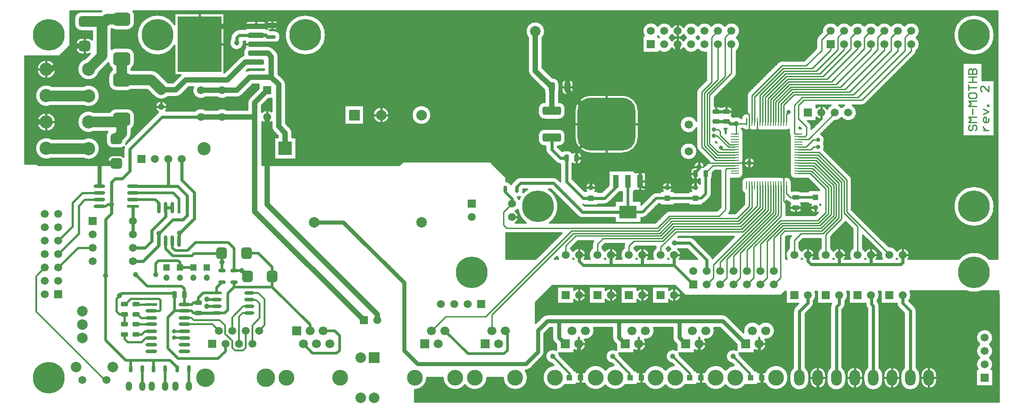
<source format=gtl>
G04 Layer_Physical_Order=1*
G04 Layer_Color=255*
%FSLAX42Y42*%
%MOMM*%
G71*
G01*
G75*
%ADD10C,0.30*%
G04:AMPARAMS|DCode=11|XSize=0.7mm|YSize=1.3mm|CornerRadius=0.17mm|HoleSize=0mm|Usage=FLASHONLY|Rotation=0.000|XOffset=0mm|YOffset=0mm|HoleType=Round|Shape=RoundedRectangle|*
%AMROUNDEDRECTD11*
21,1,0.70,0.95,0,0,0.0*
21,1,0.35,1.30,0,0,0.0*
1,1,0.35,0.17,-0.47*
1,1,0.35,-0.17,-0.47*
1,1,0.35,-0.17,0.47*
1,1,0.35,0.17,0.47*
%
%ADD11ROUNDEDRECTD11*%
G04:AMPARAMS|DCode=12|XSize=0.9mm|YSize=1.3mm|CornerRadius=0.23mm|HoleSize=0mm|Usage=FLASHONLY|Rotation=270.000|XOffset=0mm|YOffset=0mm|HoleType=Round|Shape=RoundedRectangle|*
%AMROUNDEDRECTD12*
21,1,0.90,0.85,0,0,270.0*
21,1,0.45,1.30,0,0,270.0*
1,1,0.45,-0.42,-0.23*
1,1,0.45,-0.42,0.23*
1,1,0.45,0.42,0.23*
1,1,0.45,0.42,-0.23*
%
%ADD12ROUNDEDRECTD12*%
%ADD13O,0.25X1.55*%
%ADD14O,1.55X0.25*%
%ADD15R,1.55X0.25*%
%ADD16R,1.00X1.00*%
%ADD17R,2.20X0.60*%
%ADD18O,2.20X0.60*%
%ADD19O,1.90X0.60*%
%ADD20R,1.90X0.60*%
%ADD21O,0.60X2.20*%
%ADD22R,0.60X2.20*%
G04:AMPARAMS|DCode=23|XSize=1.6mm|YSize=3.5mm|CornerRadius=0.4mm|HoleSize=0mm|Usage=FLASHONLY|Rotation=270.000|XOffset=0mm|YOffset=0mm|HoleType=Round|Shape=RoundedRectangle|*
%AMROUNDEDRECTD23*
21,1,1.60,2.70,0,0,270.0*
21,1,0.80,3.50,0,0,270.0*
1,1,0.80,-1.35,-0.40*
1,1,0.80,-1.35,0.40*
1,1,0.80,1.35,0.40*
1,1,0.80,1.35,-0.40*
%
%ADD23ROUNDEDRECTD23*%
G04:AMPARAMS|DCode=24|XSize=10mm|YSize=11mm|CornerRadius=2.5mm|HoleSize=0mm|Usage=FLASHONLY|Rotation=270.000|XOffset=0mm|YOffset=0mm|HoleType=Round|Shape=RoundedRectangle|*
%AMROUNDEDRECTD24*
21,1,10.00,6.00,0,0,270.0*
21,1,5.00,11.00,0,0,270.0*
1,1,5.00,-3.00,-2.50*
1,1,5.00,-3.00,2.50*
1,1,5.00,3.00,2.50*
1,1,5.00,3.00,-2.50*
%
%ADD24ROUNDEDRECTD24*%
G04:AMPARAMS|DCode=25|XSize=1mm|YSize=3mm|CornerRadius=0.25mm|HoleSize=0mm|Usage=FLASHONLY|Rotation=90.000|XOffset=0mm|YOffset=0mm|HoleType=Round|Shape=RoundedRectangle|*
%AMROUNDEDRECTD25*
21,1,1.00,2.50,0,0,90.0*
21,1,0.50,3.00,0,0,90.0*
1,1,0.50,1.25,0.25*
1,1,0.50,1.25,-0.25*
1,1,0.50,-1.25,-0.25*
1,1,0.50,-1.25,0.25*
%
%ADD25ROUNDEDRECTD25*%
%ADD26R,8.30X10.60*%
G04:AMPARAMS|DCode=27|XSize=0.7mm|YSize=1.3mm|CornerRadius=0.17mm|HoleSize=0mm|Usage=FLASHONLY|Rotation=270.000|XOffset=0mm|YOffset=0mm|HoleType=Round|Shape=RoundedRectangle|*
%AMROUNDEDRECTD27*
21,1,0.70,0.95,0,0,270.0*
21,1,0.35,1.30,0,0,270.0*
1,1,0.35,-0.47,-0.17*
1,1,0.35,-0.47,0.17*
1,1,0.35,0.47,0.17*
1,1,0.35,0.47,-0.17*
%
%ADD27ROUNDEDRECTD27*%
G04:AMPARAMS|DCode=28|XSize=2mm|YSize=2.2mm|CornerRadius=0.5mm|HoleSize=0mm|Usage=FLASHONLY|Rotation=180.000|XOffset=0mm|YOffset=0mm|HoleType=Round|Shape=RoundedRectangle|*
%AMROUNDEDRECTD28*
21,1,2.00,1.20,0,0,180.0*
21,1,1.00,2.20,0,0,180.0*
1,1,1.00,-0.50,0.60*
1,1,1.00,0.50,0.60*
1,1,1.00,0.50,-0.60*
1,1,1.00,-0.50,-0.60*
%
%ADD28ROUNDEDRECTD28*%
G04:AMPARAMS|DCode=29|XSize=2mm|YSize=2.2mm|CornerRadius=0.5mm|HoleSize=0mm|Usage=FLASHONLY|Rotation=270.000|XOffset=0mm|YOffset=0mm|HoleType=Round|Shape=RoundedRectangle|*
%AMROUNDEDRECTD29*
21,1,2.00,1.20,0,0,270.0*
21,1,1.00,2.20,0,0,270.0*
1,1,1.00,-0.60,-0.50*
1,1,1.00,-0.60,0.50*
1,1,1.00,0.60,0.50*
1,1,1.00,0.60,-0.50*
%
%ADD29ROUNDEDRECTD29*%
G04:AMPARAMS|DCode=30|XSize=2.5mm|YSize=3.3mm|CornerRadius=0.63mm|HoleSize=0mm|Usage=FLASHONLY|Rotation=270.000|XOffset=0mm|YOffset=0mm|HoleType=Round|Shape=RoundedRectangle|*
%AMROUNDEDRECTD30*
21,1,2.50,2.05,0,0,270.0*
21,1,1.25,3.30,0,0,270.0*
1,1,1.25,-1.02,-0.63*
1,1,1.25,-1.02,0.63*
1,1,1.25,1.02,0.63*
1,1,1.25,1.02,-0.63*
%
%ADD30ROUNDEDRECTD30*%
G04:AMPARAMS|DCode=31|XSize=0.9mm|YSize=1.3mm|CornerRadius=0.23mm|HoleSize=0mm|Usage=FLASHONLY|Rotation=0.000|XOffset=0mm|YOffset=0mm|HoleType=Round|Shape=RoundedRectangle|*
%AMROUNDEDRECTD31*
21,1,0.90,0.85,0,0,0.0*
21,1,0.45,1.30,0,0,0.0*
1,1,0.45,0.23,-0.42*
1,1,0.45,-0.23,-0.42*
1,1,0.45,-0.23,0.42*
1,1,0.45,0.23,0.42*
%
%ADD31ROUNDEDRECTD31*%
G04:AMPARAMS|DCode=32|XSize=1.15mm|YSize=1.8mm|CornerRadius=0.29mm|HoleSize=0mm|Usage=FLASHONLY|Rotation=180.000|XOffset=0mm|YOffset=0mm|HoleType=Round|Shape=RoundedRectangle|*
%AMROUNDEDRECTD32*
21,1,1.15,1.23,0,0,180.0*
21,1,0.57,1.80,0,0,180.0*
1,1,0.57,-0.29,0.61*
1,1,0.57,0.29,0.61*
1,1,0.57,0.29,-0.61*
1,1,0.57,-0.29,-0.61*
%
%ADD32ROUNDEDRECTD32*%
%ADD33R,3.30X2.40*%
%ADD34R,1.00X2.40*%
%ADD35C,0.60*%
%ADD36C,0.25*%
%ADD37C,0.50*%
%ADD38C,1.00*%
%ADD39C,0.40*%
%ADD40C,0.80*%
%ADD41C,0.70*%
%ADD42C,2.00*%
%ADD43C,0.25*%
%ADD44R,1.50X1.50*%
%ADD45C,3.50*%
%ADD46C,1.50*%
%ADD47C,3.00*%
%ADD48C,1.70*%
%ADD49R,1.70X1.70*%
%ADD50R,1.50X1.50*%
%ADD51O,2.00X3.00*%
%ADD52C,1.20*%
%ADD53R,1.20X1.20*%
%ADD54C,2.50*%
%ADD55R,1.00X1.00*%
%ADD56C,1.00*%
%ADD57C,1.50*%
%ADD58R,1.50X1.50*%
%ADD59R,1.50X1.50*%
%ADD60R,2.00X2.00*%
%ADD61C,2.00*%
%ADD62O,1.20X1.80*%
%ADD63R,2.50X2.50*%
%ADD64R,1.20X1.20*%
%ADD65C,6.00*%
%ADD66C,2.00*%
%ADD67C,1.57*%
%ADD68C,0.80*%
D10*
X16472Y6577D02*
G03*
X16185Y6674I-160J0D01*
G01*
X16409Y6450D02*
G03*
X16472Y6577I-97J127D01*
G01*
X17885Y6500D02*
G03*
X17885Y6500I-385J0D01*
G01*
X16472Y6323D02*
G03*
X16409Y6450I-160J0D01*
G01*
X16409Y6196D02*
G03*
X16472Y6323I-97J127D01*
G01*
X16381Y6128D02*
G03*
X16409Y6196I-69J69D01*
G01*
X16381Y6128D02*
G03*
X16409Y6196I-69J69D01*
G01*
X15931Y6674D02*
G03*
X15677Y6674I-127J-97D01*
G01*
X16185D02*
G03*
X15931Y6674I-127J-97D01*
G01*
X15677D02*
G03*
X15423Y6674I-127J-97D01*
G01*
X15169D02*
G03*
X14915Y6674I-127J-97D01*
G01*
D02*
G03*
X14629Y6556I-127J-97D01*
G01*
X15423Y6674D02*
G03*
X15169Y6674I-127J-97D01*
G01*
X14549Y6475D02*
G03*
X14520Y6407I69J-69D01*
G01*
X14549Y6475D02*
G03*
X14520Y6407I69J-69D01*
G01*
X13867Y6015D02*
G03*
X13798Y5986I0J-98D01*
G01*
X13867Y6015D02*
G03*
X13798Y5986I0J-98D01*
G01*
X15382Y5170D02*
G03*
X15451Y5199I0J98D01*
G01*
X15382Y5170D02*
G03*
X15451Y5199I0J98D01*
G01*
X15045Y5170D02*
G03*
X14995Y5127I77J-140D01*
G01*
D02*
G03*
X14945Y5170I-127J-97D01*
G01*
X15282Y5030D02*
G03*
X15199Y5170I-160J0D01*
G01*
X14995Y4933D02*
G03*
X15282Y5030I127J97D01*
G01*
X14854Y4871D02*
G03*
X14995Y4933I14J159D01*
G01*
X14791Y5170D02*
G03*
X14724Y5099I77J-140D01*
G01*
D02*
G03*
X14520Y5120I-110J-69D01*
G01*
Y4940D02*
G03*
X14608Y4900I94J90D01*
G01*
X14427Y4760D02*
G03*
X14399Y4829I-98J0D01*
G01*
X14427Y4760D02*
G03*
X14399Y4829I-98J0D01*
G01*
X14002Y4640D02*
G03*
X14016Y4590I98J0D01*
G01*
X14002Y4640D02*
G03*
X14016Y4590I98J0D01*
G01*
X13925Y4693D02*
G03*
X14002Y4705I25J94D01*
G01*
X13875Y4693D02*
G03*
X13925Y4693I25J94D01*
G01*
X13775D02*
G03*
X13825Y4693I25J94D01*
G01*
D02*
G03*
X13875Y4693I25J94D01*
G01*
X14675Y4510D02*
G03*
X14606Y4622I-125J0D01*
G01*
X14016Y4590D02*
G03*
X14018Y4550I96J-15D01*
G01*
Y4550D02*
G03*
X14018Y4500I94J-25D01*
G01*
X14675Y4380D02*
G03*
X14657Y4445I-125J0D01*
G01*
D02*
G03*
X14675Y4510I-107J65D01*
G01*
X14018Y4500D02*
G03*
X14018Y4450I94J-25D01*
G01*
X14660Y4321D02*
G03*
X14675Y4380I-110J59D01*
G01*
X14018Y4300D02*
G03*
X14018Y4250I94J-25D01*
G01*
Y4100D02*
G03*
X14018Y4050I94J-25D01*
G01*
Y4400D02*
G03*
X14018Y4350I94J-25D01*
G01*
D02*
G03*
X14018Y4300I94J-25D01*
G01*
Y4050D02*
G03*
X14018Y4000I94J-25D01*
G01*
D02*
G03*
X14018Y3950I94J-25D01*
G01*
Y4450D02*
G03*
X14018Y4400I94J-25D01*
G01*
Y4250D02*
G03*
X14018Y4200I94J-25D01*
G01*
D02*
G03*
X14018Y4150I94J-25D01*
G01*
Y4150D02*
G03*
X14018Y4100I94J-25D01*
G01*
Y3950D02*
G03*
X14018Y3900I94J-25D01*
G01*
X13010Y6196D02*
G03*
X13072Y6323I-98J127D01*
G01*
Y6577D02*
G03*
X12785Y6674I-160J0D01*
G01*
D02*
G03*
X12531Y6674I-127J-97D01*
G01*
X13009Y6450D02*
G03*
X13072Y6577I-97J127D01*
G01*
Y6323D02*
G03*
X13009Y6450I-160J0D01*
G01*
X12531Y6674D02*
G03*
X12277Y6674I-127J-97D01*
G01*
Y6480D02*
G03*
X12307Y6450I127J97D01*
G01*
X12277Y6226D02*
G03*
X12435Y6166I127J97D01*
G01*
X12307Y6450D02*
G03*
X12277Y6420I97J-127D01*
G01*
X12247Y6450D02*
G03*
X12277Y6480I-97J127D01*
G01*
Y6420D02*
G03*
X12247Y6450I-127J-97D01*
G01*
X13231Y5419D02*
G03*
X13202Y5350I69J-69D01*
G01*
X13231Y5419D02*
G03*
X13202Y5350I69J-69D01*
G01*
X12981Y5703D02*
G03*
X13010Y5772I-69J69D01*
G01*
X12981Y5703D02*
G03*
X13010Y5772I-69J69D01*
G01*
X12279Y5489D02*
G03*
X12250Y5420I69J-69D01*
G01*
X12279Y5489D02*
G03*
X12250Y5420I69J-69D01*
G01*
X12277Y6674D02*
G03*
X12006Y6646I-127J-97D01*
G01*
D02*
G03*
X11786Y6646I-110J-69D01*
G01*
X12006Y6508D02*
G03*
X12053Y6450I144J69D01*
G01*
X11924D02*
G03*
X12006Y6508I-28J127D01*
G01*
X11786D02*
G03*
X11868Y6450I110J69D01*
G01*
X11786Y6646D02*
G03*
X11515Y6674I-144J-69D01*
G01*
X11739Y6450D02*
G03*
X11786Y6508I-97J127D01*
G01*
X11515Y6480D02*
G03*
X11545Y6450I127J97D01*
G01*
X11515Y6674D02*
G03*
X11259Y6483I-127J-97D01*
G01*
X12053Y6450D02*
G03*
X12006Y6392I97J-127D01*
G01*
D02*
G03*
X11924Y6450I-110J-69D01*
G01*
X12006Y6254D02*
G03*
X12277Y6226I144J69D01*
G01*
X11868Y6450D02*
G03*
X11786Y6392I28J-127D01*
G01*
Y6254D02*
G03*
X12006Y6254I110J69D01*
G01*
X11786Y6392D02*
G03*
X11739Y6450I-144J-69D01*
G01*
X11548Y6194D02*
G03*
X11786Y6254I94J129D01*
G01*
X11154Y5060D02*
G03*
X10849Y5365I-305J0D01*
G01*
X13202Y5015D02*
G03*
X13103Y4920I-3J-97D01*
G01*
X13127Y4722D02*
G03*
X13135Y4715I73J65D01*
G01*
X13475Y4693D02*
G03*
X13525Y4693I25J94D01*
G01*
X13525D02*
G03*
X13575Y4693I25J94D01*
G01*
X13325D02*
G03*
X13400Y4704I25J94D01*
G01*
X13400D02*
G03*
X13475Y4693I50J84D01*
G01*
X13675D02*
G03*
X13725Y4693I25J94D01*
G01*
D02*
G03*
X13775Y4693I25J94D01*
G01*
X13575D02*
G03*
X13625Y4693I25J94D01*
G01*
D02*
G03*
X13675Y4693I25J94D01*
G01*
X13135Y4715D02*
G03*
X13250Y4704I65J73D01*
G01*
X13250D02*
G03*
X13325Y4693I50J84D01*
G01*
X13132Y4550D02*
G03*
X13135Y4575I-94J25D01*
G01*
X13132Y4500D02*
G03*
X13135Y4525I-94J25D01*
G01*
X13135Y4528D02*
G03*
X13132Y4550I-97J-3D01*
G01*
X13135Y4475D02*
G03*
X13132Y4500I-98J0D01*
G01*
X12932Y5070D02*
G03*
X12855Y5147I-77J0D01*
G01*
X12943Y4942D02*
G03*
X12911Y4972I-88J-62D01*
G01*
D02*
G03*
X12932Y5025I-56J53D01*
G01*
X12770Y5147D02*
G03*
X12718Y5127I0J-77D01*
G01*
X12718D02*
G03*
X12665Y5147I-52J-57D01*
G01*
X13098Y4920D02*
G03*
X12943Y4942I-93J-98D01*
G01*
X12815Y4728D02*
G03*
X12823Y4722I65J95D01*
G01*
X12815Y4728D02*
G03*
X12823Y4722I65J95D01*
G01*
X12797Y4670D02*
G03*
X12779Y4728I-98J0D01*
G01*
X12797Y4670D02*
G03*
X12779Y4728I-98J0D01*
G01*
X13355Y4075D02*
G03*
X13355Y4075I-105J0D01*
G01*
X13132Y4400D02*
G03*
X13135Y4425I-94J25D01*
G01*
Y4375D02*
G03*
X13132Y4400I-98J0D01*
G01*
Y4450D02*
G03*
X13135Y4475I-94J25D01*
G01*
Y4425D02*
G03*
X13132Y4450I-98J0D01*
G01*
X13135Y4225D02*
G03*
X13132Y4250I-98J0D01*
G01*
Y4200D02*
G03*
X13135Y4225I-94J25D01*
G01*
X13132Y4350D02*
G03*
X13135Y4375I-94J25D01*
G01*
Y4325D02*
G03*
X13132Y4350I-98J0D01*
G01*
X12633Y4459D02*
G03*
X12626Y4452I77J-99D01*
G01*
X12609Y4469D02*
G03*
X12620Y4472I-29J121D01*
G01*
X13132Y4250D02*
G03*
X13135Y4275I-94J25D01*
G01*
Y4175D02*
G03*
X13132Y4200I-98J0D01*
G01*
Y4300D02*
G03*
X13135Y4325I-94J25D01*
G01*
Y4275D02*
G03*
X13132Y4300I-98J0D01*
G01*
Y4000D02*
G03*
X13135Y4025I-94J25D01*
G01*
Y3975D02*
G03*
X13132Y4000I-98J0D01*
G01*
Y4150D02*
G03*
X13135Y4175I-94J25D01*
G01*
Y4125D02*
G03*
X13132Y4150I-98J0D01*
G01*
Y3900D02*
G03*
X13135Y3925I-94J25D01*
G01*
Y3875D02*
G03*
X13132Y3900I-98J0D01*
G01*
Y3950D02*
G03*
X13135Y3975I-94J25D01*
G01*
Y3925D02*
G03*
X13132Y3950I-98J0D01*
G01*
X13121Y4075D02*
G03*
X13135Y4125I-84J50D01*
G01*
Y4025D02*
G03*
X13121Y4075I-98J0D01*
G01*
X12250Y4870D02*
G03*
X12250Y4738I-150J-66D01*
G01*
Y4380D02*
G03*
X12279Y4311I98J0D01*
G01*
X12250Y4380D02*
G03*
X12279Y4311I98J0D01*
G01*
X12264Y4296D02*
G03*
X12264Y4296I-164J0D01*
G01*
X12403Y4020D02*
G03*
X12196Y3988I-103J-20D01*
G01*
X12196D02*
G03*
X12135Y3912I17J-76D01*
G01*
X10849Y4255D02*
G03*
X11154Y4560I0J305D01*
G01*
X17885Y3250D02*
G03*
X17885Y3250I-385J0D01*
G01*
X15190Y3751D02*
G03*
X15161Y3820I-98J0D01*
G01*
X15190Y3751D02*
G03*
X15161Y3820I-98J0D01*
G01*
X14018Y3900D02*
G03*
X14112Y3778I94J-25D01*
G01*
X13825Y3807D02*
G03*
X13775Y3807I-25J-94D01*
G01*
X14048Y3712D02*
G03*
X13900Y3796I-98J0D01*
G01*
X13900D02*
G03*
X13825Y3807I-50J-84D01*
G01*
X13725D02*
G03*
X13675Y3807I-25J-94D01*
G01*
X13775D02*
G03*
X13725Y3807I-25J-94D01*
G01*
X13375D02*
G03*
X13325Y3807I-25J-94D01*
G01*
X14082Y3550D02*
G03*
X14048Y3544I0J-108D01*
G01*
X13425Y3807D02*
G03*
X13375Y3807I-25J-94D01*
G01*
X13475D02*
G03*
X13425Y3807I-25J-94D01*
G01*
X13275D02*
G03*
X13225Y3807I-25J-94D01*
G01*
X13325D02*
G03*
X13275Y3807I-25J-94D01*
G01*
X13625D02*
G03*
X13575Y3807I-25J-94D01*
G01*
X13675D02*
G03*
X13625Y3807I-25J-94D01*
G01*
X13525D02*
G03*
X13475Y3807I-25J-94D01*
G01*
X13575D02*
G03*
X13525Y3807I-25J-94D01*
G01*
X14245Y3253D02*
G03*
X14224Y3306I-77J0D01*
G01*
X14595Y3270D02*
G03*
X14582Y3290I-95J-45D01*
G01*
X14418D02*
G03*
X14548Y3132I82J-65D01*
G01*
X14230Y3530D02*
G03*
X14168Y3550I-62J-88D01*
G01*
X13998Y3331D02*
G03*
X14026Y3306I85J66D01*
G01*
D02*
G03*
X14005Y3253I56J-53D01*
G01*
X13956Y3356D02*
G03*
X13998Y3331I69J69D01*
G01*
X13956Y3356D02*
G03*
X13998Y3331I69J69D01*
G01*
X14168Y3130D02*
G03*
X14245Y3208I0J77D01*
G01*
X14005D02*
G03*
X14082Y3130I77J0D01*
G01*
X16042Y2400D02*
G03*
X15886Y2491I-144J-69D01*
G01*
X15442Y2400D02*
G03*
X15396Y2458I-144J-69D01*
G01*
X17793Y2250D02*
G03*
X17207Y2250I-293J-250D01*
G01*
X16282Y2331D02*
G03*
X16042Y2400I-130J0D01*
G01*
X15741Y2360D02*
G03*
X15760Y2250I157J-29D01*
G01*
X15682Y2331D02*
G03*
X15442Y2400I-130J0D01*
G01*
X15201Y2458D02*
G03*
X15160Y2250I98J-127D01*
G01*
X16254D02*
G03*
X16282Y2331I-102J81D01*
G01*
X16036Y2250D02*
G03*
X16042Y2262I-138J81D01*
G01*
D02*
G03*
X16050Y2250I110J69D01*
G01*
X15654D02*
G03*
X15682Y2331I-102J81D01*
G01*
X15436Y2250D02*
G03*
X15442Y2262I-138J81D01*
G01*
D02*
G03*
X15450Y2250I110J69D01*
G01*
X15061Y2945D02*
G03*
X15072Y2958I-69J69D01*
G01*
X15061Y2945D02*
G03*
X15072Y2958I-69J69D01*
G01*
X14029Y2677D02*
G03*
X14001Y2608I69J-69D01*
G01*
X14029Y2677D02*
G03*
X14001Y2608I69J-69D01*
G01*
X15082Y2331D02*
G03*
X14842Y2400I-130J0D01*
G01*
D02*
G03*
X14796Y2458I-144J-69D01*
G01*
X14601D02*
G03*
X14560Y2250I98J-127D01*
G01*
X15054D02*
G03*
X15082Y2331I-102J81D01*
G01*
X14842Y2262D02*
G03*
X14850Y2250I110J69D01*
G01*
X14836D02*
G03*
X14842Y2262I-138J81D01*
G01*
X14482Y2331D02*
G03*
X14242Y2400I-130J0D01*
G01*
D02*
G03*
X14196Y2458I-144J-69D01*
G01*
X14001D02*
G03*
X13960Y2250I98J-127D01*
G01*
X14454D02*
G03*
X14482Y2331I-102J81D01*
G01*
X14242Y2262D02*
G03*
X14250Y2250I110J69D01*
G01*
X14236D02*
G03*
X14242Y2262I-138J81D01*
G01*
X12898Y3778D02*
G03*
X12907Y3778I10J97D01*
G01*
X13037D02*
G03*
X13135Y3875I0J98D01*
G01*
X13225Y3807D02*
G03*
X13102Y3712I-25J-94D01*
G01*
X12535Y3765D02*
G03*
X12555Y3828I-88J62D01*
G01*
X12315Y3676D02*
G03*
X12153Y3542I-80J-68D01*
G01*
X12257Y3750D02*
G03*
X12311Y3771I0J77D01*
G01*
X12135Y3828D02*
G03*
X12212Y3750I77J0D01*
G01*
X11777Y3542D02*
G03*
X11800Y3608I-82J65D01*
G01*
X13102Y3583D02*
G03*
X13152Y3497I98J0D01*
G01*
X12503Y3415D02*
G03*
X12535Y3492I-78J78D01*
G01*
X12503Y3415D02*
G03*
X12535Y3492I-78J78D01*
G01*
X12370Y3302D02*
G03*
X12418Y3330I-30J106D01*
G01*
X12370Y3302D02*
G03*
X12418Y3330I-30J106D01*
G01*
X11800Y3608D02*
G03*
X11613Y3542I-105J0D01*
G01*
X10332Y3540D02*
G03*
X10355Y3605I-82J65D01*
G01*
X11490Y3517D02*
G03*
X11412Y3485I0J-110D01*
G01*
X11490Y3517D02*
G03*
X11412Y3485I0J-110D01*
G01*
X10510Y3290D02*
G03*
X10591Y3324I0J115D01*
G01*
X10510Y3290D02*
G03*
X10591Y3324I0J115D01*
G01*
X12869Y3121D02*
G03*
X12898Y3190I-69J69D01*
G01*
X12869Y3121D02*
G03*
X12898Y3190I-69J69D01*
G01*
X12204Y2636D02*
G03*
X12122Y2670I-81J-81D01*
G01*
X12204Y2636D02*
G03*
X12122Y2670I-81J-81D01*
G01*
X11741Y3167D02*
G03*
X11672Y3139I0J-98D01*
G01*
X11741Y3167D02*
G03*
X11672Y3139I0J-98D01*
G01*
X11477Y2492D02*
G03*
X11475Y2478I96J-14D01*
G01*
X11477Y2492D02*
G03*
X11475Y2478I96J-14D01*
G01*
X12553Y2264D02*
G03*
X12523Y2317I-111J-28D01*
G01*
X12553Y2264D02*
G03*
X12523Y2317I-111J-28D01*
G01*
X11717Y2484D02*
G03*
X11759Y2442I115J71D01*
G01*
Y2442D02*
G03*
X11717Y2400I68J-111D01*
G01*
D02*
G03*
X11681Y2449I-144J-69D01*
G01*
X11929Y2250D02*
G03*
X11957Y2331I-102J81D01*
G01*
D02*
G03*
X11900Y2438I-130J0D01*
G01*
X11711Y2250D02*
G03*
X11717Y2262I-138J81D01*
G01*
D02*
G03*
X11725Y2250I110J69D01*
G01*
X11228Y3035D02*
G03*
X11305Y3067I0J110D01*
G01*
X11228Y3035D02*
G03*
X11305Y3067I0J110D01*
G01*
X10885Y2542D02*
G03*
X10875Y2500I88J-42D01*
G01*
X10885Y2542D02*
G03*
X10875Y2500I88J-42D01*
G01*
X10298Y2592D02*
G03*
X10275Y2531I75J-62D01*
G01*
X10298Y2592D02*
G03*
X10275Y2531I75J-62D01*
G01*
X11475Y2458D02*
G03*
X11435Y2250I98J-127D01*
G01*
X11357Y2331D02*
G03*
X11117Y2400I-130J0D01*
G01*
X10875Y2458D02*
G03*
X10835Y2250I98J-127D01*
G01*
X11117Y2400D02*
G03*
X11071Y2458I-144J-69D01*
G01*
X11329Y2250D02*
G03*
X11357Y2331I-102J81D01*
G01*
X11111Y2250D02*
G03*
X11117Y2262I-138J81D01*
G01*
D02*
G03*
X11125Y2250I110J69D01*
G01*
X10757Y2331D02*
G03*
X10517Y2400I-130J0D01*
G01*
D02*
G03*
X10471Y2458I-144J-69D01*
G01*
X10729Y2250D02*
G03*
X10757Y2331I-102J81D01*
G01*
X10511Y2250D02*
G03*
X10517Y2262I-138J81D01*
G01*
D02*
G03*
X10525Y2250I110J69D01*
G01*
X9385Y6572D02*
G03*
X9065Y6446I-185J0D01*
G01*
X9335D02*
G03*
X9385Y6572I-135J126D01*
G01*
X4345Y6703D02*
G03*
X4272Y6775I-73J0D01*
G01*
X4178D02*
G03*
X4110Y6729I0J-73D01*
G01*
X4119Y6625D02*
G03*
X4131Y6612I59J42D01*
G01*
D02*
G03*
X4116Y6615I-26J-117D01*
G01*
X4131Y6612D02*
G03*
X4116Y6615I-26J-117D01*
G01*
X4110Y6729D02*
G03*
X4040Y6770I-70J-39D01*
G01*
X4116Y6615D02*
G03*
X4119Y6625I-76J25D01*
G01*
X3790Y6770D02*
G03*
X3710Y6690I0J-80D01*
G01*
Y6640D02*
G03*
X3716Y6610I80J0D01*
G01*
X5235Y6500D02*
G03*
X5235Y6500I-385J0D01*
G01*
X4272Y6595D02*
G03*
X4345Y6668I0J73D01*
G01*
X4375Y6482D02*
G03*
X4272Y6585I-102J0D01*
G01*
Y6345D02*
G03*
X4375Y6447I0J102D01*
G01*
X4184Y6585D02*
G03*
X4171Y6595I-79J-90D01*
G01*
X4184Y6585D02*
G03*
X4171Y6595I-79J-90D01*
G01*
X3595Y6610D02*
G03*
X3514Y6576I0J-115D01*
G01*
X3595Y6610D02*
G03*
X3514Y6576I0J-115D01*
G01*
X3469Y6531D02*
G03*
X3435Y6450I81J-81D01*
G01*
X3469Y6531D02*
G03*
X3435Y6450I81J-81D01*
G01*
X4120Y6346D02*
G03*
X4135Y6345I15J119D01*
G01*
X3716Y6380D02*
G03*
X3710Y6350I74J-30D01*
G01*
X3685Y6350D02*
G03*
X3682Y6380I-135J0D01*
G01*
X4120Y6346D02*
G03*
X4135Y6345I15J119D01*
G01*
X3435Y6421D02*
G03*
X3685Y6350I115J-71D01*
G01*
X9922Y5574D02*
G03*
X9839Y5658I-84J0D01*
G01*
X9781D02*
G03*
X9698Y5574I0J-84D01*
G01*
X9065Y5822D02*
G03*
X9105Y5727I135J0D01*
G01*
X9065Y5822D02*
G03*
X9105Y5727I135J0D01*
G01*
X9653Y5574D02*
G03*
X9539Y5688I-114J0D01*
G01*
X4480Y5562D02*
G03*
X4440Y5658I-135J0D01*
G01*
X4480Y5562D02*
G03*
X4440Y5658I-135J0D01*
G01*
X9839Y5367D02*
G03*
X9922Y5451I0J84D01*
G01*
X9698D02*
G03*
X9781Y5367I84J0D01*
G01*
X9771Y5104D02*
G03*
X9646Y5229I-125J0D01*
G01*
X9646Y5412D02*
G03*
X9653Y5451I-107J39D01*
G01*
X9368D02*
G03*
X9376Y5409I114J0D01*
G01*
X9376Y5229D02*
G03*
X9251Y5104I0J-125D01*
G01*
X4342Y6092D02*
G03*
X4303Y6188I-135J0D01*
G01*
X4342Y6092D02*
G03*
X4303Y6188I-135J0D01*
G01*
X4240Y6250D02*
G03*
X4145Y6290I-95J-95D01*
G01*
X4241Y6250D02*
G03*
X4145Y6290I-96J-95D01*
G01*
X4119D02*
G03*
X4120Y6300I-79J10D01*
G01*
X4040Y5850D02*
G03*
X4072Y5855I0J110D01*
G01*
X3710Y6300D02*
G03*
X3719Y6264I80J0D01*
G01*
D02*
G03*
X3680Y6180I71J-84D01*
G01*
Y6130D02*
G03*
X3681Y6116I110J0D01*
G01*
D02*
G03*
X3617Y6080I32J-131D01*
G01*
X3681Y6116D02*
G03*
X3617Y6080I32J-131D01*
G01*
X3800Y5835D02*
G03*
X3739Y5820I0J-135D01*
G01*
X3800Y5835D02*
G03*
X3739Y5820I0J-135D01*
G01*
X3550Y5315D02*
G03*
X3646Y5355I0J135D01*
G01*
X3550Y5315D02*
G03*
X3645Y5355I0J135D01*
G01*
X3797Y5313D02*
G03*
X3758Y5217I95J-96D01*
G01*
X3797Y5313D02*
G03*
X3758Y5217I95J-95D01*
G01*
X1625Y6862D02*
G03*
X1596Y6950I-148J0D01*
G01*
X2377Y6702D02*
G03*
X2377Y6298I-328J-202D01*
G01*
X992Y6950D02*
G03*
X985Y6945I108J-150D01*
G01*
X1477Y6590D02*
G03*
X1625Y6738I0J148D01*
G01*
X1190Y6615D02*
G03*
X1273Y6590I82J123D01*
G01*
X992Y6950D02*
G03*
X985Y6945I108J-150D01*
G01*
X815Y6408D02*
G03*
X735Y6445I-80J-68D01*
G01*
X615Y6945D02*
G03*
X480Y6810I0J-135D01*
G01*
Y6710D02*
G03*
X615Y6575I135J0D01*
G01*
X1625Y6112D02*
G03*
X1477Y6260I-148J0D01*
G01*
X1273D02*
G03*
X1185Y6231I0J-148D01*
G01*
X735Y6135D02*
G03*
X779Y6145I0J105D01*
G01*
X615Y6445D02*
G03*
X510Y6340I0J-105D01*
G01*
Y6240D02*
G03*
X615Y6135I105J0D01*
G01*
X2405Y5328D02*
G03*
X2501Y5367I0J135D01*
G01*
X2068Y5781D02*
G03*
X1938Y5835I-131J-131D01*
G01*
X2068Y5781D02*
G03*
X1938Y5835I-131J-131D01*
G01*
X1560Y5865D02*
G03*
X1625Y5988I-82J122D01*
G01*
X1126Y5969D02*
G03*
X1190Y5865I146J19D01*
G01*
X1125Y5588D02*
G03*
X1273Y5440I148J0D01*
G01*
X1477D02*
G03*
X1560Y5465I0J148D01*
G01*
X3189Y5315D02*
G03*
X3361Y5315I86J135D01*
G01*
X2405Y5328D02*
G03*
X2500Y5367I0J135D01*
G01*
X2728Y5512D02*
G03*
X2961Y5315I147J-62D01*
G01*
X3361Y5085D02*
G03*
X3189Y5085I-86J-135D01*
G01*
X1994Y5332D02*
G03*
X2010Y5317I131J131D01*
G01*
X2240D02*
G03*
X2251Y5328I-115J145D01*
G01*
X2010Y5317D02*
G03*
X2240Y5317I115J145D01*
G01*
X1190Y5835D02*
G03*
X1125Y5712I82J-122D01*
G01*
X689Y6055D02*
G03*
X951Y5793I61J-201D01*
G01*
X130Y5850D02*
G03*
X130Y5850I-180J0D01*
G01*
X960Y5346D02*
G03*
X651Y5531I-210J0D01*
G01*
Y5161D02*
G03*
X960Y5346I99J185D01*
G01*
X56Y5531D02*
G03*
X42Y5161I-106J-181D01*
G01*
X10249Y5365D02*
G03*
X9944Y5060I0J-305D01*
G01*
X9646Y4899D02*
G03*
X9771Y5024I0J125D01*
G01*
Y4596D02*
G03*
X9646Y4721I-125J0D01*
G01*
Y4391D02*
G03*
X9771Y4516I0J125D01*
G01*
X9376Y4721D02*
G03*
X9251Y4596I0J-125D01*
G01*
X9944Y4560D02*
G03*
X10249Y4255I305J0D01*
G01*
X10080Y4208D02*
G03*
X10003Y4285I-77J0D01*
G01*
X9957D02*
G03*
X9904Y4264I0J-77D01*
G01*
X10003Y4045D02*
G03*
X10080Y4122I0J77D01*
G01*
X9768Y4315D02*
G03*
X9707Y4296I0J-108D01*
G01*
X9904Y4264D02*
G03*
X9813Y4315I-92J-56D01*
G01*
X9396Y4329D02*
G03*
X9429Y4248I115J0D01*
G01*
X9396Y4329D02*
G03*
X9429Y4248I115J0D01*
G01*
X9905Y4065D02*
G03*
X9957Y4045I52J57D01*
G01*
X9594Y4084D02*
G03*
X9675Y4050I81J81D01*
G01*
X9594Y4084D02*
G03*
X9675Y4050I81J81D01*
G01*
X9251Y5024D02*
G03*
X9376Y4899I125J0D01*
G01*
X9251Y4516D02*
G03*
X9376Y4391I125J0D01*
G01*
X7231Y4983D02*
G03*
X7231Y4983I-185J0D01*
G01*
X10355Y3605D02*
G03*
X10168Y3540I-105J0D01*
G01*
X10006Y3064D02*
G03*
X10088Y3030I81J81D01*
G01*
X10006Y3064D02*
G03*
X10088Y3030I81J81D01*
G01*
X10275Y2458D02*
G03*
X10235Y2250I98J-127D01*
G01*
X10157Y2331D02*
G03*
X9917Y2400I-130J0D01*
G01*
X10129Y2250D02*
G03*
X10157Y2331I-102J81D01*
G01*
X9917Y2262D02*
G03*
X9925Y2250I110J69D01*
G01*
X9911D02*
G03*
X9917Y2262I-138J81D01*
G01*
Y2400D02*
G03*
X9871Y2458I-144J-69D01*
G01*
X9616Y2298D02*
G03*
X9635Y2250I157J33D01*
G01*
X9624Y3771D02*
G03*
X9543Y3805I-81J-81D01*
G01*
X9624Y3771D02*
G03*
X9543Y3805I-81J-81D01*
G01*
X9635Y3250D02*
G03*
X9456Y3575I-385J0D01*
G01*
X9044D02*
G03*
X8969Y3513I206J-325D01*
G01*
X8918Y3805D02*
G03*
X8836Y3771I0J-115D01*
G01*
X8969Y3513D02*
G03*
X8970Y3528I-101J14D01*
G01*
X8918Y3805D02*
G03*
X8836Y3771I0J-115D01*
G01*
X8868Y3425D02*
G03*
X8913Y3435I0J102D01*
G01*
X8913D02*
G03*
X8891Y3388I337J-185D01*
G01*
X8764Y3698D02*
G03*
X8740Y3667I69J-76D01*
G01*
D02*
G03*
X8650Y3725I-93J-44D01*
G01*
X8891Y3388D02*
G03*
X8869Y3415I-135J-86D01*
G01*
X8825Y3158D02*
G03*
X8870Y3190I-69J144D01*
G01*
X8869Y3415D02*
G03*
X8867Y3425I-113J-21D01*
G01*
X8869Y3415D02*
G03*
X8867Y3425I-113J-21D01*
G01*
X8886Y3048D02*
G03*
X8825Y3158I-130J0D01*
G01*
X9475Y2937D02*
G03*
X9635Y3250I-225J313D01*
G01*
X8870Y3190D02*
G03*
X9025Y2937I380J60D01*
G01*
X8824D02*
G03*
X8886Y3048I-68J111D01*
G01*
X8650Y2743D02*
G03*
X8660Y2742I10J97D01*
G01*
X8650Y2743D02*
G03*
X8660Y2742I10J97D01*
G01*
X6439Y4983D02*
G03*
X6439Y4983I-155J0D01*
G01*
X2961Y5085D02*
G03*
X2764Y5065I-86J-135D01*
G01*
X4210Y5048D02*
G03*
X4028Y5036I-85J-98D01*
G01*
X4035Y4856D02*
G03*
X4210Y4852I90J94D01*
G01*
X2240Y5138D02*
G03*
X2068Y5038I-115J0D01*
G01*
X2214Y5065D02*
G03*
X2240Y5138I-89J73D01*
G01*
X2068Y5038D02*
G03*
X2061Y5031I74J-88D01*
G01*
X2068Y5038D02*
G03*
X2061Y5031I74J-88D01*
G01*
X1273Y5110D02*
G03*
X1146Y5039I0J-148D01*
G01*
X1625Y4962D02*
G03*
X1477Y5110I-148J0D01*
G01*
X1560Y4715D02*
G03*
X1625Y4838I-82J122D01*
G01*
X849Y5039D02*
G03*
X849Y4669I-99J-185D01*
G01*
X130Y4850D02*
G03*
X130Y4850I-180J0D01*
G01*
X4605Y4640D02*
G03*
X4565Y4735I-135J0D01*
G01*
X4605Y4640D02*
G03*
X4565Y4736I-135J0D01*
G01*
X4210Y4765D02*
G03*
X4250Y4670I135J0D01*
G01*
X4210Y4765D02*
G03*
X4250Y4669I135J0D01*
G01*
X1506Y4504D02*
G03*
X1560Y4635I-131J131D01*
G01*
X1506Y4504D02*
G03*
X1560Y4635I-131J131D01*
G01*
X1457Y4427D02*
G03*
X1469Y4467I-122J58D01*
G01*
X1423Y4382D02*
G03*
X1412Y4335I105J-47D01*
G01*
X1423Y4382D02*
G03*
X1412Y4335I105J-47D01*
G01*
X1335Y4350D02*
G03*
X1423Y4382I0J135D01*
G01*
X1412Y4186D02*
G03*
X1335Y4220I-77J-71D01*
G01*
X1215D02*
G03*
X1110Y4115I0J-105D01*
G01*
X1109Y4669D02*
G03*
X1080Y4585I106J-84D01*
G01*
Y4485D02*
G03*
X1215Y4350I135J0D01*
G01*
X960Y4346D02*
G03*
X651Y4531I-210J0D01*
G01*
Y4161D02*
G03*
X960Y4346I99J185D01*
G01*
X56Y4531D02*
G03*
X42Y4161I-106J-181D01*
G01*
X17350Y1645D02*
G03*
X17652Y1646I150J355D01*
G01*
X16312Y1569D02*
G03*
X16295Y1641I-160J0D01*
G01*
X16410Y1270D02*
G03*
X16376Y1351I-115J0D01*
G01*
X16410Y1270D02*
G03*
X16376Y1351I-115J0D01*
G01*
X16268Y1459D02*
G03*
X16312Y1569I-116J110D01*
G01*
X16037Y1409D02*
G03*
X16071Y1332I115J4D01*
G01*
X16037Y1409D02*
G03*
X16071Y1332I115J4D01*
G01*
X15675Y1467D02*
G03*
X15712Y1569I-123J102D01*
G01*
D02*
G03*
X15696Y1639I-160J0D01*
G01*
X15710Y1365D02*
G03*
X15676Y1446I-115J0D01*
G01*
X15710Y1365D02*
G03*
X15676Y1446I-115J0D01*
G01*
X15445Y1400D02*
G03*
X15479Y1319I115J0D01*
G01*
X15445Y1400D02*
G03*
X15479Y1319I115J0D01*
G01*
X17797Y635D02*
G03*
X17860Y762I-97J127D01*
G01*
D02*
G03*
X17603Y635I-160J0D01*
G01*
X17860Y508D02*
G03*
X17797Y635I-160J0D01*
G01*
Y381D02*
G03*
X17860Y508I-97J127D01*
G01*
X17603Y635D02*
G03*
X17603Y381I97J-127D01*
G01*
X17860Y254D02*
G03*
X17797Y381I-160J0D01*
G01*
X15067Y1458D02*
G03*
X15112Y1569I-115J111D01*
G01*
D02*
G03*
X15097Y1637I-160J0D01*
G01*
X14467Y1458D02*
G03*
X14512Y1569I-115J111D01*
G01*
D02*
G03*
X14498Y1635I-160J0D01*
G01*
X15033Y1321D02*
G03*
X15067Y1402I-81J81D01*
G01*
X14799Y1409D02*
G03*
X14780Y1345I96J-64D01*
G01*
X15033Y1321D02*
G03*
X15067Y1402I-81J81D01*
G01*
X14799Y1409D02*
G03*
X14780Y1345I96J-64D01*
G01*
X14433Y1338D02*
G03*
X14467Y1419I-81J81D01*
G01*
X14433Y1338D02*
G03*
X14467Y1419I-81J81D01*
G01*
X14114Y1344D02*
G03*
X14080Y1262I81J-81D01*
G01*
X14114Y1344D02*
G03*
X14080Y1262I81J-81D01*
G01*
X12833Y1163D02*
G03*
X12745Y1200I-88J-88D01*
G01*
X12833Y1163D02*
G03*
X12745Y1200I-88J-88D01*
G01*
X13730Y894D02*
G03*
X13434Y1008I-170J0D01*
G01*
X13545Y725D02*
G03*
X13730Y894I16J169D01*
G01*
X13574Y641D02*
G03*
X13545Y725I-140J0D01*
G01*
X13434Y1008D02*
G03*
X13141Y856I-127J-113D01*
G01*
X13349Y528D02*
G03*
X13574Y641I84J112D01*
G01*
X13010Y523D02*
G03*
X12926Y273I-69J-116D01*
G01*
X13074Y422D02*
G03*
X13059Y470I-134J-14D01*
G01*
X17829Y160D02*
G03*
X17860Y254I-129J94D01*
G01*
X17603Y381D02*
G03*
X17571Y160I97J-127D01*
G01*
X16800Y50D02*
G03*
X16490Y50I-155J0D01*
G01*
X16480D02*
G03*
X16410Y195I-185J0D01*
G01*
X16180D02*
G03*
X16110Y50I115J-145D01*
G01*
X16100D02*
G03*
X15790Y50I-155J0D01*
G01*
X15780D02*
G03*
X15710Y195I-185J0D01*
G01*
X15480D02*
G03*
X15410Y50I115J-145D01*
G01*
X15400D02*
G03*
X15090Y50I-155J0D01*
G01*
X16490Y-50D02*
G03*
X16800Y-50I155J0D01*
G01*
X15790D02*
G03*
X16100Y-50I155J0D01*
G01*
X16110D02*
G03*
X16480Y-50I185J0D01*
G01*
X15410D02*
G03*
X15780Y-50I185J0D01*
G01*
X15090D02*
G03*
X15400Y-50I155J0D01*
G01*
X15080Y50D02*
G03*
X15010Y195I-185J0D01*
G01*
X14780D02*
G03*
X14710Y50I115J-145D01*
G01*
X14700D02*
G03*
X14390Y50I-155J0D01*
G01*
X14710Y-50D02*
G03*
X15080Y-50I185J0D01*
G01*
X14390D02*
G03*
X14700Y-50I155J0D01*
G01*
X12960Y239D02*
G03*
X12801Y149I27J-233D01*
G01*
X13352Y135D02*
G03*
X13332Y164I-95J-45D01*
G01*
X13352Y135D02*
G03*
X13332Y164I-95J-45D01*
G01*
X12960Y239D02*
G03*
X12801Y149I27J-233D01*
G01*
X14380Y50D02*
G03*
X14310Y195I-185J0D01*
G01*
X14080D02*
G03*
X14010Y50I115J-145D01*
G01*
Y-50D02*
G03*
X14380Y-50I185J0D01*
G01*
X13988Y5D02*
G03*
X13540Y105I-235J0D01*
G01*
X13988Y5D02*
G03*
X13540Y105I-235J0D01*
G01*
X13546Y-105D02*
G03*
X13988Y5I207J111D01*
G01*
X13546Y-105D02*
G03*
X13988Y5I207J111D01*
G01*
X12801Y-138D02*
G03*
X13175Y-135I186J144D01*
G01*
X12801Y-138D02*
G03*
X13175Y-135I186J144D01*
G01*
X11957Y1569D02*
G03*
X11733Y1659I-130J0D01*
G01*
Y1479D02*
G03*
X11957Y1569I94J90D01*
G01*
X11357D02*
G03*
X11133Y1659I-130J0D01*
G01*
Y1479D02*
G03*
X11357Y1569I94J90D01*
G01*
X12593Y894D02*
G03*
X12584Y950I-170J0D01*
G01*
X12407Y725D02*
G03*
X12593Y894I16J169D01*
G01*
X12436Y641D02*
G03*
X12407Y725I-140J0D01*
G01*
X12212Y528D02*
G03*
X12436Y641I84J112D01*
G01*
X11797Y760D02*
G03*
X11834Y672I125J0D01*
G01*
X11797Y760D02*
G03*
X11834Y672I125J0D01*
G01*
X11937Y422D02*
G03*
X11922Y470I-134J-14D01*
G01*
X11270Y725D02*
G03*
X11456Y894I16J169D01*
G01*
D02*
G03*
X11446Y950I-170J0D01*
G01*
X11299Y641D02*
G03*
X11270Y725I-140J0D01*
G01*
X11075Y528D02*
G03*
X11299Y641I84J112D01*
G01*
X10757Y1569D02*
G03*
X10533Y1659I-130J0D01*
G01*
Y1479D02*
G03*
X10757Y1569I94J90D01*
G01*
X10157D02*
G03*
X9933Y1659I-130J0D01*
G01*
Y1479D02*
G03*
X10157Y1569I94J90D01*
G01*
X10318Y894D02*
G03*
X10309Y950I-170J0D01*
G01*
X10657Y762D02*
G03*
X10694Y674I125J0D01*
G01*
X10657Y762D02*
G03*
X10694Y674I125J0D01*
G01*
X10799Y422D02*
G03*
X10784Y470I-134J-14D01*
G01*
X10132Y725D02*
G03*
X10318Y894I16J169D01*
G01*
X10161Y641D02*
G03*
X10132Y725I-140J0D01*
G01*
X9937Y528D02*
G03*
X10161Y641I84J112D01*
G01*
X9428Y1200D02*
G03*
X9339Y1163I0J-125D01*
G01*
X9428Y1200D02*
G03*
X9339Y1163I0J-125D01*
G01*
X9522Y760D02*
G03*
X9559Y672I125J0D01*
G01*
X9522Y760D02*
G03*
X9559Y672I125J0D01*
G01*
X9662Y422D02*
G03*
X9647Y470I-134J-14D01*
G01*
X11872Y523D02*
G03*
X11788Y273I-69J-116D01*
G01*
X12801Y149D02*
G03*
X12403Y105I-186J-144D01*
G01*
X12801Y149D02*
G03*
X12403Y105I-186J-144D01*
G01*
X11823Y239D02*
G03*
X11664Y149I27J-233D01*
G01*
X12215Y135D02*
G03*
X12194Y164I-95J-45D01*
G01*
X12215Y135D02*
G03*
X12194Y164I-95J-45D01*
G01*
X11823Y239D02*
G03*
X11664Y149I27J-233D01*
G01*
X10735Y523D02*
G03*
X10651Y273I-69J-116D01*
G01*
X11664Y149D02*
G03*
X11265Y105I-186J-144D01*
G01*
X11664Y149D02*
G03*
X11265Y105I-186J-144D01*
G01*
X10526Y149D02*
G03*
X10128Y105I-186J-144D01*
G01*
X10685Y239D02*
G03*
X10526Y149I27J-233D01*
G01*
X10685Y239D02*
G03*
X10526Y149I27J-233D01*
G01*
X11077Y135D02*
G03*
X11057Y164I-95J-45D01*
G01*
X11077Y135D02*
G03*
X11057Y164I-95J-45D01*
G01*
X10526Y149D02*
G03*
X10128Y105I-186J-144D01*
G01*
X12408Y-105D02*
G03*
X12801Y-138I207J111D01*
G01*
X12408Y-105D02*
G03*
X12801Y-138I207J111D01*
G01*
X11664D02*
G03*
X12038Y-135I186J144D01*
G01*
X11664Y-138D02*
G03*
X12038Y-135I186J144D01*
G01*
X11271Y-105D02*
G03*
X11664Y-138I207J111D01*
G01*
X11271Y-105D02*
G03*
X11664Y-138I207J111D01*
G01*
X10133Y-105D02*
G03*
X10526Y-138I207J111D01*
G01*
X10133Y-105D02*
G03*
X10526Y-138I207J111D01*
G01*
X10526D02*
G03*
X10900Y-135I186J144D01*
G01*
X10526Y-138D02*
G03*
X10900Y-135I186J144D01*
G01*
X9336Y404D02*
G03*
X9372Y493I-88J88D01*
G01*
X9336Y404D02*
G03*
X9372Y493I-88J88D01*
G01*
X9597Y523D02*
G03*
X9513Y273I-69J-116D01*
G01*
X9940Y135D02*
G03*
X9919Y164I-95J-45D01*
G01*
X9940Y135D02*
G03*
X9919Y164I-95J-45D01*
G01*
X9548Y239D02*
G03*
X9763Y-135I27J-233D01*
G01*
X9548Y239D02*
G03*
X9763Y-135I27J-233D01*
G01*
X9018Y138D02*
G03*
X9106Y174I0J125D01*
G01*
X9018Y138D02*
G03*
X9106Y174I0J125D01*
G01*
X9058Y5D02*
G03*
X9017Y138I-235J0D01*
G01*
X8588Y5D02*
G03*
X9058Y5I235J-0D01*
G01*
D02*
G03*
X9017Y138I-235J0D01*
G01*
X8588Y5D02*
G03*
X9058Y5I235J-0D01*
G01*
X7450D02*
G03*
X7871Y-138I235J0D01*
G01*
X7871D02*
G03*
X8292Y5I186J144D01*
G01*
X7871Y-138D02*
G03*
X8292Y5I186J144D01*
G01*
X7450D02*
G03*
X7871Y-138I235J0D01*
G01*
X6919Y-230D02*
G03*
X7154Y5I0J235D01*
G01*
X6919Y-230D02*
G03*
X7154Y5I0J235D01*
G01*
X14018Y4400D02*
G03*
X14018Y4350I94J-25D01*
G01*
D02*
G03*
X14018Y4300I94J-25D01*
G01*
Y4450D02*
G03*
X14018Y4400I94J-25D01*
G01*
Y4250D02*
G03*
X14018Y4200I94J-25D01*
G01*
D02*
G03*
X14018Y4150I94J-25D01*
G01*
Y4300D02*
G03*
X14018Y4250I94J-25D01*
G01*
X14002Y4640D02*
G03*
X14016Y4590I98J0D01*
G01*
Y4590D02*
G03*
X14018Y4550I96J-15D01*
G01*
X14002Y4640D02*
G03*
X14016Y4590I98J0D01*
G01*
X14018Y4500D02*
G03*
X14018Y4450I94J-25D01*
G01*
Y4550D02*
G03*
X14018Y4500I94J-25D01*
G01*
Y4050D02*
G03*
X14018Y4000I94J-25D01*
G01*
D02*
G03*
X14018Y3950I94J-25D01*
G01*
Y4100D02*
G03*
X14018Y4050I94J-25D01*
G01*
Y3900D02*
G03*
X14025Y3832I94J-25D01*
G01*
X14018Y3950D02*
G03*
X14018Y3900I94J-25D01*
G01*
Y4150D02*
G03*
X14018Y4100I94J-25D01*
G01*
X13775Y4693D02*
G03*
X13825Y4693I25J94D01*
G01*
D02*
G03*
X13875Y4693I25J94D01*
G01*
X13725D02*
G03*
X13775Y4693I25J94D01*
G01*
X13925D02*
G03*
X13993Y4700I25J94D01*
G01*
X13875Y4693D02*
G03*
X13925Y4693I25J94D01*
G01*
X13407Y4700D02*
G03*
X13475Y4693I43J88D01*
G01*
X13675D02*
G03*
X13725Y4693I25J94D01*
G01*
X13325D02*
G03*
X13393Y4700I25J94D01*
G01*
X13525Y4693D02*
G03*
X13575Y4693I25J94D01*
G01*
D02*
G03*
X13625Y4693I25J94D01*
G01*
X13475D02*
G03*
X13525Y4693I25J94D01*
G01*
X13625D02*
G03*
X13675Y4693I25J94D01*
G01*
X13993Y3800D02*
G03*
X13907Y3800I-43J-88D01*
G01*
X13725Y3807D02*
G03*
X13675Y3807I-25J-94D01*
G01*
X13775D02*
G03*
X13725Y3807I-25J-94D01*
G01*
X13675D02*
G03*
X13625Y3807I-25J-94D01*
G01*
X13893Y3800D02*
G03*
X13825Y3807I-43J-88D01*
G01*
D02*
G03*
X13775Y3807I-25J-94D01*
G01*
X13475D02*
G03*
X13425Y3807I-25J-94D01*
G01*
X13525D02*
G03*
X13475Y3807I-25J-94D01*
G01*
X13425D02*
G03*
X13375Y3807I-25J-94D01*
G01*
X13625D02*
G03*
X13575Y3807I-25J-94D01*
G01*
D02*
G03*
X13525Y3807I-25J-94D01*
G01*
X13375D02*
G03*
X13325Y3807I-25J-94D01*
G01*
D02*
G03*
X13275Y3807I-25J-94D01*
G01*
X13257Y4700D02*
G03*
X13325Y4693I43J88D01*
G01*
X13157Y4700D02*
G03*
X13243Y4700I43J88D01*
G01*
X13132Y4550D02*
G03*
X13135Y4575I-94J25D01*
G01*
X13132Y4450D02*
G03*
X13135Y4475I-94J25D01*
G01*
Y4425D02*
G03*
X13132Y4450I-98J0D01*
G01*
X13135Y4528D02*
G03*
X13132Y4550I-97J-3D01*
G01*
X13135Y4475D02*
G03*
X13132Y4500I-98J0D01*
G01*
D02*
G03*
X13135Y4525I-94J25D01*
G01*
X13132Y4250D02*
G03*
X13135Y4275I-94J25D01*
G01*
Y4225D02*
G03*
X13132Y4250I-98J0D01*
G01*
X13135Y4275D02*
G03*
X13132Y4300I-98J0D01*
G01*
Y4200D02*
G03*
X13135Y4225I-94J25D01*
G01*
Y4375D02*
G03*
X13132Y4400I-98J0D01*
G01*
Y4350D02*
G03*
X13135Y4375I-94J25D01*
G01*
X13132Y4400D02*
G03*
X13135Y4425I-94J25D01*
G01*
X13132Y4300D02*
G03*
X13135Y4325I-94J25D01*
G01*
D02*
G03*
X13132Y4350I-98J0D01*
G01*
X13355Y4075D02*
G03*
X13355Y4075I-105J0D01*
G01*
X13275Y3807D02*
G03*
X13225Y3807I-25J-94D01*
G01*
D02*
G03*
X13157Y3800I-25J-94D01*
G01*
X13132Y4150D02*
G03*
X13135Y4175I-94J25D01*
G01*
Y4125D02*
G03*
X13132Y4150I-98J0D01*
G01*
X13135Y4175D02*
G03*
X13132Y4200I-98J0D01*
G01*
X13125Y4082D02*
G03*
X13135Y4125I-88J43D01*
G01*
Y4025D02*
G03*
X13125Y4068I-98J0D01*
G01*
X13132Y4000D02*
G03*
X13135Y4025I-94J25D01*
G01*
Y3975D02*
G03*
X13132Y4000I-98J0D01*
G01*
Y3950D02*
G03*
X13135Y3975I-94J25D01*
G01*
X13132Y3900D02*
G03*
X13135Y3925I-94J25D01*
G01*
Y3875D02*
G03*
X13132Y3900I-98J0D01*
G01*
X13135Y3925D02*
G03*
X13132Y3950I-98J0D01*
G01*
X13125Y3832D02*
G03*
X13135Y3875I-88J43D01*
G01*
X17711Y6822D02*
Y6950D01*
X17681Y6840D02*
Y6950D01*
X17741Y6800D02*
Y6950D01*
X17621Y6865D02*
Y6950D01*
X17651Y6854D02*
Y6950D01*
X17831Y6696D02*
Y6950D01*
X17861Y6633D02*
Y6950D01*
X17771Y6773D02*
Y6950D01*
X17801Y6740D02*
Y6950D01*
X17501Y6885D02*
Y6950D01*
X17561Y6880D02*
Y6950D01*
X17441Y6880D02*
Y6950D01*
X17471Y6884D02*
Y6950D01*
X17411Y6875D02*
Y6950D01*
X17591Y6874D02*
Y6950D01*
X17351Y6855D02*
Y6950D01*
X17381Y6866D02*
Y6950D01*
X17869Y6609D02*
X17950D01*
X17877Y6579D02*
X17950D01*
X17846Y6669D02*
X17950D01*
X17859Y6639D02*
X17950D01*
X17885Y6489D02*
X17950D01*
X17883Y6459D02*
X17950D01*
X17882Y6549D02*
X17950D01*
X17885Y6519D02*
X17950D01*
X17663Y6849D02*
X17950D01*
X17716Y6819D02*
X17950D01*
X17531Y6884D02*
Y6950D01*
X17569Y6879D02*
X17950D01*
X17810Y6729D02*
X17950D01*
X17830Y6699D02*
X17950D01*
X17755Y6789D02*
X17950D01*
X17785Y6759D02*
X17950D01*
X17291Y6823D02*
Y6950D01*
X17321Y6841D02*
Y6950D01*
X17231Y6776D02*
Y6950D01*
X17261Y6802D02*
Y6950D01*
X17171Y6700D02*
Y6950D01*
X17201Y6743D02*
Y6950D01*
X16451Y6656D02*
Y6950D01*
X17141Y6640D02*
Y6950D01*
X16361Y6729D02*
Y6950D01*
X16391Y6716D02*
Y6950D01*
X16121Y6724D02*
Y6950D01*
X16301Y6737D02*
Y6950D01*
X16211Y6701D02*
Y6950D01*
X16421Y6694D02*
Y6950D01*
X16151Y6707D02*
Y6950D01*
X16181Y6679D02*
Y6950D01*
X16443Y6669D02*
X17154D01*
X16460Y6639D02*
X17141D01*
X16469Y6609D02*
X17131D01*
X16472Y6579D02*
X17123D01*
X16469Y6549D02*
X17118D01*
X16420Y6459D02*
X17117D01*
X16461Y6519D02*
X17115D01*
X16445Y6489D02*
X17115D01*
X16331Y6736D02*
Y6950D01*
X16363Y6729D02*
X17190D01*
X16241Y6720D02*
Y6950D01*
X16271Y6732D02*
Y6950D01*
X16416Y6699D02*
X17170D01*
X16162D02*
X16208D01*
X17862Y6369D02*
X17950D01*
X17850Y6339D02*
X17950D01*
X17834Y6309D02*
X17950D01*
X17878Y6429D02*
X17950D01*
X17871Y6399D02*
X17950D01*
X17861Y5643D02*
Y6367D01*
X17815Y6279D02*
X17950D01*
X17831Y5643D02*
Y6304D01*
X17801Y5643D02*
Y6260D01*
X17792Y6249D02*
X17950D01*
X17763Y6219D02*
X17950D01*
X17727Y6189D02*
X17950D01*
X17771Y5643D02*
Y6227D01*
X17741Y5643D02*
Y6200D01*
X17711Y5643D02*
Y6178D01*
X17681Y5643D02*
Y6160D01*
X17678Y6159D02*
X17950D01*
X17658Y5949D02*
X17950D01*
X17651Y5973D02*
Y6146D01*
X17621Y5973D02*
Y6135D01*
X17658Y5919D02*
X17950D01*
X17658Y5889D02*
X17950D01*
X17658Y5643D02*
Y5973D01*
Y5859D02*
X17950D01*
X16322Y6069D02*
X17950D01*
X16292Y6039D02*
X17950D01*
X17602Y6129D02*
X17950D01*
X16352Y6099D02*
X17950D01*
X16262Y6009D02*
X17950D01*
X16232Y5979D02*
X17950D01*
X17591Y5973D02*
Y6126D01*
X17285Y5973D02*
X17658D01*
X16465Y6369D02*
X17138D01*
X16471Y6339D02*
X17150D01*
X16451Y6402D02*
Y6498D01*
X16453Y6399D02*
X17129D01*
X16454Y6249D02*
X17208D01*
X17291Y5973D02*
Y6177D01*
X16471Y6309D02*
X17166D01*
X16466Y6279D02*
X17185D01*
X16432Y6429D02*
X17122D01*
X16433Y6219D02*
X17237D01*
X16421Y6440D02*
Y6460D01*
X16409Y6189D02*
X17273D01*
X17411Y5973D02*
Y6125D01*
X17441Y5973D02*
Y6120D01*
X17351Y5973D02*
Y6145D01*
X17381Y5973D02*
Y6134D01*
X17561Y5973D02*
Y6120D01*
X17531Y5973D02*
Y6116D01*
X17471Y5973D02*
Y6116D01*
X17501Y5973D02*
Y6115D01*
X16402Y6159D02*
X17322D01*
X16382Y6129D02*
X17398D01*
X17321Y5973D02*
Y6159D01*
X16202Y5949D02*
X17285D01*
Y4585D02*
Y5973D01*
X16112Y5859D02*
X17285D01*
X16172Y5919D02*
X17285D01*
X16142Y5889D02*
X17285D01*
X16061Y6737D02*
Y6950D01*
X16031Y6735D02*
Y6950D01*
X16091Y6734D02*
Y6950D01*
X15851Y6730D02*
Y6950D01*
X16001Y6727D02*
Y6950D01*
X15941Y6686D02*
Y6950D01*
X15971Y6711D02*
Y6950D01*
X15881Y6717D02*
Y6950D01*
X15911Y6696D02*
Y6950D01*
X15791Y6736D02*
Y6950D01*
X15821Y6736D02*
Y6950D01*
X15521Y6734D02*
Y6950D01*
X15551Y6737D02*
Y6950D01*
X15731Y6719D02*
Y6950D01*
X15761Y6731D02*
Y6950D01*
X15581Y6734D02*
Y6950D01*
X15701Y6700D02*
Y6950D01*
X15855Y6729D02*
X16007D01*
X16109D02*
X16261D01*
X15641Y6708D02*
Y6950D01*
X15908Y6699D02*
X15954D01*
X15671Y6681D02*
Y6950D01*
X15654Y6699D02*
X15700D01*
X15611Y6725D02*
Y6950D01*
X15601Y6729D02*
X15753D01*
X15491Y6726D02*
Y6950D01*
X15347Y6729D02*
X15499D01*
X15461Y6710D02*
Y6950D01*
X15431Y6684D02*
Y6950D01*
X15400Y6699D02*
X15446D01*
X15311Y6736D02*
Y6950D01*
X15341Y6730D02*
Y6950D01*
X15251Y6731D02*
Y6950D01*
X15281Y6736D02*
Y6950D01*
X15371Y6718D02*
Y6950D01*
X15401Y6698D02*
Y6950D01*
X15191Y6698D02*
Y6950D01*
X15221Y6718D02*
Y6950D01*
X15041Y6737D02*
Y6950D01*
X15071Y6734D02*
Y6950D01*
X14801Y6736D02*
Y6950D01*
X15011Y6734D02*
Y6950D01*
X15131Y6710D02*
Y6950D01*
X15161Y6684D02*
Y6950D01*
X14831Y6731D02*
Y6950D01*
X15101Y6726D02*
Y6950D01*
X14981Y6725D02*
Y6950D01*
X15093Y6729D02*
X15245D01*
X14891Y6699D02*
Y6950D01*
X14951Y6709D02*
Y6950D01*
X15146Y6699D02*
X15192D01*
X14921Y6682D02*
Y6950D01*
X14892Y6699D02*
X14938D01*
X14771Y6736D02*
Y6950D01*
X14839Y6729D02*
X14991D01*
X14741Y6730D02*
Y6950D01*
X12963Y6729D02*
X14737D01*
X14711Y6717D02*
Y6950D01*
X14861Y6719D02*
Y6950D01*
X14681Y6696D02*
Y6950D01*
X13016Y6699D02*
X14684D01*
X14621Y6548D02*
Y6950D01*
X14651Y6660D02*
Y6950D01*
X14591Y6518D02*
Y6950D01*
X14549Y6475D02*
X14629Y6556D01*
X14531Y6452D02*
Y6950D01*
X14561Y6488D02*
Y6950D01*
X13043Y6669D02*
X14657D01*
X13060Y6639D02*
X14640D01*
X13069Y6609D02*
X14631D01*
X13072Y6579D02*
X14628D01*
X13069Y6549D02*
X14622D01*
X13061Y6519D02*
X14592D01*
X14471Y6202D02*
Y6950D01*
X14501Y6232D02*
Y6950D01*
X13071Y6339D02*
X14520D01*
X13071Y6309D02*
X14520D01*
X14285Y6015D02*
X14520Y6250D01*
X15451Y5199D02*
X16381Y6128D01*
X14520Y6250D02*
Y6407D01*
X13066Y6279D02*
X14520D01*
X13045Y6489D02*
X14562D01*
X13020Y6459D02*
X14535D01*
X13032Y6429D02*
X14523D01*
X13053Y6399D02*
X14520D01*
X13065Y6369D02*
X14520D01*
X13054Y6249D02*
X14518D01*
X13033Y6219D02*
X14488D01*
X13010Y6189D02*
X14458D01*
X14411Y6142D02*
Y6950D01*
X14441Y6172D02*
Y6950D01*
X14351Y6082D02*
Y6950D01*
X14381Y6112D02*
Y6950D01*
X14291Y6022D02*
Y6950D01*
X14321Y6052D02*
Y6950D01*
X14231Y6015D02*
Y6950D01*
X14261Y6015D02*
Y6950D01*
X14171Y6015D02*
Y6950D01*
X14201Y6015D02*
Y6950D01*
X14111Y6015D02*
Y6950D01*
X14141Y6015D02*
Y6950D01*
X13901Y6015D02*
Y6950D01*
X14081Y6015D02*
Y6950D01*
X13841Y6011D02*
Y6950D01*
X13871Y6015D02*
Y6950D01*
X14021Y6015D02*
Y6950D01*
X14051Y6015D02*
Y6950D01*
X13961Y6015D02*
Y6950D01*
X13991Y6015D02*
Y6950D01*
X13931Y6015D02*
Y6950D01*
X13867Y6015D02*
X14285D01*
X13811Y5997D02*
Y6950D01*
X13010Y6159D02*
X14428D01*
X13010Y6129D02*
X14398D01*
X13010Y6099D02*
X14368D01*
X13010Y6069D02*
X14338D01*
X13010Y6039D02*
X14308D01*
X13010Y6009D02*
X13833D01*
X13231Y5419D02*
X13798Y5986D01*
X17658Y5739D02*
X17950D01*
X17658Y5769D02*
X17950D01*
X17658Y5709D02*
X17950D01*
X17658Y5829D02*
X17950D01*
X17658Y5799D02*
X17950D01*
X17885Y5559D02*
X17950D01*
X17885Y5529D02*
X17950D01*
X17885Y5619D02*
X17950D01*
X17885Y5589D02*
X17950D01*
X17658Y5679D02*
X17950D01*
X17658Y5649D02*
X17950D01*
X16052Y5799D02*
X17285D01*
X15962Y5709D02*
X17285D01*
X17658Y5643D02*
X17885D01*
X15842Y5589D02*
X17285D01*
X15812Y5559D02*
X17285D01*
X15782Y5529D02*
X17285D01*
X17885Y5229D02*
X17950D01*
X17885Y5199D02*
X17950D01*
X17885Y5289D02*
X17950D01*
X17885Y5259D02*
X17950D01*
X17885Y5109D02*
X17950D01*
X17885Y5079D02*
X17950D01*
X17885Y5169D02*
X17950D01*
X17885Y5139D02*
X17950D01*
X17885Y5469D02*
X17950D01*
X17885Y5439D02*
X17950D01*
X15752Y5499D02*
X17285D01*
X17885D02*
X17950D01*
X17885Y5349D02*
X17950D01*
X17885Y5319D02*
X17950D01*
X17885Y5409D02*
X17950D01*
X17885Y5379D02*
X17950D01*
X15992Y5739D02*
X17285D01*
X15932Y5679D02*
X17285D01*
X16082Y5829D02*
X17285D01*
X16022Y5769D02*
X17285D01*
X15722Y5469D02*
X17285D01*
X15692Y5439D02*
X17285D01*
X15902Y5649D02*
X17285D01*
X15872Y5619D02*
X17285D01*
X15602Y5349D02*
X17285D01*
X15572Y5319D02*
X17285D01*
X15662Y5409D02*
X17285D01*
X15632Y5379D02*
X17285D01*
X15482Y5229D02*
X17285D01*
X15452Y5199D02*
X17285D01*
X15542Y5289D02*
X17285D01*
X15512Y5259D02*
X17285D01*
X15202Y5169D02*
X17285D01*
X15199Y5170D02*
X15382D01*
X15239Y5139D02*
X17285D01*
X15261Y5109D02*
X17285D01*
X15221Y5156D02*
Y5170D01*
X15251Y5124D02*
Y5170D01*
X14945D02*
X15045D01*
X14948Y5169D02*
X15042D01*
X14771Y5157D02*
Y5170D01*
X15011Y5145D02*
Y5170D01*
X14985Y5139D02*
X15005D01*
X14981Y5143D02*
Y5170D01*
X17885Y4779D02*
X17950D01*
X17885Y4749D02*
X17950D01*
X17885Y4839D02*
X17950D01*
X17885Y4809D02*
X17950D01*
X17885Y4659D02*
X17950D01*
X17885Y4629D02*
X17950D01*
X17885Y4719D02*
X17950D01*
X17885Y4689D02*
X17950D01*
X17885Y4989D02*
X17950D01*
X17885Y4959D02*
X17950D01*
X17885Y5049D02*
X17950D01*
X17885Y5019D02*
X17950D01*
X17885Y4929D02*
X17950D01*
X17885Y4899D02*
X17950D01*
X17885Y4585D02*
Y5643D01*
Y4869D02*
X17950D01*
X17885Y4599D02*
X17950D01*
X15012Y3969D02*
X17950D01*
X17658Y4585D02*
X17885D01*
X15042Y3939D02*
X17950D01*
X15132Y3849D02*
X17950D01*
X15162Y3819D02*
X17950D01*
X15072Y3909D02*
X17950D01*
X15102Y3879D02*
X17950D01*
X14832Y4149D02*
X17950D01*
X14862Y4119D02*
X17950D01*
X14772Y4209D02*
X17950D01*
X14802Y4179D02*
X17950D01*
X14952Y4029D02*
X17950D01*
X14982Y3999D02*
X17950D01*
X14892Y4089D02*
X17950D01*
X14922Y4059D02*
X17950D01*
X15274Y5079D02*
X17285D01*
X15281Y5049D02*
X17285D01*
X15281Y5046D02*
Y5170D01*
X15282Y5019D02*
X17285D01*
X15246Y4929D02*
X17285D01*
X15214Y4899D02*
X17285D01*
X15277Y4989D02*
X17285D01*
X15265Y4959D02*
X17285D01*
X14960Y4899D02*
X15030D01*
X15011Y3970D02*
Y4915D01*
X15041Y3940D02*
Y4892D01*
X14981Y4000D02*
Y4917D01*
X14951Y4030D02*
Y4893D01*
X17512Y4585D02*
X17658D01*
X17512D02*
X17658D01*
X14921Y4060D02*
Y4879D01*
X17285Y4585D02*
X17512D01*
X15161Y3820D02*
Y4875D01*
X15131Y3850D02*
Y4870D01*
X15071Y3910D02*
Y4878D01*
X15101Y3880D02*
Y4871D01*
X14852Y4869D02*
X17285D01*
X14822Y4839D02*
X17285D01*
X14792Y4809D02*
X17285D01*
X14771Y4210D02*
Y4788D01*
X14891Y4090D02*
Y4872D01*
X14861Y4120D02*
Y4870D01*
X14831Y4150D02*
Y4848D01*
X14801Y4180D02*
Y4818D01*
X14741Y5128D02*
Y5170D01*
X14681Y5141D02*
Y5170D01*
X14685Y5139D02*
X14751D01*
X14621Y5160D02*
Y5170D01*
X14651Y5155D02*
Y5170D01*
X14717Y5109D02*
X14729D01*
X14711Y5116D02*
Y5170D01*
X14520D02*
X14791D01*
X14520Y5169D02*
X14788D01*
X14561Y5149D02*
Y5170D01*
X14591Y5158D02*
Y5170D01*
X14520Y5139D02*
X14543D01*
X14702Y4719D02*
X17285D01*
X14672Y4689D02*
X17285D01*
X14762Y4779D02*
X17285D01*
X14732Y4749D02*
X17285D01*
X14642Y4659D02*
X17285D01*
X14612Y4629D02*
X17285D01*
X14621Y4613D02*
Y4638D01*
X14638Y4599D02*
X17285D01*
X14591Y4883D02*
Y4902D01*
X14520Y4899D02*
X14607D01*
X14520Y4929D02*
X14532D01*
X14359Y4869D02*
X14577D01*
X14427Y4720D02*
X14608Y4900D01*
X14606Y4622D02*
X14854Y4871D01*
X14561Y4853D02*
Y4911D01*
X14389Y4839D02*
X14547D01*
X14531Y5130D02*
Y5170D01*
Y4823D02*
Y4930D01*
X14520Y5120D02*
Y5170D01*
Y4870D02*
Y4940D01*
X14471Y4763D02*
Y4870D01*
X14501Y4793D02*
Y4870D01*
X14441Y4733D02*
Y4870D01*
X14427Y4720D02*
Y4760D01*
X14411Y4814D02*
Y4870D01*
X14358D02*
X14520D01*
X14381Y4847D02*
Y4870D01*
X14358D02*
X14399Y4829D01*
X14414Y4809D02*
X14517D01*
X14426Y4779D02*
X14487D01*
X14427Y4749D02*
X14457D01*
X14198Y4722D02*
X14230D01*
X14198Y4755D02*
X14230Y4722D01*
X14201D02*
Y4751D01*
X14198Y4722D02*
Y4755D01*
X14002Y4640D02*
Y4705D01*
X13135Y4629D02*
X14003D01*
X13135Y4599D02*
X14012D01*
X13135Y4689D02*
X14002D01*
X13135Y4659D02*
X14002D01*
X14675Y4509D02*
X17950D01*
X14671Y4479D02*
X17950D01*
X14660Y4569D02*
X17950D01*
X14672Y4539D02*
X17950D01*
X14741Y4240D02*
Y4758D01*
X14669Y4419D02*
X17950D01*
X14711Y4270D02*
Y4728D01*
X14681Y4300D02*
Y4698D01*
X14651Y4583D02*
Y4668D01*
X14659Y4449D02*
X17950D01*
X14675Y4389D02*
X17950D01*
X14673Y4359D02*
X17950D01*
X14664Y4329D02*
X17950D01*
X14682Y4299D02*
X17950D01*
X14712Y4269D02*
X17950D01*
X14660Y4321D02*
X15161Y3820D01*
X14742Y4239D02*
X17950D01*
X13131Y3849D02*
X14019D01*
X13117Y3819D02*
X14033D01*
X13135Y4539D02*
X14016D01*
X13135Y4569D02*
X14015D01*
X13135Y4479D02*
X14015D01*
X13961Y3809D02*
Y4691D01*
X13811Y3809D02*
Y4691D01*
X13841Y3810D02*
Y4690D01*
X13134Y4509D02*
X14016D01*
X13132Y4449D02*
X14018D01*
X13135Y4419D02*
X14015D01*
X13134Y4389D02*
X14016D01*
X13134Y4359D02*
X14016D01*
X13132Y4299D02*
X14018D01*
X13135Y4329D02*
X14015D01*
X13135Y4269D02*
X14015D01*
X13325Y4149D02*
X14018D01*
X13345Y4119D02*
X14015D01*
X13354Y4059D02*
X14016D01*
X13354Y4089D02*
X14016D01*
X13344Y4029D02*
X14015D01*
X13134Y4209D02*
X14016D01*
X13322Y3999D02*
X14018D01*
X13134Y4239D02*
X14016D01*
X13266Y4179D02*
X14015D01*
X13134Y3939D02*
X14016D01*
X13134Y3909D02*
X14016D01*
X13135Y3969D02*
X14015D01*
X13135Y3879D02*
X14015D01*
X13751Y5939D02*
Y6950D01*
X13061Y6635D02*
Y6950D01*
X13781Y5969D02*
Y6950D01*
X13001Y6710D02*
Y6950D01*
X13031Y6684D02*
Y6950D01*
X13691Y5879D02*
Y6950D01*
X13721Y5909D02*
Y6950D01*
X13631Y5819D02*
Y6950D01*
X13661Y5849D02*
Y6950D01*
X12941Y6734D02*
Y6950D01*
X12971Y6726D02*
Y6950D01*
X12881Y6734D02*
Y6950D01*
X12911Y6737D02*
Y6950D01*
X12821Y6709D02*
Y6950D01*
X12851Y6725D02*
Y6950D01*
X12761Y6699D02*
Y6950D01*
X12791Y6682D02*
Y6950D01*
X13010Y5979D02*
X13791D01*
X13061Y6381D02*
Y6519D01*
X13031Y6430D02*
Y6470D01*
X13010Y5949D02*
X13761D01*
X13010Y5859D02*
X13671D01*
X13010Y5829D02*
X13641D01*
X13010Y5799D02*
X13611D01*
X12709Y6729D02*
X12861D01*
X12762Y6699D02*
X12808D01*
X13010Y5919D02*
X13731D01*
X13010Y5889D02*
X13701D01*
X12671Y6736D02*
Y6950D01*
X12701Y6731D02*
Y6950D01*
X12611Y6730D02*
Y6950D01*
X12641Y6736D02*
Y6950D01*
X12581Y6717D02*
Y6950D01*
X12731Y6719D02*
Y6950D01*
X12521Y6686D02*
Y6950D01*
X12551Y6696D02*
Y6950D01*
X12431Y6735D02*
Y6950D01*
X12461Y6726D02*
Y6950D01*
X12371Y6734D02*
Y6950D01*
X12401Y6737D02*
Y6950D01*
X12341Y6724D02*
Y6950D01*
X12491Y6711D02*
Y6950D01*
X12251Y6701D02*
Y6950D01*
X12281Y6680D02*
Y6950D01*
X12455Y6729D02*
X12607D01*
X12508Y6699D02*
X12554D01*
X12311Y6707D02*
Y6950D01*
X12281Y6426D02*
Y6474D01*
X12254Y6699D02*
X12300D01*
X12258Y6459D02*
X12296D01*
X12221Y6720D02*
Y6950D01*
X12270Y6429D02*
X12284D01*
X12237Y6189D02*
X12317D01*
X12271Y6219D02*
X12283D01*
X13571Y5759D02*
Y6950D01*
X13601Y5789D02*
Y6950D01*
X13511Y5699D02*
Y6950D01*
X13541Y5729D02*
Y6950D01*
X13451Y5639D02*
Y6950D01*
X13481Y5669D02*
Y6950D01*
X13391Y5579D02*
Y6950D01*
X13421Y5609D02*
Y6950D01*
X13331Y5519D02*
Y6950D01*
X13361Y5549D02*
Y6950D01*
X13271Y5459D02*
Y6950D01*
X13301Y5489D02*
Y6950D01*
X13211Y5391D02*
Y6950D01*
X13241Y5429D02*
Y6950D01*
X13151Y5002D02*
Y6950D01*
X13181Y5013D02*
Y6950D01*
X13009Y5769D02*
X13581D01*
X13004Y5739D02*
X13551D01*
X12986Y5709D02*
X13521D01*
X12957Y5679D02*
X13491D01*
X12927Y5649D02*
X13461D01*
X12897Y5619D02*
X13431D01*
X12867Y5589D02*
X13401D01*
X12837Y5559D02*
X13371D01*
X12807Y5529D02*
X13341D01*
X12777Y5499D02*
X13311D01*
X12747Y5469D02*
X13281D01*
X12717Y5439D02*
X13251D01*
X12687Y5409D02*
X13222D01*
X12657Y5379D02*
X13207D01*
X13121Y4975D02*
Y6950D01*
X13010Y5772D02*
Y6196D01*
X13091Y4926D02*
Y6950D01*
X13061Y4945D02*
Y6265D01*
X13031Y4955D02*
Y6216D01*
X13001Y4957D02*
Y5733D01*
X12435Y5645D02*
Y6166D01*
X12431Y5641D02*
Y6165D01*
X12371Y5581D02*
Y6166D01*
X12401Y5611D02*
Y6163D01*
X12311Y5521D02*
Y6193D01*
X12341Y5551D02*
Y6176D01*
X12281Y5491D02*
Y6220D01*
X12251Y5435D02*
Y6199D01*
X12851Y5147D02*
Y5573D01*
X12821Y5147D02*
Y5543D01*
X12791Y5147D02*
Y5513D01*
X12761Y5147D02*
Y5483D01*
X12971Y4953D02*
Y5693D01*
X12941Y4944D02*
Y5663D01*
X12911Y5123D02*
Y5633D01*
X12881Y5143D02*
Y5603D01*
X12595Y5317D02*
X12981Y5703D01*
X12279Y5489D02*
X12435Y5645D01*
X12731Y5137D02*
Y5453D01*
X12701Y5139D02*
Y5423D01*
X12250Y4870D02*
Y5420D01*
X12671Y5147D02*
Y5393D01*
X12191Y6732D02*
Y6950D01*
X12161Y6737D02*
Y6950D01*
X12201Y6729D02*
X12353D01*
X12101Y6729D02*
Y6950D01*
X12131Y6736D02*
Y6950D01*
X12071Y6716D02*
Y6950D01*
X12011Y6657D02*
Y6950D01*
X12041Y6694D02*
Y6950D01*
X11921Y6705D02*
Y6950D01*
X11693Y6729D02*
X12099D01*
X11861Y6702D02*
Y6950D01*
X11891Y6707D02*
Y6950D01*
X11981Y6675D02*
Y6950D01*
X11831Y6690D02*
Y6950D01*
X11951Y6695D02*
Y6950D01*
X11950Y6459D02*
X12042D01*
X11988Y6669D02*
X12019D01*
X11991Y6489D02*
X12017D01*
X12041Y6440D02*
Y6460D01*
X11972Y6429D02*
X12030D01*
X11981Y6421D02*
Y6479D01*
X11951Y6441D02*
Y6459D01*
X11942Y6699D02*
X12046D01*
X11746D02*
X11850D01*
X11750Y6459D02*
X11842D01*
X11831Y6436D02*
Y6464D01*
X11651Y6737D02*
Y6950D01*
X11681Y6732D02*
Y6950D01*
X11591Y6729D02*
Y6950D01*
X11621Y6736D02*
Y6950D01*
X11771Y6671D02*
Y6950D01*
X11801Y6666D02*
Y6950D01*
X11711Y6721D02*
Y6950D01*
X11741Y6703D02*
Y6950D01*
X11381Y6737D02*
Y6950D01*
X11561Y6715D02*
Y6950D01*
X11321Y6722D02*
Y6950D01*
X11351Y6733D02*
Y6950D01*
X11501Y6690D02*
Y6950D01*
X11531Y6692D02*
Y6950D01*
X11231Y6609D02*
Y6950D01*
X11261Y6675D02*
Y6950D01*
X11773Y6669D02*
X11804D01*
X11775Y6489D02*
X11801D01*
X11492Y6699D02*
X11538D01*
X11762Y6429D02*
X11820D01*
X11771Y6417D02*
Y6483D01*
X11471Y6714D02*
Y6950D01*
X11439Y6729D02*
X11591D01*
X11411Y6735D02*
Y6950D01*
X11441Y6728D02*
Y6950D01*
X11291Y6704D02*
Y6950D01*
X11231Y6483D02*
Y6545D01*
X11228Y6483D02*
X11259D01*
X12011Y6403D02*
Y6497D01*
Y4942D02*
Y6243D01*
X11981Y4917D02*
Y6225D01*
X11801Y6412D02*
Y6488D01*
X11228Y6163D02*
Y6483D01*
X11171Y3900D02*
Y6950D01*
X11201Y3900D02*
Y6950D01*
X12101Y4968D02*
Y6171D01*
X12131Y4965D02*
Y6164D01*
X11974Y6219D02*
X12029D01*
X12071Y4965D02*
Y6184D01*
X12221Y4914D02*
Y6180D01*
X12191Y4940D02*
Y6168D01*
X12041Y4957D02*
Y6206D01*
X12161Y4956D02*
Y6163D01*
X11763Y6219D02*
X11818D01*
X11729Y6189D02*
X12063D01*
X11548Y6163D02*
Y6194D01*
X11228Y6163D02*
X11548D01*
X11951Y4872D02*
Y6205D01*
X11261Y3900D02*
Y6163D01*
X11231Y3900D02*
Y6163D01*
X10991Y5330D02*
Y6950D01*
X11021Y5312D02*
Y6950D01*
X10931Y5354D02*
Y6950D01*
X10961Y5344D02*
Y6950D01*
X11111Y5216D02*
Y6950D01*
X11141Y5149D02*
Y6950D01*
X11051Y5289D02*
Y6950D01*
X11081Y5258D02*
Y6950D01*
X10751Y5365D02*
Y6950D01*
X10781Y5365D02*
Y6950D01*
X10691Y5365D02*
Y6950D01*
X10721Y5365D02*
Y6950D01*
X10871Y5364D02*
Y6950D01*
X10901Y5361D02*
Y6950D01*
X10811Y5365D02*
Y6950D01*
X10841Y5365D02*
Y6950D01*
X10511Y5365D02*
Y6950D01*
X10541Y5365D02*
Y6950D01*
X10451Y5365D02*
Y6950D01*
X10481Y5365D02*
Y6950D01*
X10631Y5365D02*
Y6950D01*
X10661Y5365D02*
Y6950D01*
X10571Y5365D02*
Y6950D01*
X10601Y5365D02*
Y6950D01*
X10391Y5365D02*
Y6950D01*
X10421Y5365D02*
Y6950D01*
X10331Y5365D02*
Y6950D01*
X10361Y5365D02*
Y6950D01*
X10301Y5365D02*
Y6950D01*
X10249Y5365D02*
X10849D01*
X10241Y5365D02*
Y6950D01*
X10271Y5365D02*
Y6950D01*
X13202Y5015D02*
Y5350D01*
X12932Y5049D02*
X13202D01*
X12932Y5019D02*
X13202D01*
X12922Y5109D02*
X13202D01*
X12932Y5079D02*
X13202D01*
X12924Y4989D02*
X13133D01*
X13102Y4722D02*
X13127D01*
X12595Y5289D02*
X13202D01*
X12595Y5259D02*
X13202D01*
X12627Y5349D02*
X13202D01*
X12597Y5319D02*
X13202D01*
X12595Y5169D02*
X13202D01*
X12891Y5139D02*
X13202D01*
X12595Y5229D02*
X13202D01*
X12595Y5199D02*
X13202D01*
X13135Y4575D02*
Y4715D01*
Y4528D02*
Y4575D01*
X12770Y5147D02*
X12855D01*
X12928Y4959D02*
X13112D01*
X12932Y5025D02*
Y5070D01*
X12641Y5147D02*
Y5363D01*
X12595Y5147D02*
X12665D01*
X12611D02*
Y5333D01*
X12595Y5147D02*
Y5317D01*
X12701Y5139D02*
X12734D01*
X13088Y4929D02*
X13103D01*
X13102Y4725D02*
X13125D01*
X12810Y4722D02*
X12823D01*
X12810Y4629D02*
Y4722D01*
X12797Y4641D02*
Y4670D01*
X12779Y4728D02*
X12815D01*
X12784Y4719D02*
X12810D01*
X12791Y4704D02*
Y4728D01*
X12796Y4689D02*
X12810D01*
X12797Y4659D02*
X12810D01*
X12797Y4641D02*
X12810Y4629D01*
X13691Y3810D02*
Y4690D01*
X13751Y3810D02*
Y4690D01*
X13451Y3810D02*
Y4690D01*
X13601Y3810D02*
Y4690D01*
X13781Y3808D02*
Y4692D01*
X13661Y3809D02*
Y4691D01*
X13511Y3809D02*
Y4691D01*
X13541Y3810D02*
Y4690D01*
X13241Y4180D02*
Y4699D01*
X13271Y4178D02*
Y4694D01*
X13181Y4154D02*
Y4692D01*
X13211Y4173D02*
Y4691D01*
X13391Y3810D02*
Y4699D01*
X13361Y3809D02*
Y4691D01*
X13151Y4111D02*
Y4703D01*
X13331Y4142D02*
Y4692D01*
X13301Y4167D02*
Y4690D01*
X13331Y3808D02*
Y4008D01*
X13301Y3810D02*
Y3983D01*
X13211Y3809D02*
Y3977D01*
X13241Y3810D02*
Y3970D01*
X13135Y4179D02*
X13234D01*
X13132Y4149D02*
X13175D01*
X13135Y4119D02*
X13155D01*
X13181Y3808D02*
Y3996D01*
X13135Y4029D02*
X13156D01*
X13132Y3999D02*
X13178D01*
X12620Y4472D02*
X12633Y4459D01*
X12609Y4469D02*
X12626Y4452D01*
X13128Y4089D02*
X13146D01*
X13129Y4059D02*
X13146D01*
X12555Y3879D02*
X12703D01*
X12555Y3849D02*
X12703D01*
X12598Y3928D02*
X12703D01*
X12579Y3909D02*
X12703D01*
X11154Y5019D02*
X12250D01*
X11154Y5049D02*
X12250D01*
X11154Y4989D02*
X12250D01*
X11150Y5109D02*
X12250D01*
X11154Y5079D02*
X12250D01*
X12234Y4899D02*
X12250D01*
X12154Y4959D02*
X12250D01*
X12206Y4929D02*
X12250D01*
X11051Y5289D02*
X12250D01*
X11081Y5259D02*
X12250D01*
X10948Y5349D02*
X12250D01*
X11011Y5319D02*
X12250D01*
X11134Y5169D02*
X12250D01*
X11144Y5139D02*
X12250D01*
X11103Y5229D02*
X12250D01*
X11121Y5199D02*
X12250D01*
X12208Y4419D02*
X12250D01*
X12235Y4389D02*
X12250D01*
X12240Y4719D02*
X12250D01*
X12216Y4689D02*
X12250D01*
X12264Y4299D02*
X12291D01*
X12261Y4269D02*
X12321D01*
X11154Y4599D02*
X12250D01*
X11154Y4569D02*
X12250D01*
X12176Y4659D02*
X12250D01*
X11154Y4629D02*
X12250D01*
X11143Y4479D02*
X12250D01*
X12159Y4449D02*
X12250D01*
X11154Y4539D02*
X12250D01*
X11150Y4509D02*
X12250D01*
X11154Y4929D02*
X11994D01*
X11154Y4899D02*
X11966D01*
X11154Y4560D02*
Y5060D01*
Y4869D02*
X11950D01*
X12250Y4380D02*
Y4738D01*
X12221Y4406D02*
Y4694D01*
X11951Y4364D02*
Y4736D01*
X11981Y4409D02*
Y4691D01*
X11154Y4959D02*
X12046D01*
X11154Y4839D02*
X11940D01*
X11154Y4809D02*
X11936D01*
X11154Y4749D02*
X11946D01*
X11154Y4719D02*
X11960D01*
X11154Y4779D02*
X11938D01*
X12131Y4457D02*
Y4643D01*
X12101Y4460D02*
Y4640D01*
X11154Y4689D02*
X11984D01*
X12071Y4457D02*
Y4643D01*
X12191Y4432D02*
Y4668D01*
X12161Y4448D02*
Y4652D01*
X12011Y4434D02*
Y4666D01*
X12041Y4449D02*
Y4651D01*
X11154Y4659D02*
X12024D01*
X11133Y4449D02*
X12041D01*
X11120Y4419D02*
X11992D01*
X11102Y4389D02*
X11965D01*
X11079Y4359D02*
X11949D01*
X11048Y4329D02*
X11940D01*
X11007Y4299D02*
X11936D01*
X10940Y4269D02*
X11939D01*
X12279Y4311D02*
X12492Y4098D01*
X12253Y4239D02*
X12351D01*
X12281Y4103D02*
Y4309D01*
X12311Y4104D02*
Y4279D01*
X12401Y4028D02*
Y4189D01*
X12431Y4037D02*
Y4159D01*
X12341Y4097D02*
Y4249D01*
X12371Y4077D02*
Y4219D01*
X12214Y4179D02*
X12411D01*
X12172Y4149D02*
X12441D01*
X12239Y4209D02*
X12381D01*
X12251Y4093D02*
Y4233D01*
X12221Y4069D02*
Y4186D01*
X12191Y3987D02*
Y4160D01*
X12161Y3971D02*
Y4144D01*
X12461Y4067D02*
Y4129D01*
X12387Y4059D02*
X12453D01*
X12401Y4029D02*
X12423D01*
X12403Y4020D02*
X12415D01*
X12555Y3885D02*
X12598Y3928D01*
X12555Y3819D02*
X12703D01*
X12415Y4020D02*
X12489Y4094D01*
X12555Y3828D02*
Y3885D01*
X12356Y4089D02*
X12483D01*
X11290Y3849D02*
X12135D01*
X11290Y3819D02*
X12135D01*
X11021Y3930D02*
Y4308D01*
X10991Y3930D02*
Y4290D01*
X10961Y3930D02*
Y4276D01*
X10931Y3930D02*
Y4266D01*
X11141Y3900D02*
Y4471D01*
X11111Y3900D02*
Y4404D01*
X11081Y3930D02*
Y4362D01*
X11051Y3930D02*
Y4331D01*
X10751Y3930D02*
Y4255D01*
X10721Y3930D02*
Y4255D01*
X10901Y3930D02*
Y4259D01*
X10871Y3930D02*
Y4256D01*
X10601Y3930D02*
Y4255D01*
X10691Y3930D02*
Y4255D01*
X10860Y3930D02*
X11090D01*
Y3909D02*
X12135D01*
X11090Y3900D02*
Y3930D01*
X11080Y3900D02*
X11090D01*
X12135Y3828D02*
Y3912D01*
X11290Y3879D02*
X12135D01*
X11081Y3900D02*
Y3930D01*
X11090Y3900D02*
X11290D01*
X10841Y3930D02*
Y4255D01*
X10249D02*
X10849D01*
X10781Y3930D02*
Y4255D01*
X10811Y3930D02*
Y4255D01*
X10590Y3930D02*
X10860D01*
X10820Y3930D02*
X10860D01*
X10631Y3930D02*
Y4255D01*
X10661Y3930D02*
Y4255D01*
X17711Y3572D02*
Y4585D01*
X17681Y3590D02*
Y4585D01*
X17741Y3550D02*
Y4585D01*
X17621Y3615D02*
Y4585D01*
X17651Y3604D02*
Y4585D01*
X17831Y3446D02*
Y4585D01*
X17861Y3383D02*
Y4585D01*
X17771Y3523D02*
Y4585D01*
X17801Y3490D02*
Y4585D01*
X15190Y3669D02*
X17950D01*
X15190Y3639D02*
X17950D01*
X15190Y3729D02*
X17950D01*
X15190Y3699D02*
X17950D01*
X17561Y3630D02*
Y4585D01*
X17591Y3624D02*
Y4585D01*
X17501Y3635D02*
Y4585D01*
X17531Y3634D02*
Y4585D01*
X17880Y3309D02*
X17950D01*
X17884Y3279D02*
X17950D01*
X17866Y3369D02*
X17950D01*
X17875Y3339D02*
X17950D01*
X17880Y3189D02*
X17950D01*
X17874Y3159D02*
X17950D01*
X17885Y3249D02*
X17950D01*
X17884Y3219D02*
X17950D01*
X17743Y3549D02*
X17950D01*
X17776Y3519D02*
X17950D01*
X17640Y3609D02*
X17950D01*
X17700Y3579D02*
X17950D01*
X17841Y3429D02*
X17950D01*
X17855Y3399D02*
X17950D01*
X17802Y3489D02*
X17950D01*
X17823Y3459D02*
X17950D01*
X17441Y3630D02*
Y4585D01*
X17471Y3634D02*
Y4585D01*
X17351Y3605D02*
Y4585D01*
X17411Y3625D02*
Y4585D01*
X17291Y3573D02*
Y4585D01*
X17321Y3591D02*
Y4585D01*
X17231Y3526D02*
Y6224D01*
X17261Y3552D02*
Y6198D01*
X17171Y3450D02*
Y6300D01*
X17201Y3493D02*
Y6257D01*
X17141Y3390D02*
Y6360D01*
X15191Y3185D02*
Y4886D01*
X15311Y3065D02*
Y5170D01*
X15281Y3095D02*
Y5014D01*
X15251Y3125D02*
Y4936D01*
X15221Y3155D02*
Y4904D01*
X17381Y3616D02*
Y4585D01*
X15190Y3579D02*
X17300D01*
X15190Y3549D02*
X17257D01*
X15190Y3519D02*
X17224D01*
X15190Y3489D02*
X17198D01*
X15190Y3459D02*
X17177D01*
X15190Y3186D02*
Y3751D01*
X15217Y3159D02*
X17126D01*
X15190Y3429D02*
X17159D01*
X15190Y3399D02*
X17145D01*
X15190Y3369D02*
X17134D01*
X15190Y3339D02*
X17125D01*
X15190Y3309D02*
X17120D01*
X15190Y3189D02*
X17120D01*
X15190Y3279D02*
X17116D01*
X15190Y3219D02*
X17116D01*
X17051Y2250D02*
Y6950D01*
X17021Y2250D02*
Y6950D01*
X17081Y2250D02*
Y6950D01*
X16961Y2250D02*
Y6950D01*
X16991Y2250D02*
Y6950D01*
X17921Y2250D02*
Y6950D01*
X17950Y2250D02*
Y6950D01*
X17111Y2250D02*
Y6950D01*
X17891Y2250D02*
Y6950D01*
X16781Y2250D02*
Y6950D01*
X16811Y2250D02*
Y6950D01*
X16541Y2250D02*
Y6950D01*
X16751Y2250D02*
Y6950D01*
X16901Y2250D02*
Y6950D01*
X16931Y2250D02*
Y6950D01*
X16841Y2250D02*
Y6950D01*
X16871Y2250D02*
Y6950D01*
X16721Y2250D02*
Y6950D01*
X16661Y2250D02*
Y6950D01*
X16691Y2250D02*
Y6950D01*
X16601Y2250D02*
Y6950D01*
X16631Y2250D02*
Y6950D01*
X16511Y2250D02*
Y6950D01*
X16571Y2250D02*
Y6950D01*
X16361Y2250D02*
Y6108D01*
X16331Y2250D02*
Y6078D01*
X16301Y2250D02*
Y6048D01*
X16271Y2383D02*
Y6018D01*
X16481Y2250D02*
Y6950D01*
X16451Y2250D02*
Y6244D01*
X16421Y2250D02*
Y6206D01*
X16391Y2250D02*
Y6140D01*
X16211Y2447D02*
Y5958D01*
X16181Y2458D02*
Y5928D01*
X16151Y2461D02*
Y5898D01*
X16121Y2457D02*
Y5868D01*
X16241Y2426D02*
Y5988D01*
X16091Y2446D02*
Y5838D01*
X16061Y2424D02*
Y5808D01*
X16031Y2420D02*
Y5778D01*
X15881Y2495D02*
Y5628D01*
X15851Y2525D02*
Y5598D01*
X15821Y2555D02*
Y5568D01*
X15791Y2585D02*
Y5538D01*
X16001Y2453D02*
Y5748D01*
X15971Y2473D02*
Y5718D01*
X15941Y2485D02*
Y5688D01*
X15911Y2490D02*
Y5658D01*
X15641Y2735D02*
Y5388D01*
X15611Y2765D02*
Y5358D01*
X15581Y2795D02*
Y5328D01*
X15551Y2825D02*
Y5298D01*
X15761Y2615D02*
Y5508D01*
X15731Y2645D02*
Y5478D01*
X15701Y2675D02*
Y5448D01*
X15671Y2705D02*
Y5418D01*
X15431Y2945D02*
Y5183D01*
X15401Y2975D02*
Y5172D01*
X15341Y3035D02*
Y5170D01*
X15371Y3005D02*
Y5170D01*
X15521Y2855D02*
Y5268D01*
X15190Y3186D02*
X15886Y2491D01*
X15491Y2885D02*
Y5238D01*
X15461Y2915D02*
Y5208D01*
X15182Y3789D02*
X17950D01*
X15190Y3759D02*
X17950D01*
X14243Y3778D02*
X14362D01*
X14580Y3560D01*
X14381D02*
Y3758D01*
X14261Y3530D02*
Y3778D01*
X14231Y3530D02*
Y3778D01*
X14177Y3778D02*
X14243D01*
X14036Y3759D02*
X14381D01*
X14112Y3778D02*
X14243D01*
X14171Y3550D02*
Y3778D01*
X14201Y3545D02*
Y3778D01*
X14111Y3550D02*
Y3778D01*
X14141Y3550D02*
Y3778D01*
X15190Y3609D02*
X17360D01*
X14561Y3560D02*
Y3578D01*
X14501Y3560D02*
Y3638D01*
X14531Y3560D02*
Y3608D01*
X14471Y3560D02*
Y3668D01*
X14365Y3560D02*
X14580D01*
X14411D02*
Y3728D01*
X14441Y3560D02*
Y3698D01*
X14048Y3669D02*
X14471D01*
X14048Y3639D02*
X14501D01*
X14046Y3729D02*
X14411D01*
X14048Y3699D02*
X14441D01*
X14048Y3609D02*
X14531D01*
X14048Y3579D02*
X14561D01*
X14082Y3550D02*
X14168D01*
X14184Y3549D02*
X14365D01*
X13991Y3801D02*
Y4699D01*
X13931Y3808D02*
Y4692D01*
X13871Y3808D02*
Y4692D01*
X14021Y3779D02*
Y3841D01*
X13901Y3797D02*
Y4690D01*
X13721Y3808D02*
Y4692D01*
X13631Y3808D02*
Y4692D01*
X13571Y3808D02*
Y4692D01*
X13481Y3808D02*
Y4692D01*
X13421Y3808D02*
Y4694D01*
X14011Y3789D02*
X14067D01*
X14081Y3550D02*
Y3783D01*
X14048Y3583D02*
Y3712D01*
X14048Y3582D02*
Y3647D01*
Y3549D02*
X14066D01*
X14051Y3545D02*
Y3799D01*
X14048Y3544D02*
Y3582D01*
X14365Y3530D02*
Y3560D01*
Y3290D02*
Y3310D01*
X14321Y3530D02*
Y3778D01*
X14351Y3530D02*
Y3778D01*
X14365Y3290D02*
X14418D01*
X14595Y3270D02*
Y3290D01*
X14351Y3083D02*
Y3310D01*
X14411Y3281D02*
Y3290D01*
X14230Y3530D02*
X14365D01*
X14230Y3310D02*
X14365D01*
X14291Y3530D02*
Y3778D01*
X14228Y3309D02*
X14365D01*
X14291Y3083D02*
Y3310D01*
X14321Y3083D02*
Y3310D01*
X14261Y3083D02*
Y3310D01*
X14582Y3290D02*
X14595D01*
X15190Y3249D02*
X17115D01*
X14591Y3277D02*
Y3290D01*
X14499Y3083D02*
X14548Y3132D01*
X14411Y3083D02*
Y3169D01*
X14441Y3083D02*
Y3138D01*
X14240Y3279D02*
X14410D01*
X14245Y3249D02*
X14398D01*
X14245Y3219D02*
X14395D01*
X14228Y3159D02*
X14419D01*
X14381Y3083D02*
Y3290D01*
X14243Y3189D02*
X14401D01*
X14231Y3297D02*
Y3310D01*
X14021Y3300D02*
Y3309D01*
X14245Y3208D02*
Y3253D01*
X13991Y3083D02*
Y3334D01*
X14005Y3208D02*
Y3253D01*
X13948Y3365D02*
X13956Y3356D01*
X13948Y3339D02*
X13980D01*
X13948Y3309D02*
X14022D01*
X13948Y3279D02*
X14010D01*
X13948Y3083D02*
Y3365D01*
X13961Y3083D02*
Y3351D01*
X14201Y3083D02*
Y3138D01*
X14231Y3083D02*
Y3163D01*
X14171Y3083D02*
Y3130D01*
X14081Y3083D02*
Y3130D01*
X14141Y3083D02*
Y3130D01*
X13948Y3189D02*
X14007D01*
X13948Y3249D02*
X14005D01*
X13948Y3219D02*
X14005D01*
X14051Y3083D02*
Y3137D01*
X14021Y3083D02*
Y3160D01*
X13948Y3159D02*
X14022D01*
X17840Y3069D02*
X17950D01*
X17822Y3039D02*
X17950D01*
X17800Y3009D02*
X17950D01*
X17865Y3129D02*
X17950D01*
X17854Y3099D02*
X17950D01*
X17696Y2919D02*
X17950D01*
X17633Y2889D02*
X17950D01*
X17773Y2979D02*
X17950D01*
X17740Y2949D02*
X17950D01*
X15397Y2979D02*
X17227D01*
X15427Y2949D02*
X17260D01*
X15337Y3039D02*
X17178D01*
X15367Y3009D02*
X17200D01*
X17471Y2384D02*
Y2866D01*
X17501Y2385D02*
Y2865D01*
X15457Y2919D02*
X17304D01*
X15487Y2889D02*
X17367D01*
X15817Y2559D02*
X17950D01*
X15847Y2529D02*
X17950D01*
X15757Y2619D02*
X17950D01*
X15787Y2589D02*
X17950D01*
X16225Y2439D02*
X17950D01*
X16256Y2409D02*
X17950D01*
X15877Y2499D02*
X17950D01*
X15979Y2469D02*
X17950D01*
X15577Y2799D02*
X17950D01*
X15607Y2769D02*
X17950D01*
X15517Y2859D02*
X17950D01*
X15547Y2829D02*
X17950D01*
X15697Y2679D02*
X17950D01*
X15727Y2649D02*
X17950D01*
X15637Y2739D02*
X17950D01*
X15667Y2709D02*
X17950D01*
X15396Y2589D02*
X15512D01*
X15521Y2457D02*
Y2579D01*
X15396Y2458D02*
Y2705D01*
Y2679D02*
X15422D01*
X15461Y2424D02*
Y2639D01*
X15491Y2446D02*
Y2609D01*
X15401Y2453D02*
Y2699D01*
X15431Y2420D02*
Y2669D01*
X15277Y3099D02*
X17146D01*
X15307Y3069D02*
X17160D01*
X15247Y3129D02*
X17135D01*
X15396Y2649D02*
X15452D01*
X15201Y2458D02*
Y2829D01*
X15396Y2619D02*
X15482D01*
X15161Y2414D02*
Y2868D01*
X15191Y2450D02*
Y2838D01*
X15625Y2439D02*
X15662D01*
X16016D02*
X16079D01*
X15581Y2458D02*
Y2519D01*
X15611Y2447D02*
Y2489D01*
X16038Y2409D02*
X16048D01*
X15641Y2426D02*
Y2459D01*
X15656Y2409D02*
X15692D01*
X15396Y2499D02*
X15602D01*
X15396Y2469D02*
X15632D01*
X15396Y2559D02*
X15542D01*
X15396Y2529D02*
X15572D01*
X15551Y2461D02*
Y2549D01*
X15416Y2439D02*
X15479D01*
X15438Y2409D02*
X15448D01*
X17741Y2300D02*
Y2950D01*
X17711Y2322D02*
Y2928D01*
X17681Y2340D02*
Y2910D01*
X17651Y2354D02*
Y2896D01*
X17861Y2250D02*
Y3117D01*
X17831Y2250D02*
Y3054D01*
X17801Y2250D02*
Y3010D01*
X17771Y2273D02*
Y2977D01*
X17621Y2365D02*
Y2885D01*
X17591Y2374D02*
Y2876D01*
X17351Y2355D02*
Y2895D01*
X17381Y2366D02*
Y2884D01*
X17291Y2323D02*
Y2927D01*
X17321Y2341D02*
Y2909D01*
X17231Y2276D02*
Y2974D01*
X17261Y2302D02*
Y2948D01*
X17569Y2379D02*
X17950D01*
X17663Y2349D02*
X17950D01*
X17561Y2380D02*
Y2870D01*
X17531Y2384D02*
Y2866D01*
X17785Y2259D02*
X17950D01*
X17793Y2250D02*
X17950D01*
X17716Y2319D02*
X17950D01*
X17755Y2289D02*
X17950D01*
X17441Y2380D02*
Y2870D01*
X16273Y2379D02*
X17431D01*
X17411Y2375D02*
Y2875D01*
X16281Y2349D02*
X17337D01*
X16281Y2319D02*
X17284D01*
X16275Y2289D02*
X17245D01*
X16260Y2259D02*
X17215D01*
X17171Y2250D02*
Y3050D01*
X17141Y2250D02*
Y3110D01*
X17201Y2250D02*
Y3007D01*
X15731Y2250D02*
Y2369D01*
X15396Y2705D02*
X15741Y2360D01*
X15681Y2349D02*
X15739D01*
X15671Y2383D02*
Y2429D01*
X15673Y2379D02*
X15722D01*
X15701Y2250D02*
Y2399D01*
X16254Y2250D02*
X17207D01*
X15681Y2319D02*
X15738D01*
X15675Y2289D02*
X15744D01*
X16271Y2250D02*
Y2279D01*
X16036Y2250D02*
X16050D01*
X15660Y2259D02*
X15755D01*
X15654Y2250D02*
X15760D01*
X15671D02*
Y2279D01*
X15436Y2250D02*
X15450D01*
X15065Y2949D02*
X15081D01*
X15035Y2919D02*
X15111D01*
X15005Y2889D02*
X15141D01*
X15072Y2958D02*
X15201Y2829D01*
X14975Y2859D02*
X15171D01*
X14981Y2458D02*
Y2865D01*
X14951Y2461D02*
Y2835D01*
X14885Y2769D02*
X15201D01*
X14855Y2739D02*
X15201D01*
X14945Y2829D02*
X15201D01*
X14915Y2799D02*
X15201D01*
X14796Y2679D02*
X15061Y2945D01*
X14825Y2709D02*
X15201D01*
X14921Y2457D02*
Y2805D01*
X14801Y2453D02*
Y2685D01*
X14796Y2619D02*
X15201D01*
X14796Y2589D02*
X15201D01*
X14796Y2679D02*
X15201D01*
X14796Y2649D02*
X15201D01*
X14796Y2559D02*
X15201D01*
X14796Y2529D02*
X15201D01*
X14796Y2458D02*
Y2679D01*
Y2499D02*
X15201D01*
X14217Y2589D02*
X14601D01*
X14196Y2559D02*
X14601D01*
X14265Y2638D02*
X14601D01*
X14247Y2619D02*
X14601D01*
X14196Y2529D02*
X14601D01*
X14796Y2469D02*
X15201D01*
X14601Y2458D02*
Y2638D01*
X14196Y2469D02*
X14601D01*
X14531Y3115D02*
Y3125D01*
X14501Y3085D02*
Y3120D01*
X14082Y3130D02*
X14168D01*
X14471Y3083D02*
Y3124D01*
X14111Y3083D02*
Y3130D01*
X14029Y2677D02*
X14040Y2688D01*
X14021Y2668D02*
Y2688D01*
X13948Y3099D02*
X14515D01*
X13948Y3083D02*
X14499D01*
X13948Y3129D02*
X14458D01*
X13960Y2688D02*
X14040D01*
X13951Y2679D02*
X14031D01*
X13938Y2665D02*
X13960Y2688D01*
X13991Y2450D02*
Y2688D01*
X14351Y2461D02*
Y2638D01*
X14196Y2499D02*
X14601D01*
X14196Y2568D02*
X14265Y2638D01*
X14196Y2458D02*
Y2568D01*
X14381Y2458D02*
Y2638D01*
X14591Y2450D02*
Y2638D01*
X14321Y2457D02*
Y2638D01*
X14201Y2453D02*
Y2573D01*
X13938Y2649D02*
X14009D01*
X13938Y2619D02*
X14001D01*
X13938Y2589D02*
X14001D01*
X13938Y2559D02*
X14001D01*
Y2458D02*
Y2608D01*
X13938Y2469D02*
X14001D01*
X13938Y2529D02*
X14001D01*
X13938Y2499D02*
X14001D01*
X15041Y2426D02*
Y2925D01*
X15025Y2439D02*
X15180D01*
X15011Y2447D02*
Y2895D01*
X14891Y2446D02*
Y2775D01*
X15101Y2250D02*
Y2928D01*
X15131Y2250D02*
Y2898D01*
X15071Y2383D02*
Y2956D01*
X14861Y2424D02*
Y2745D01*
X14816Y2439D02*
X14879D01*
X14831Y2420D02*
Y2715D01*
X14425Y2439D02*
X14580D01*
X14561Y2414D02*
Y2638D01*
X15056Y2409D02*
X15158D01*
X15073Y2379D02*
X15145D01*
X15081Y2349D02*
X15139D01*
X15081Y2319D02*
X15138D01*
X15075Y2289D02*
X15144D01*
X15060Y2259D02*
X15155D01*
X15071Y2250D02*
Y2279D01*
X14456Y2409D02*
X14558D01*
X14838D02*
X14848D01*
X14836Y2250D02*
X14850D01*
X15054D02*
X15160D01*
X14454D02*
X14560D01*
X14411Y2447D02*
Y2638D01*
X14441Y2426D02*
Y2638D01*
X14291Y2446D02*
Y2638D01*
X14261Y2424D02*
Y2633D01*
X14501Y2250D02*
Y2638D01*
X14531Y2250D02*
Y2638D01*
X14471Y2383D02*
Y2638D01*
X14231Y2420D02*
Y2603D01*
X14216Y2439D02*
X14279D01*
X13961Y2414D02*
Y2688D01*
X13938Y2439D02*
X13980D01*
X13938Y2250D02*
Y2665D01*
X14473Y2379D02*
X14545D01*
X14481Y2349D02*
X14539D01*
X14481Y2319D02*
X14538D01*
X14475Y2289D02*
X14544D01*
X14460Y2259D02*
X14555D01*
X14471Y2250D02*
Y2279D01*
X13938Y2409D02*
X13958D01*
X14238D02*
X14248D01*
X13938Y2379D02*
X13945D01*
X13938Y2259D02*
X13955D01*
X14236Y2250D02*
X14250D01*
X13938D02*
X13960D01*
X13271Y3808D02*
Y3972D01*
X13151Y3797D02*
Y4039D01*
X13083Y3789D02*
X13139D01*
X12907Y3778D02*
X13037D01*
X13121Y3770D02*
Y3825D01*
X12898Y3759D02*
X13114D01*
X12548Y3789D02*
X12703D01*
X12535Y3759D02*
X12703D01*
X12293D02*
X12315D01*
X12535Y3729D02*
X12703D01*
X12898D02*
X13104D01*
X12315Y3676D02*
Y3765D01*
X12898Y3639D02*
X13102D01*
X12898Y3609D02*
X13102D01*
X12898Y3699D02*
X13102D01*
X12898Y3669D02*
X13102D01*
X12898Y3549D02*
X13109D01*
X12898Y3519D02*
X13126D01*
X13102Y3583D02*
Y3712D01*
X12898Y3579D02*
X13103D01*
X12535Y3699D02*
X12703D01*
X12535Y3669D02*
X12703D01*
X12287Y3699D02*
X12315D01*
X12535Y3639D02*
X12703D01*
X12535Y3549D02*
X12703D01*
X12535Y3519D02*
X12703D01*
X12535Y3609D02*
X12703D01*
X12535Y3579D02*
X12703D01*
X12191Y3703D02*
Y3753D01*
X12311Y3680D02*
Y3771D01*
X12281Y3702D02*
Y3754D01*
X12131Y3623D02*
Y4135D01*
X12161Y3682D02*
Y3769D01*
X12071Y3517D02*
Y4135D01*
X12101Y3542D02*
Y4132D01*
X11801Y3542D02*
Y6234D01*
X12011Y3517D02*
Y4158D01*
X11951Y3517D02*
Y4228D01*
X11981Y3517D02*
Y4183D01*
X11921Y3517D02*
Y6195D01*
X11891Y3517D02*
Y6193D01*
X12251Y3711D02*
Y3750D01*
X12212D02*
X12257D01*
X12221Y3712D02*
Y3750D01*
X12100Y3542D02*
X12153D01*
X12131D02*
Y3592D01*
X12100Y3517D02*
Y3542D01*
X11780Y3669D02*
X12150D01*
X11795Y3639D02*
X12135D01*
X11800Y3609D02*
X12130D01*
X11796Y3579D02*
X12134D01*
X11782Y3549D02*
X12148D01*
X11830Y3519D02*
X12100D01*
X11777Y3542D02*
X11830D01*
X13151Y3288D02*
Y3498D01*
X13091Y3228D02*
Y3794D01*
X13121Y3258D02*
Y3525D01*
X13061Y3198D02*
Y3780D01*
X13031Y3168D02*
Y3778D01*
X12971Y3117D02*
Y3778D01*
X13001Y3138D02*
Y3778D01*
X12703Y3230D02*
Y3928D01*
X12898Y3190D02*
Y3778D01*
X12671Y3199D02*
Y3928D01*
X12701Y3229D02*
Y3928D01*
X12911Y3117D02*
Y3778D01*
X12941Y3117D02*
Y3778D01*
X12611Y3167D02*
Y3928D01*
X12641Y3169D02*
Y3928D01*
X12898Y3429D02*
X13152D01*
X12898Y3399D02*
X13152D01*
X12898Y3489D02*
X13152D01*
X12898Y3459D02*
X13152D01*
Y3289D02*
Y3497D01*
X12981Y3117D02*
X13152Y3289D01*
X12898Y3369D02*
X13152D01*
X12898Y3339D02*
X13152D01*
X12515Y3429D02*
X12703D01*
X12487Y3399D02*
X12703D01*
X12535Y3489D02*
X12703D01*
X12530Y3459D02*
X12703D01*
X12457Y3369D02*
X12703D01*
X12898Y3309D02*
X13152D01*
X12427Y3339D02*
X12703D01*
X12388Y3309D02*
X12703D01*
X12581Y3167D02*
Y3911D01*
X12535Y3492D02*
Y3765D01*
X12551Y3167D02*
Y3799D01*
X12521Y3167D02*
Y3439D01*
X12491Y3167D02*
Y3403D01*
X12461Y3167D02*
Y3373D01*
X11861Y3517D02*
Y6198D01*
X12041Y3517D02*
Y4143D01*
X11831Y3517D02*
Y6210D01*
X11830Y3517D02*
Y3542D01*
X12418Y3330D02*
X12503Y3415D01*
X12431Y3167D02*
Y3343D01*
X11830Y3517D02*
X12100D01*
X12371Y3167D02*
Y3302D01*
X12370Y3272D02*
Y3302D01*
X12100Y3272D02*
Y3297D01*
X12401Y3167D02*
Y3316D01*
X12071Y3167D02*
Y3297D01*
X12011Y3167D02*
Y3297D01*
X12041Y3167D02*
Y3297D01*
X11951Y3167D02*
Y3297D01*
X11830D02*
X12100D01*
X11830Y3272D02*
Y3297D01*
X11921Y3167D02*
Y3297D01*
X11891Y3167D02*
Y3297D01*
X11981Y3167D02*
Y3297D01*
X11831Y3167D02*
Y3297D01*
X11861Y3167D02*
Y3297D01*
X11741Y3702D02*
Y6197D01*
X11711Y3711D02*
Y6179D01*
X11681Y3712D02*
Y6168D01*
X11621Y3682D02*
Y6164D01*
X11651Y3703D02*
Y6163D01*
X11771Y3680D02*
Y6229D01*
X11591Y3624D02*
Y6171D01*
X11290Y3759D02*
X12177D01*
X11290Y3729D02*
X12315D01*
X11290Y3789D02*
X12145D01*
X11561Y3542D02*
Y6185D01*
X11290Y3550D02*
Y3900D01*
X11747Y3699D02*
X12183D01*
X11290Y3639D02*
X11595D01*
X11591Y3542D02*
Y3591D01*
X11560Y3542D02*
X11613D01*
X11560Y3517D02*
Y3542D01*
X11490Y3517D02*
X11560D01*
X11290Y3699D02*
X11643D01*
X11290Y3669D02*
X11610D01*
X11290Y3609D02*
X11590D01*
X11290Y3579D02*
X11594D01*
X11090Y3549D02*
X11608D01*
X11065Y3519D02*
X11560D01*
X11090Y3520D02*
Y3550D01*
X11290D01*
X10571Y3629D02*
Y4255D01*
X10590Y3648D02*
Y3930D01*
X10511Y3569D02*
Y4255D01*
X10541Y3599D02*
Y4255D01*
X10481Y3539D02*
Y4255D01*
X10462Y3520D02*
X10590Y3648D01*
X10421Y3520D02*
Y4255D01*
X10451Y3520D02*
Y4255D01*
X10331Y3672D02*
Y4255D01*
X10297Y3699D02*
X10590D01*
X10271Y3708D02*
Y4255D01*
X10301Y3697D02*
Y4255D01*
X10391Y3520D02*
Y4255D01*
X10333Y3669D02*
X10590D01*
X10361Y3540D02*
Y4255D01*
X11080Y3550D02*
X11090D01*
X10820Y3520D02*
X10845D01*
X10385Y3520D02*
Y3540D01*
X10788Y3520D02*
X10820D01*
X11081Y3520D02*
Y3550D01*
X11065Y3520D02*
X11090D01*
X10820D02*
X10845D01*
X10786Y3519D02*
X10845D01*
X10349Y3639D02*
X10581D01*
X10355Y3609D02*
X10551D01*
X10352Y3579D02*
X10521D01*
X10339Y3549D02*
X10491D01*
X10385Y3520D02*
X10462D01*
X10332Y3540D02*
X10385D01*
X11501Y3517D02*
Y6163D01*
X11531Y3517D02*
Y6163D01*
X11441Y3506D02*
Y6163D01*
X11471Y3516D02*
Y6163D01*
X11381Y3454D02*
Y6163D01*
X11411Y3484D02*
Y6163D01*
X11321Y3394D02*
Y6163D01*
X11351Y3424D02*
Y6163D01*
X11291Y3364D02*
Y6163D01*
X11201Y3350D02*
Y3550D01*
X11171Y3350D02*
Y3550D01*
X11081Y3350D02*
Y3520D01*
X11231Y3304D02*
Y3550D01*
X11261Y3334D02*
Y3550D01*
X11111Y3350D02*
Y3550D01*
X11141Y3350D02*
Y3550D01*
X11536Y3297D02*
X11560D01*
X11205Y3278D02*
Y3350D01*
X11305Y3067D02*
X11536Y3297D01*
X11560Y3272D02*
Y3297D01*
X11205Y3278D02*
X11412Y3485D01*
X11531Y2998D02*
Y3293D01*
X11065Y3489D02*
X11416D01*
X11065Y3459D02*
X11386D01*
X11065Y3429D02*
X11356D01*
X11065Y3399D02*
X11326D01*
X11065Y3369D02*
X11296D01*
X11205Y3339D02*
X11266D01*
X11065Y3350D02*
X11205D01*
Y3309D02*
X11236D01*
X10756Y3489D02*
X10845D01*
X10726Y3459D02*
X10845D01*
X10841Y3350D02*
Y3520D01*
X10845Y3350D02*
Y3520D01*
X10811Y3350D02*
Y3520D01*
X11065Y3350D02*
Y3520D01*
X10781Y3350D02*
Y3514D01*
X10751Y3350D02*
Y3484D01*
X10696Y3429D02*
X10845D01*
X10666Y3399D02*
X10845D01*
X10721Y3350D02*
Y3454D01*
X10636Y3369D02*
X10845D01*
X10591Y3324D02*
X10788Y3520D01*
X10691Y3260D02*
Y3424D01*
X10661Y3260D02*
Y3394D01*
X10631Y3260D02*
Y3364D01*
X10705Y3350D02*
X10845D01*
X10606Y3339D02*
X10705D01*
Y3260D02*
Y3350D01*
X10573Y3309D02*
X10705D01*
X10601Y3260D02*
Y3334D01*
X10571Y3260D02*
Y3308D01*
X10541Y3260D02*
Y3294D01*
X10511Y3260D02*
Y3290D01*
X10385Y3270D02*
Y3290D01*
X10510D01*
X10451Y3260D02*
Y3290D01*
X10481Y3260D02*
Y3290D01*
X10391Y3260D02*
Y3290D01*
X10421Y3260D02*
Y3290D01*
X12898Y3249D02*
X13112D01*
X12898Y3279D02*
X13142D01*
X12898Y3219D02*
X13082D01*
X12897Y3189D02*
X13052D01*
X12892Y3159D02*
X13022D01*
X12876Y3129D02*
X12992D01*
X12881Y3117D02*
Y3136D01*
X12370Y3279D02*
X12703D01*
X11487Y3249D02*
X12703D01*
X12100Y3272D02*
X12370D01*
X12640Y3167D02*
X12703Y3230D01*
X11741Y3167D02*
X12640D01*
X12865Y3117D02*
X12981D01*
X12311Y3167D02*
Y3272D01*
X12341Y3167D02*
Y3272D01*
X12911Y2622D02*
Y2673D01*
X12941Y2652D02*
Y2673D01*
X12851Y2562D02*
Y2673D01*
X12881Y2592D02*
Y2673D01*
X12791Y2502D02*
Y2673D01*
X12821Y2532D02*
Y2673D01*
X12761Y2472D02*
Y2673D01*
X12341Y2499D02*
X12788D01*
X11905Y2673D02*
X12962D01*
X12189Y2649D02*
X12938D01*
X12221Y2619D02*
X12908D01*
X12251Y2589D02*
X12878D01*
X12281Y2559D02*
X12848D01*
X12311Y2529D02*
X12818D01*
X12311Y2529D02*
Y2673D01*
X12341Y2499D02*
Y2673D01*
X12131Y3167D02*
Y3272D01*
X12161Y3167D02*
Y3272D01*
X11830Y3279D02*
X12100D01*
X12101Y3167D02*
Y3272D01*
X12251Y3167D02*
Y3272D01*
X12281Y3167D02*
Y3272D01*
X12191Y3167D02*
Y3272D01*
X12221Y3167D02*
Y3272D01*
X11771Y3167D02*
Y3272D01*
X11560D02*
X11830D01*
X11517Y3279D02*
X11560D01*
X11741Y3167D02*
Y3272D01*
X11651Y3118D02*
Y3272D01*
X11801Y3167D02*
Y3272D01*
X11561Y3028D02*
Y3272D01*
X11621Y3088D02*
Y3272D01*
X12191Y2647D02*
Y2673D01*
X12161Y2663D02*
Y2673D01*
X11903Y2670D02*
X12122D01*
X12251Y2589D02*
Y2673D01*
X12281Y2559D02*
Y2673D01*
X12221Y2619D02*
Y2673D01*
X11681Y3147D02*
Y3272D01*
X11711Y3163D02*
Y3272D01*
X11591Y3058D02*
Y3272D01*
X11501Y2968D02*
Y3263D01*
X12701Y2412D02*
Y2673D01*
X12731Y2442D02*
Y2673D01*
X12641Y2352D02*
Y2673D01*
X12671Y2382D02*
Y2673D01*
X12611Y2322D02*
Y2673D01*
X12553Y2264D02*
X12962Y2673D01*
X12551Y2271D02*
Y2673D01*
X12581Y2292D02*
Y2673D01*
X12431Y2409D02*
Y2673D01*
X12371Y2469D02*
X12758D01*
X12371Y2469D02*
Y2673D01*
X12401Y2439D02*
Y2673D01*
X12521Y2319D02*
Y2673D01*
X12204Y2636D02*
X12523Y2317D01*
X12461Y2379D02*
Y2673D01*
X12491Y2349D02*
Y2673D01*
X12401Y2439D02*
X12728D01*
X12431Y2409D02*
X12698D01*
X12461Y2379D02*
X12668D01*
X12491Y2349D02*
X12638D01*
X12521Y2319D02*
X12608D01*
X12544Y2289D02*
X12578D01*
X11950D02*
X12226D01*
X11935Y2259D02*
X12256D01*
X11956Y2319D02*
X12196D01*
X12221Y2250D02*
Y2294D01*
X12075Y2440D02*
X12265Y2250D01*
X11929D02*
X12265D01*
X12191D02*
Y2324D01*
X12251Y2250D02*
Y2264D01*
X11951Y2369D02*
Y2440D01*
X11903D02*
X12075D01*
X11741Y2429D02*
Y2456D01*
X11921Y2421D02*
Y2440D01*
X12041Y2250D02*
Y2440D01*
X12071Y2250D02*
Y2440D01*
X11981Y2250D02*
Y2440D01*
X12011Y2250D02*
Y2440D01*
X11681Y2449D02*
X11717Y2484D01*
X11702Y2469D02*
X11729D01*
X11471Y2454D02*
Y2492D01*
X11475Y2458D02*
Y2478D01*
X11711Y2412D02*
Y2478D01*
X11948Y2379D02*
X12136D01*
X11956Y2349D02*
X12166D01*
X11931Y2409D02*
X12106D01*
X12131Y2250D02*
Y2384D01*
X12101Y2250D02*
Y2414D01*
X12161Y2250D02*
Y2354D01*
X11951Y2250D02*
Y2293D01*
X11901Y2439D02*
X12076D01*
X11691D02*
X11754D01*
X11713Y2409D02*
X11723D01*
X11711Y2250D02*
X11725D01*
X11457Y3219D02*
X12691D01*
X11427Y3189D02*
X12661D01*
X11397Y3159D02*
X11700D01*
X11471Y2938D02*
Y3233D01*
X11367Y3129D02*
X11662D01*
X11441Y2937D02*
Y3203D01*
X11470Y2937D02*
X11672Y3139D01*
X11411Y2937D02*
Y3173D01*
X11381Y2937D02*
Y3143D01*
X11337Y3099D02*
X11632D01*
X11307Y3069D02*
X11602D01*
X11351Y2937D02*
Y3113D01*
X11321Y2937D02*
Y3083D01*
X11291Y2937D02*
Y3055D01*
X11261Y2937D02*
Y3040D01*
X11256Y3039D02*
X11572D01*
X11205Y3009D02*
X11542D01*
X11205Y3035D02*
X11228D01*
X11205Y2979D02*
X11512D01*
X11231Y2937D02*
Y3035D01*
X11205Y2949D02*
X11482D01*
X11205Y2940D02*
Y3035D01*
X11231Y2461D02*
Y2492D01*
X10705Y2940D02*
X11205D01*
X10523Y2542D02*
X10885D01*
X11103Y2492D02*
X11477D01*
X11079Y2469D02*
X11475D01*
X11071Y2460D02*
X11103Y2492D01*
X11201Y2458D02*
Y2492D01*
X10691Y2937D02*
Y3030D01*
X10705Y2940D02*
Y3030D01*
X10631Y2937D02*
Y3030D01*
X10661Y2937D02*
Y3030D01*
X10571Y2937D02*
Y3030D01*
X10601Y2937D02*
Y3030D01*
X10511Y2937D02*
Y3030D01*
X10541Y2937D02*
Y3030D01*
X10385Y3279D02*
X10705D01*
X10361Y3260D02*
Y3270D01*
X10271Y3260D02*
Y3270D01*
X10331Y3260D02*
Y3270D01*
X10391Y2937D02*
Y3030D01*
X10481Y2937D02*
Y3030D01*
X10301Y3260D02*
Y3270D01*
X10361Y2937D02*
Y3030D01*
X10509Y2529D02*
X10880D01*
X10479Y2499D02*
X10875D01*
X10471Y2490D02*
X10523Y2542D01*
X10471Y2469D02*
X10875D01*
X10631Y2461D02*
Y2542D01*
X10875Y2458D02*
Y2500D01*
X10601Y2458D02*
Y2542D01*
X10471Y2458D02*
Y2490D01*
X10421Y2937D02*
Y3030D01*
X10451Y2937D02*
Y3030D01*
X10301Y2937D02*
Y3030D01*
X10331Y2937D02*
Y3030D01*
X10271Y2937D02*
Y3030D01*
X10275Y2458D02*
Y2531D01*
X11321Y2421D02*
Y2492D01*
X11441Y2422D02*
Y2492D01*
X11261Y2456D02*
Y2492D01*
X11291Y2444D02*
Y2492D01*
X11411Y2250D02*
Y2492D01*
X11351Y2369D02*
Y2492D01*
X11381Y2250D02*
Y2492D01*
X11141Y2429D02*
Y2492D01*
X11171Y2448D02*
Y2492D01*
X11111Y2412D02*
Y2492D01*
X11081Y2449D02*
Y2471D01*
X11331Y2409D02*
X11433D01*
X11348Y2379D02*
X11420D01*
X11356Y2349D02*
X11414D01*
X11356Y2319D02*
X11413D01*
X11350Y2289D02*
X11419D01*
X11335Y2259D02*
X11430D01*
X11351Y2250D02*
Y2293D01*
X11300Y2439D02*
X11455D01*
X11091D02*
X11154D01*
X11113Y2409D02*
X11123D01*
X11111Y2250D02*
X11125D01*
X11329D02*
X11435D01*
X10841Y2422D02*
Y2542D01*
X10871Y2454D02*
Y2542D01*
X10661Y2456D02*
Y2542D01*
X10691Y2444D02*
Y2542D01*
X10781Y2250D02*
Y2542D01*
X10811Y2250D02*
Y2542D01*
X10721Y2421D02*
Y2542D01*
X10751Y2369D02*
Y2542D01*
X10541Y2429D02*
Y2542D01*
X10571Y2448D02*
Y2542D01*
X10271Y2454D02*
Y2592D01*
X10481Y2449D02*
Y2501D01*
X10511Y2412D02*
Y2531D01*
X10731Y2409D02*
X10833D01*
X10748Y2379D02*
X10820D01*
X10756Y2349D02*
X10814D01*
X10756Y2319D02*
X10813D01*
X10750Y2289D02*
X10819D01*
X10735Y2259D02*
X10830D01*
X10751Y2250D02*
Y2293D01*
X10700Y2439D02*
X10855D01*
X10491D02*
X10554D01*
X10513Y2409D02*
X10523D01*
X10511Y2250D02*
X10525D01*
X10729D02*
X10835D01*
X9221Y6756D02*
Y6950D01*
X9191Y6757D02*
Y6950D01*
X9251Y6750D02*
Y6950D01*
X9131Y6744D02*
Y6950D01*
X9161Y6753D02*
Y6950D01*
X9341Y6692D02*
Y6950D01*
X9371Y6643D02*
Y6950D01*
X9281Y6739D02*
Y6950D01*
X9311Y6720D02*
Y6950D01*
X4919Y6879D02*
X17431D01*
X5013Y6849D02*
X17337D01*
X5066Y6819D02*
X17284D01*
X5105Y6789D02*
X17245D01*
X5135Y6759D02*
X17215D01*
X9071Y6705D02*
Y6950D01*
X9101Y6729D02*
Y6950D01*
X9358Y6669D02*
X11257D01*
X9373Y6639D02*
X11240D01*
X9381Y6609D02*
X11231D01*
X9385Y6579D02*
X11228D01*
X9377Y6519D02*
X11239D01*
X9365Y6489D02*
X11255D01*
X9383Y6549D02*
X11231D01*
X9346Y6459D02*
X11228D01*
X9299Y6729D02*
X11337D01*
X9335Y6699D02*
X11284D01*
X5160Y6729D02*
X9101D01*
X5180Y6699D02*
X9065D01*
X9335Y6429D02*
X11228D01*
X9335Y6399D02*
X11228D01*
X5228Y6429D02*
X9065D01*
X5111Y6783D02*
Y6950D01*
X5141Y6752D02*
Y6950D01*
X5051Y6828D02*
Y6950D01*
X5081Y6808D02*
Y6950D01*
X5231Y6554D02*
Y6950D01*
X9041Y6667D02*
Y6950D01*
X5171Y6712D02*
Y6950D01*
X5201Y6658D02*
Y6950D01*
X4961Y6869D02*
Y6950D01*
X4991Y6858D02*
Y6950D01*
X4721Y6863D02*
Y6950D01*
X4931Y6876D02*
Y6950D01*
X4691Y6851D02*
Y6950D01*
X5021Y6845D02*
Y6950D01*
X4571Y6766D02*
Y6950D01*
X4661Y6836D02*
Y6950D01*
X5196Y6669D02*
X9042D01*
X5209Y6639D02*
X9027D01*
X5219Y6609D02*
X9019D01*
X5227Y6579D02*
X9015D01*
X5235Y6489D02*
X9035D01*
X5233Y6459D02*
X9054D01*
X5232Y6549D02*
X9017D01*
X5235Y6519D02*
X9023D01*
X4871Y6884D02*
Y6950D01*
X4901Y6882D02*
Y6950D01*
X4811Y6883D02*
Y6950D01*
X4841Y6885D02*
Y6950D01*
X4751Y6872D02*
Y6950D01*
X4781Y6879D02*
Y6950D01*
X4601Y6794D02*
Y6950D01*
X4631Y6817D02*
Y6950D01*
X10181Y5357D02*
Y6950D01*
X10151Y5349D02*
Y6950D01*
X10211Y5363D02*
Y6950D01*
X10091Y5321D02*
Y6950D01*
X10121Y5337D02*
Y6950D01*
X10031Y5273D02*
Y6950D01*
X10061Y5300D02*
Y6950D01*
X9971Y5185D02*
Y6950D01*
X10001Y5237D02*
Y6950D01*
X9821Y5658D02*
Y6950D01*
X9851Y5657D02*
Y6950D01*
X9491Y5722D02*
Y6950D01*
X9791Y5658D02*
Y6950D01*
X9881Y5646D02*
Y6950D01*
X9911Y5616D02*
Y6950D01*
X9731Y5641D02*
Y6950D01*
X9761Y5655D02*
Y6950D01*
X9551Y5687D02*
Y6950D01*
X9581Y5679D02*
Y6950D01*
X9461Y5752D02*
Y6950D01*
X9521Y5692D02*
Y6950D01*
X9671Y5226D02*
Y6950D01*
X9701Y5598D02*
Y6950D01*
X9611Y5661D02*
Y6950D01*
X9641Y5623D02*
Y6950D01*
X9335Y5878D02*
Y6446D01*
Y6369D02*
X11228D01*
X5212D02*
X9065D01*
X5200Y6339D02*
X9065D01*
X9401Y5812D02*
Y6950D01*
X9431Y5782D02*
Y6950D01*
X9371Y5842D02*
Y6502D01*
X9341Y5872D02*
Y6453D01*
X5921Y5169D02*
Y6950D01*
X5951Y5169D02*
Y6950D01*
X5831Y5169D02*
Y6950D01*
X5891Y5169D02*
Y6950D01*
X6221Y5125D02*
Y6950D01*
X6251Y5135D02*
Y6950D01*
X5861Y5169D02*
Y6950D01*
X6191Y5108D02*
Y6950D01*
X5651Y5169D02*
Y6950D01*
X5681Y5169D02*
Y6950D01*
X5591Y5169D02*
Y6950D01*
X5621Y5169D02*
Y6950D01*
X5771Y5169D02*
Y6950D01*
X5801Y5169D02*
Y6950D01*
X5711Y5169D02*
Y6950D01*
X5741Y5169D02*
Y6950D01*
X7061Y5168D02*
Y6950D01*
X9065Y5822D02*
Y6446D01*
X7001Y5163D02*
Y6950D01*
X7031Y5168D02*
Y6950D01*
X7151Y5136D02*
Y6950D01*
X7181Y5110D02*
Y6950D01*
X7091Y5163D02*
Y6950D01*
X7121Y5153D02*
Y6950D01*
X6971Y5153D02*
Y6950D01*
X5221Y6399D02*
X9065D01*
X6281Y5138D02*
Y6950D01*
X6311Y5136D02*
Y6950D01*
X6911Y5110D02*
Y6950D01*
X6941Y5136D02*
Y6950D01*
X6341Y5128D02*
Y6950D01*
X6371Y5112D02*
Y6950D01*
X4271Y6775D02*
Y6950D01*
X4241Y6775D02*
Y6950D01*
X4301Y6769D02*
Y6950D01*
X4181Y6775D02*
Y6950D01*
X4211Y6775D02*
Y6950D01*
X4511Y6683D02*
Y6950D01*
X4541Y6730D02*
Y6950D01*
X4331Y6745D02*
Y6950D01*
X4481Y6611D02*
Y6950D01*
X1750D02*
X17950D01*
X1604Y6939D02*
X17950D01*
X3317Y6909D02*
X17950D01*
X3317Y6879D02*
X4781D01*
X3317Y6849D02*
X4687D01*
X3317Y6819D02*
X4634D01*
X4121Y6748D02*
Y6950D01*
X4151Y6770D02*
Y6950D01*
X4318Y6759D02*
X4565D01*
X4340Y6729D02*
X4540D01*
X4345Y6699D02*
X4520D01*
X4345Y6669D02*
X4504D01*
X4339Y6639D02*
X4491D01*
X4345Y6668D02*
Y6703D01*
X3317Y6789D02*
X4595D01*
X4178Y6775D02*
X4272D01*
X4081Y6759D02*
X4132D01*
X3941Y6770D02*
Y6950D01*
X3971Y6770D02*
Y6950D01*
X3881Y6770D02*
Y6950D01*
X3911Y6770D02*
Y6950D01*
X4061Y6767D02*
Y6950D01*
X4091Y6751D02*
Y6950D01*
X4001Y6770D02*
Y6950D01*
X4031Y6770D02*
Y6950D01*
X3821Y6770D02*
Y6950D01*
X3851Y6770D02*
Y6950D01*
X3761Y6765D02*
Y6950D01*
X3791Y6770D02*
Y6950D01*
X3671Y6610D02*
Y6950D01*
X3701Y6610D02*
Y6950D01*
X3611Y6610D02*
Y6950D01*
X3641Y6610D02*
Y6950D01*
X3790Y6770D02*
X4040D01*
X3731Y6744D02*
Y6950D01*
X4121Y6614D02*
Y6622D01*
X3710Y6640D02*
Y6690D01*
X3317Y6759D02*
X3749D01*
X3317Y6729D02*
X3720D01*
X3317Y6699D02*
X3710D01*
X3595Y6610D02*
X3716D01*
X3317Y6669D02*
X3710D01*
X3317Y6639D02*
X3710D01*
X4361Y6534D02*
Y6950D01*
X4315Y6609D02*
X4481D01*
X4331Y6566D02*
Y6625D01*
X4301Y6581D02*
Y6601D01*
X4451Y5646D02*
Y6950D01*
X4391Y5707D02*
Y6950D01*
X4421Y5677D02*
Y6950D01*
X4178Y6595D02*
X4272D01*
X4271Y6585D02*
Y6595D01*
X4184Y6585D02*
X4272D01*
X4241D02*
Y6595D01*
X4184Y6585D02*
X4225D01*
X4351Y6549D02*
X4468D01*
X4375Y6459D02*
X4467D01*
X4368Y6519D02*
X4465D01*
X4375Y6489D02*
X4465D01*
X4373Y6429D02*
X4472D01*
X4363Y6399D02*
X4479D01*
X4375Y6447D02*
Y6482D01*
X4361Y5737D02*
Y6396D01*
X4308Y6579D02*
X4473D01*
X4338Y6369D02*
X4488D01*
X4178Y6345D02*
X4272D01*
X4331Y6146D02*
Y6364D01*
X4301Y6190D02*
Y6349D01*
X4241Y6250D02*
Y6345D01*
X4271Y6220D02*
Y6345D01*
X3551Y6601D02*
Y6950D01*
X3581Y6609D02*
Y6950D01*
X4211Y6585D02*
Y6595D01*
X3521Y6583D02*
Y6950D01*
X3317Y6609D02*
X3578D01*
X3317Y6579D02*
X3516D01*
X3491Y6554D02*
Y6950D01*
X3317Y6549D02*
X3486D01*
X3469Y6531D02*
X3514Y6576D01*
X3461Y6523D02*
Y6950D01*
X4135Y6345D02*
X4177D01*
X4225D01*
X4120Y6300D02*
Y6346D01*
X4181Y6285D02*
Y6345D01*
X4211Y6273D02*
Y6345D01*
X4121Y6290D02*
Y6346D01*
X4151Y6290D02*
Y6345D01*
X3682Y6380D02*
X3716D01*
X3684Y6369D02*
X3712D01*
X3710Y6300D02*
Y6350D01*
X3701Y6245D02*
Y6380D01*
X9335Y6009D02*
X12435D01*
X9335Y6039D02*
X12435D01*
X9335Y5979D02*
X12435D01*
X9335Y6099D02*
X12435D01*
X9335Y6069D02*
X12435D01*
X9335Y5889D02*
X12435D01*
X9355Y5859D02*
X12435D01*
X9335Y5949D02*
X12435D01*
X9335Y5919D02*
X12435D01*
X9335Y6279D02*
X11228D01*
X9335Y6249D02*
X11228D01*
X9335Y6339D02*
X11228D01*
X9335Y6309D02*
X11228D01*
X9335Y6159D02*
X12435D01*
X9335Y6129D02*
X12435D01*
X9335Y6219D02*
X11228D01*
X9335Y6189D02*
X11228D01*
X9876Y5649D02*
X12435D01*
X9909Y5619D02*
X12409D01*
X9781Y5658D02*
X9839D01*
X9921Y5589D02*
X12379D01*
X9922Y5559D02*
X12349D01*
X9922Y5529D02*
X12319D01*
X9445Y5769D02*
X12435D01*
X9475Y5739D02*
X12435D01*
X9385Y5829D02*
X12435D01*
X9415Y5799D02*
X12435D01*
X9505Y5709D02*
X12435D01*
X9583Y5679D02*
X12435D01*
X9624Y5649D02*
X9744D01*
X5142Y6249D02*
X9065D01*
X5113Y6219D02*
X9065D01*
X5184Y6309D02*
X9065D01*
X5165Y6279D02*
X9065D01*
X9335Y5878D02*
X9526Y5688D01*
X5077Y6189D02*
X9065D01*
X4342Y6069D02*
X9065D01*
X4342Y6009D02*
X9065D01*
X5028Y6159D02*
X9065D01*
X4952Y6129D02*
X9065D01*
X4342Y5889D02*
X9065D01*
X4342Y5769D02*
X9076D01*
X4342Y5859D02*
X9065D01*
X4342Y5756D02*
X4440Y5658D01*
X9643Y5619D02*
X9711D01*
X9652Y5589D02*
X9699D01*
X9526Y5688D02*
X9539D01*
X9653Y5559D02*
X9698D01*
X9653Y5529D02*
X9698D01*
X4480Y5559D02*
X9273D01*
X4480Y5529D02*
X9303D01*
X4420Y5679D02*
X9153D01*
X4449Y5649D02*
X9183D01*
X4360Y5739D02*
X9094D01*
X4390Y5709D02*
X9123D01*
X4468Y5619D02*
X9213D01*
X4477Y5589D02*
X9243D01*
X9922Y5499D02*
X12289D01*
X9922Y5469D02*
X12263D01*
X9922Y5451D02*
Y5574D01*
X9922Y5439D02*
X12252D01*
X9653Y5499D02*
X9698D01*
X9653Y5469D02*
X9698D01*
Y5451D02*
Y5574D01*
X9653Y5451D02*
Y5574D01*
X9646Y5409D02*
X9709D01*
X9652Y5439D02*
X9698D01*
X9701Y5216D02*
Y5427D01*
X9911Y5409D02*
X12250D01*
X9881Y5379D02*
X12250D01*
X9731Y5195D02*
Y5384D01*
X9781Y5367D02*
X9839D01*
X9753Y5169D02*
X9964D01*
X9766Y5139D02*
X9955D01*
X9761Y5152D02*
Y5370D01*
X9771Y5109D02*
X9948D01*
X9646Y5349D02*
X10151D01*
X9646Y5319D02*
X10088D01*
X9646Y5379D02*
X9739D01*
X9646Y5289D02*
X10048D01*
X9646Y5259D02*
X10018D01*
X9654Y5229D02*
X9995D01*
X9727Y5199D02*
X9978D01*
X9376Y5229D02*
Y5409D01*
X9368Y5451D02*
Y5464D01*
X9371Y5229D02*
Y5422D01*
X9646Y5229D02*
Y5412D01*
X9311Y5211D02*
Y5520D01*
X9341Y5224D02*
Y5490D01*
X9105Y5727D02*
X9368Y5464D01*
X4480Y5439D02*
X9368D01*
X4480Y5499D02*
X9333D01*
X4480Y5469D02*
X9363D01*
X4480Y5409D02*
X9376D01*
X4480Y5379D02*
X9376D01*
X9251Y5116D02*
Y5580D01*
X9281Y5186D02*
Y5550D01*
X4480Y5259D02*
X9376D01*
X7147Y5139D02*
X9256D01*
X5591Y5169D02*
X5961D01*
Y5139D02*
X6945D01*
X7182Y5109D02*
X9251D01*
X5961D02*
X6193D01*
X6375D02*
X6910D01*
X4480Y5349D02*
X9376D01*
X4480Y5319D02*
X9376D01*
X4480Y5289D02*
X9376D01*
X4480Y5229D02*
X9368D01*
X4480Y5199D02*
X9294D01*
X4480Y5169D02*
X9269D01*
X4480Y5139D02*
X5591D01*
X4480Y5109D02*
X5591D01*
X4272Y6219D02*
X4587D01*
X4242Y6249D02*
X4558D01*
X4302Y6189D02*
X4623D01*
X4199Y6279D02*
X4535D01*
X4241Y6250D02*
X4303Y6188D01*
X4325Y6159D02*
X4672D01*
X4338Y6129D02*
X4748D01*
X4120Y6339D02*
X4500D01*
X4120Y6309D02*
X4516D01*
X4119Y6290D02*
X4145D01*
X4342Y5979D02*
X9065D01*
X4342Y5949D02*
X9065D01*
X4342Y6099D02*
X9065D01*
X4342Y6039D02*
X9065D01*
X4342Y5919D02*
X9065D01*
X4061Y5835D02*
Y5852D01*
X4031Y5835D02*
Y5850D01*
X3790D02*
X4040D01*
X3800Y5835D02*
X4072D01*
X3790Y5850D02*
X3915D01*
X3881Y5835D02*
Y5850D01*
X3971Y5835D02*
Y5850D01*
X4001Y5835D02*
Y5850D01*
X3911Y5835D02*
Y5850D01*
X3941Y5835D02*
Y5850D01*
X3665Y6279D02*
X3713D01*
X3685Y6339D02*
X3710D01*
X3679Y6309D02*
X3710D01*
X3639Y6249D02*
X3704D01*
X3671Y6114D02*
Y6291D01*
X3641Y6100D02*
Y6251D01*
X3611Y6075D02*
Y6230D01*
X3582Y6219D02*
X3687D01*
X3317D02*
X3518D01*
X3581Y6045D02*
Y6219D01*
X3521Y5985D02*
Y6218D01*
X3551Y6015D02*
Y6215D01*
X3461Y5925D02*
Y6248D01*
X3491Y5955D02*
Y6228D01*
X3680Y6130D02*
Y6180D01*
X3317Y6129D02*
X3680D01*
X3821Y5835D02*
Y5850D01*
X3851Y5835D02*
Y5850D01*
X3768Y5850D02*
X3790D01*
X3317Y6189D02*
X3680D01*
X3317Y6159D02*
X3680D01*
X3317Y6099D02*
X3640D01*
X3317Y6069D02*
X3605D01*
X3317Y6039D02*
X3575D01*
X3317Y6009D02*
X3545D01*
X3317Y5979D02*
X3515D01*
X3317Y5949D02*
X3485D01*
X4342Y5829D02*
X9065D01*
X4342Y5799D02*
X9067D01*
X4342Y5756D02*
Y6092D01*
X4072Y5835D02*
Y5855D01*
X3941Y5457D02*
Y5565D01*
X3965Y5481D02*
Y5565D01*
X3881Y5397D02*
Y5565D01*
X3911Y5427D02*
Y5565D01*
X3850Y5559D02*
X3965D01*
X3820Y5529D02*
X3965D01*
X3856Y5565D02*
X3965D01*
X3646Y5355D02*
X3856Y5565D01*
X3790Y5499D02*
X3965D01*
X3851Y5367D02*
Y5560D01*
X3821Y5337D02*
Y5530D01*
X4125Y5259D02*
X4210D01*
X4095Y5229D02*
X4210D01*
X4156Y5290D02*
X4210D01*
X4155Y5289D02*
X4210D01*
X4065Y5199D02*
X4210D01*
X4035Y5169D02*
X4210D01*
X4028Y5162D02*
X4156Y5290D01*
X4028Y5109D02*
X4210D01*
X3760Y5469D02*
X3953D01*
X3730Y5439D02*
X3923D01*
X3700Y5409D02*
X3893D01*
X3670Y5379D02*
X3863D01*
X3797Y5313D02*
X3965Y5481D01*
X4028Y5139D02*
X4210D01*
X3639Y5349D02*
X3833D01*
X3582Y5319D02*
X3803D01*
X3791Y5835D02*
Y5850D01*
X3761Y5829D02*
Y5843D01*
X3747Y5829D02*
X3759D01*
X3739Y5820D02*
X3768Y5850D01*
X3791Y5307D02*
Y5500D01*
X3761Y5249D02*
Y5470D01*
X3731Y5085D02*
Y5440D01*
X3319Y5783D02*
X3617Y6080D01*
X3581Y5085D02*
Y5319D01*
X3701Y5085D02*
Y5410D01*
X3671Y5085D02*
Y5380D01*
X3641Y5085D02*
Y5351D01*
X3611Y5085D02*
Y5330D01*
X3361Y5315D02*
X3550D01*
X3758Y5085D02*
Y5217D01*
X3551Y5085D02*
Y5315D01*
X3521Y5085D02*
Y5315D01*
X3461Y5085D02*
Y5315D01*
X3491Y5085D02*
Y5315D01*
X2189Y5289D02*
X3778D01*
X941Y5259D02*
X3764D01*
X2195Y5229D02*
X3758D01*
X2222Y5199D02*
X3758D01*
X3295Y5109D02*
X3758D01*
X3361Y5085D02*
X3758D01*
X2236Y5169D02*
X3758D01*
X2240Y5139D02*
X3758D01*
X2711Y6910D02*
Y6950D01*
X2681Y6910D02*
Y6950D01*
X2741Y6910D02*
Y6950D01*
X2621Y6910D02*
Y6950D01*
X2651Y6910D02*
Y6950D01*
X2831Y6910D02*
Y6950D01*
X2861Y6910D02*
Y6950D01*
X2771Y6910D02*
Y6950D01*
X2801Y6910D02*
Y6950D01*
X2441Y6910D02*
Y6950D01*
X2471Y6910D02*
Y6950D01*
X2381Y6910D02*
Y6950D01*
X2411Y6910D02*
Y6950D01*
X2561Y6910D02*
Y6950D01*
X2591Y6910D02*
Y6950D01*
X2501Y6910D02*
Y6950D01*
X2531Y6910D02*
Y6950D01*
X3161Y6910D02*
Y6950D01*
X3191Y6910D02*
Y6950D01*
X3101Y6910D02*
Y6950D01*
X3131Y6910D02*
Y6950D01*
X3281Y6910D02*
Y6950D01*
X3311Y6910D02*
Y6950D01*
X3221Y6910D02*
Y6950D01*
X3251Y6910D02*
Y6950D01*
X2951Y6910D02*
Y6950D01*
X2377Y6910D02*
X3317D01*
X2891D02*
Y6950D01*
X2921Y6910D02*
Y6950D01*
X3041Y6910D02*
Y6950D01*
X3071Y6910D02*
Y6950D01*
X2981Y6910D02*
Y6950D01*
X3011Y6910D02*
Y6950D01*
X2171Y6865D02*
Y6950D01*
X2201Y6854D02*
Y6950D01*
X2111Y6880D02*
Y6950D01*
X2141Y6874D02*
Y6950D01*
X2291Y6800D02*
Y6950D01*
X2321Y6773D02*
Y6950D01*
X2231Y6840D02*
Y6950D01*
X2261Y6822D02*
Y6950D01*
X2051Y6885D02*
Y6950D01*
X2081Y6884D02*
Y6950D01*
X1991Y6880D02*
Y6950D01*
X2021Y6884D02*
Y6950D01*
X1841Y6823D02*
Y6950D01*
X1961Y6875D02*
Y6950D01*
X1781Y6776D02*
Y6950D01*
X1811Y6802D02*
Y6950D01*
X2119Y6879D02*
X2377D01*
X2213Y6849D02*
X2377D01*
X1901Y6855D02*
Y6950D01*
X1931Y6866D02*
Y6950D01*
X2305Y6789D02*
X2377D01*
X2335Y6759D02*
X2377D01*
X1871Y6841D02*
Y6950D01*
X2266Y6819D02*
X2377D01*
X1618Y6909D02*
X2377D01*
X1624Y6879D02*
X1981D01*
X1625Y6849D02*
X1887D01*
X1625Y6819D02*
X1834D01*
X1625Y6789D02*
X1795D01*
X1751Y6743D02*
Y6950D01*
X1625Y6759D02*
X1765D01*
X3435Y6421D02*
Y6450D01*
X3317Y6429D02*
X3435D01*
X3431Y6414D02*
Y6950D01*
X3317Y6399D02*
X3424D01*
X3371Y5835D02*
Y6950D01*
X3401Y5865D02*
Y6950D01*
X3341Y5805D02*
Y6950D01*
X3317Y5783D02*
Y6910D01*
X2377Y6702D02*
Y6910D01*
X3317Y6519D02*
X3458D01*
X2351Y6740D02*
Y6950D01*
X2360Y6729D02*
X2377D01*
X3317Y6489D02*
X3442D01*
X3317Y6459D02*
X3435D01*
X3317Y6369D02*
X3416D01*
X3317Y6309D02*
X3421D01*
X3317Y6339D02*
X3415D01*
X3317Y6279D02*
X3435D01*
X3317Y6249D02*
X3461D01*
X2377Y5740D02*
Y6298D01*
X3431Y5895D02*
Y6286D01*
X2313Y6219D02*
X2377D01*
X2277Y6189D02*
X2377D01*
X2365Y6279D02*
X2377D01*
X2342Y6249D02*
X2377D01*
X2228Y6159D02*
X2377D01*
X2152Y6129D02*
X2377D01*
X2351Y5600D02*
Y6260D01*
X2321Y5597D02*
Y6227D01*
X1781Y5835D02*
Y6224D01*
X1811Y5835D02*
Y6198D01*
X1691Y6640D02*
Y6950D01*
X1721Y6700D02*
Y6950D01*
X1751Y5835D02*
Y6257D01*
X2291Y5597D02*
Y6200D01*
X1691Y5835D02*
Y6360D01*
X1721Y5835D02*
Y6300D01*
X1625Y6729D02*
X1740D01*
X1620Y6699D02*
X1720D01*
X1625Y6738D02*
Y6862D01*
X1608Y6669D02*
X1704D01*
X1661Y5835D02*
Y6950D01*
X1604Y6189D02*
X1823D01*
X1631Y5835D02*
Y6950D01*
X1601Y6193D02*
Y6657D01*
X2141Y5708D02*
Y6126D01*
X2111Y5738D02*
Y6120D01*
X2081Y5768D02*
Y6116D01*
X2021Y5815D02*
Y6116D01*
X2261Y5608D02*
Y6178D01*
X2231Y5618D02*
Y6160D01*
X2201Y5648D02*
Y6146D01*
X2171Y5678D02*
Y6135D01*
X1618Y6159D02*
X1872D01*
X1624Y6129D02*
X1948D01*
X1841Y5835D02*
Y6177D01*
X1871Y5835D02*
Y6159D01*
X1961Y5833D02*
Y6125D01*
X1991Y5827D02*
Y6120D01*
X1901Y5835D02*
Y6145D01*
X1931Y5835D02*
Y6134D01*
X1596Y6950D02*
X1750D01*
X1587Y6639D02*
X1691D01*
X1549Y6609D02*
X1681D01*
X1185D02*
X1201D01*
X1185Y6579D02*
X1673D01*
X1273Y6590D02*
X1477D01*
X400Y6950D02*
X992D01*
X675Y6945D02*
X735D01*
X985D01*
X761Y6442D02*
Y6575D01*
X815Y6408D02*
Y6575D01*
X675Y6945D02*
X735D01*
X675Y6575D02*
X735D01*
X1185Y6549D02*
X1668D01*
X1185Y6459D02*
X1667D01*
X1185Y6519D02*
X1665D01*
X1185Y6489D02*
X1665D01*
X1185Y6429D02*
X1672D01*
X1185Y6399D02*
X1679D01*
X791Y6429D02*
Y6575D01*
X791Y6429D02*
X815D01*
X735Y6575D02*
X815D01*
X400Y6549D02*
X815D01*
X675Y6575D02*
X735D01*
X400Y6519D02*
X815D01*
X400Y6489D02*
X815D01*
X400Y6459D02*
X815D01*
X615Y6445D02*
X735D01*
X581Y6941D02*
Y6950D01*
X615Y6945D02*
X675D01*
X521Y6907D02*
Y6950D01*
X551Y6929D02*
Y6950D01*
X491Y6864D02*
Y6950D01*
X400Y6750D02*
Y6950D01*
X480Y6710D02*
Y6810D01*
X400Y6939D02*
X574D01*
X400Y6909D02*
X523D01*
X400Y6879D02*
X499D01*
X400Y6849D02*
X486D01*
X400Y6819D02*
X480D01*
X400Y6789D02*
X480D01*
X400Y6759D02*
X480D01*
X400Y6729D02*
X480D01*
X701Y6445D02*
Y6575D01*
X731Y6445D02*
Y6575D01*
X671Y6445D02*
Y6575D01*
X615D02*
X675D01*
X611Y6445D02*
Y6575D01*
X641Y6445D02*
Y6575D01*
X551Y6423D02*
Y6591D01*
X581Y6439D02*
Y6579D01*
X400Y6639D02*
X500D01*
X400Y6609D02*
X526D01*
X400Y6699D02*
X480D01*
X400Y6669D02*
X486D01*
X400Y6579D02*
X583D01*
X400Y6429D02*
X559D01*
X400Y6399D02*
X528D01*
X1421Y6260D02*
Y6590D01*
X1451Y6260D02*
Y6590D01*
X1361Y6260D02*
Y6590D01*
X1391Y6260D02*
Y6590D01*
X1571Y6226D02*
Y6624D01*
X1541Y6246D02*
Y6604D01*
X1511Y6256D02*
Y6594D01*
X1481Y6260D02*
Y6590D01*
X1331Y6260D02*
Y6590D01*
X1185Y6369D02*
X1688D01*
X1301Y6260D02*
Y6590D01*
X1241Y6257D02*
Y6593D01*
X1271Y6260D02*
Y6590D01*
X1185Y6231D02*
Y6615D01*
X1211Y6247D02*
Y6603D01*
X1185Y6279D02*
X1735D01*
X1534Y6249D02*
X1758D01*
X1185Y6339D02*
X1700D01*
X1273Y6260D02*
X1477D01*
X1580Y6219D02*
X1787D01*
X1185Y6249D02*
X1216D01*
X1185Y6309D02*
X1716D01*
X615Y6135D02*
X735D01*
X229Y6129D02*
X763D01*
X689Y6055D02*
X779Y6145D01*
X761Y6127D02*
Y6138D01*
X701Y6067D02*
Y6135D01*
X731Y6097D02*
Y6135D01*
X521Y6387D02*
Y6613D01*
X510Y6240D02*
Y6340D01*
X491Y5531D02*
Y6656D01*
X431Y5531D02*
Y6950D01*
X461Y5531D02*
Y6950D01*
X400Y6369D02*
X514D01*
X400Y6339D02*
X510D01*
X400Y6300D02*
Y6750D01*
Y6309D02*
X510D01*
X401Y5531D02*
Y6950D01*
X379Y6279D02*
X510D01*
X200Y6100D02*
X400Y6300D01*
X371Y5531D02*
Y6271D01*
X641Y6034D02*
Y6135D01*
X671Y6049D02*
Y6135D01*
X349Y6249D02*
X510D01*
X581Y5979D02*
Y6141D01*
X611Y6012D02*
Y6135D01*
X521Y5531D02*
Y6193D01*
X551Y5922D02*
Y6157D01*
X289Y6189D02*
X523D01*
X259Y6159D02*
X548D01*
X319Y6219D02*
X512D01*
X221Y5531D02*
Y6121D01*
X341Y5531D02*
Y6241D01*
X311Y5531D02*
Y6211D01*
X281Y5531D02*
Y6181D01*
X251Y5531D02*
Y6151D01*
X3317Y5889D02*
X3425D01*
X3317Y5919D02*
X3455D01*
X3317Y5859D02*
X3395D01*
X3317Y5829D02*
X3365D01*
X3317Y5799D02*
X3335D01*
X2349Y5597D02*
X2492Y5740D01*
X2377D02*
X2492D01*
X2381Y5630D02*
Y5740D01*
X2471Y5720D02*
Y5740D01*
X1620Y5949D02*
X2377D01*
X1608Y5919D02*
X2377D01*
X1625Y6099D02*
X2377D01*
X1625Y6069D02*
X2377D01*
X1985Y5829D02*
X2377D01*
X2047Y5799D02*
X2377D01*
X1587Y5889D02*
X2377D01*
X1560Y5859D02*
X2377D01*
X2646Y5512D02*
X2728D01*
X2632Y5499D02*
X2723D01*
X2602Y5469D02*
X2716D01*
X2572Y5439D02*
X2715D01*
X2512Y5379D02*
X2732D01*
X2478Y5349D02*
X2751D01*
X2501Y5367D02*
X2646Y5512D01*
X2542Y5409D02*
X2720D01*
X2110Y5739D02*
X2490D01*
X2140Y5709D02*
X2460D01*
X2441Y5690D02*
Y5740D01*
X2170Y5679D02*
X2430D01*
X2411Y5660D02*
Y5740D01*
X2200Y5649D02*
X2400D01*
X2270Y5328D02*
X2405D01*
X1625Y6039D02*
X2377D01*
X1625Y6009D02*
X2377D01*
X1625Y5988D02*
Y6112D01*
X1625Y5979D02*
X2377D01*
X2051Y5796D02*
Y6115D01*
X1601Y5835D02*
Y5907D01*
X1560Y5835D02*
X1938D01*
X1571D02*
Y5874D01*
X1190Y5835D02*
Y5865D01*
X1560Y5835D02*
Y5865D01*
X1151Y5796D02*
Y5904D01*
X1181Y5828D02*
Y5872D01*
X2230Y5619D02*
X2370D01*
X2242Y5608D02*
X2270D01*
X2261Y5597D02*
Y5608D01*
X2270Y5597D02*
Y5608D01*
X2252Y5597D02*
X2270D01*
X2349D01*
X2242Y5608D02*
X2252Y5597D01*
X2251Y5328D02*
X2270D01*
X2068Y5781D02*
X2242Y5608D01*
X2080Y5769D02*
X2377D01*
X1560Y5465D02*
X1861D01*
X1980Y5346D01*
X1994Y5332D01*
X1273Y5440D02*
X1477D01*
X3401Y5085D02*
Y5315D01*
X3431Y5085D02*
Y5315D01*
X3371Y5085D02*
Y5315D01*
X3041Y5085D02*
Y5315D01*
X3161Y5085D02*
Y5315D01*
X2981Y5085D02*
Y5315D01*
X3011Y5085D02*
Y5315D01*
X2270Y5319D02*
X2783D01*
X2270Y5317D02*
Y5328D01*
X2241Y5319D02*
X2270D01*
X2961Y5315D02*
X3189D01*
X2261Y5317D02*
Y5328D01*
X2240Y5317D02*
X2270D01*
X3311Y5106D02*
Y5294D01*
X3281Y5110D02*
Y5290D01*
X3221Y5101D02*
Y5299D01*
X3251Y5108D02*
Y5292D01*
X3341Y5096D02*
Y5304D01*
X3191Y5086D02*
Y5314D01*
X2961Y5085D02*
X3189D01*
X2891Y5109D02*
Y5291D01*
X2895Y5109D02*
X3255D01*
X2861Y5109D02*
Y5291D01*
X2236Y5109D02*
X2855D01*
X2951Y5091D02*
Y5309D01*
X2921Y5103D02*
Y5297D01*
X2801Y5092D02*
Y5308D01*
X2831Y5104D02*
Y5296D01*
X1980Y5317D02*
Y5346D01*
X1991Y5317D02*
Y5335D01*
X1541Y5096D02*
Y5454D01*
X1511Y5106D02*
Y5444D01*
X1481Y5110D02*
Y5440D01*
X1451Y5110D02*
Y5440D01*
X1391Y5110D02*
Y5440D01*
X1421Y5110D02*
Y5440D01*
X1331Y5110D02*
Y5440D01*
X1361Y5110D02*
Y5440D01*
X1271Y5110D02*
Y5440D01*
X1301Y5110D02*
Y5440D01*
X1211Y5097D02*
Y5453D01*
X1241Y5107D02*
Y5443D01*
X2171Y5243D02*
Y5283D01*
X2141Y5251D02*
Y5278D01*
X2081Y5244D02*
Y5283D01*
X2111Y5252D02*
Y5278D01*
X2231Y5182D02*
Y5311D01*
X2201Y5224D02*
Y5294D01*
X2051Y5226D02*
Y5293D01*
X1980Y5319D02*
X2009D01*
X1980Y5317D02*
X2010D01*
X2021Y5187D02*
Y5309D01*
X1273Y5110D02*
X1477D01*
X1497Y5109D02*
X2014D01*
X1076Y5919D02*
X1142D01*
X1046Y5889D02*
X1163D01*
X1016Y5859D02*
X1190D01*
X1106Y5949D02*
X1130D01*
X130Y5859D02*
X540D01*
X951Y5793D02*
X1126Y5969D01*
X129Y5829D02*
X542D01*
X-450Y6099D02*
X733D01*
X-450Y6069D02*
X703D01*
X-450Y6039D02*
X650D01*
X35Y6009D02*
X608D01*
X76Y5979D02*
X581D01*
X100Y5949D02*
X563D01*
X116Y5919D02*
X550D01*
X126Y5889D02*
X543D01*
X986Y5829D02*
X1182D01*
X956Y5799D02*
X1153D01*
X942Y5769D02*
X1136D01*
X926Y5739D02*
X1127D01*
X1125Y5588D02*
Y5712D01*
X794Y5649D02*
X1125D01*
X902Y5709D02*
X1125D01*
X866Y5679D02*
X1125D01*
X92Y5739D02*
X574D01*
X62Y5709D02*
X598D01*
X123Y5799D02*
X547D01*
X111Y5769D02*
X558D01*
X-450Y5619D02*
X1125D01*
X-450Y5589D02*
X1125D01*
X5Y5679D02*
X634D01*
X-450Y5649D02*
X706D01*
X-19Y6027D02*
Y6100D01*
X11Y6019D02*
Y6100D01*
X-79Y6028D02*
Y6100D01*
X-49Y6030D02*
Y6100D01*
X71Y5983D02*
Y6100D01*
X101Y5948D02*
Y6100D01*
X41Y6005D02*
Y6100D01*
X-109Y6020D02*
Y6100D01*
X-450D02*
X200D01*
X-169Y5985D02*
Y6100D01*
X-139Y6007D02*
Y6100D01*
X-199Y5951D02*
Y6100D01*
X-450Y5900D02*
Y6100D01*
X-229Y5871D02*
Y6100D01*
X-450Y6009D02*
X-135D01*
X-450Y5919D02*
X-216D01*
X-450Y5889D02*
X-226D01*
X-450Y5859D02*
X-230D01*
X-49Y5560D02*
Y5670D01*
X-450Y5979D02*
X-176D01*
X-450Y5949D02*
X-200D01*
X-450Y5829D02*
X-229D01*
X-450Y5799D02*
X-223D01*
X-450Y5709D02*
X-162D01*
X-450Y5679D02*
X-105D01*
X-450Y5769D02*
X-211D01*
X-450Y5739D02*
X-192D01*
X851Y5530D02*
Y5670D01*
X821Y5544D02*
Y5656D01*
X791Y5552D02*
Y5648D01*
X761Y5556D02*
Y5644D01*
X941Y5433D02*
Y5767D01*
X853Y5529D02*
X1137D01*
X911Y5481D02*
Y5719D01*
X881Y5510D02*
Y5690D01*
X731Y5555D02*
Y5645D01*
X-27Y5559D02*
X1128D01*
X671Y5541D02*
Y5659D01*
X701Y5550D02*
Y5650D01*
X56Y5531D02*
X651D01*
X611D02*
Y5696D01*
X641Y5531D02*
Y5674D01*
X950Y5409D02*
X1917D01*
X957Y5379D02*
X1947D01*
X920Y5469D02*
X1185D01*
X938Y5439D02*
X1887D01*
X952Y5289D02*
X2061D01*
X924Y5229D02*
X2055D01*
X960Y5349D02*
X1977D01*
X958Y5319D02*
X1980D01*
X900Y5199D02*
X2028D01*
X863Y5169D02*
X2014D01*
X894Y5499D02*
X1155D01*
X42Y5161D02*
X651D01*
X784Y5139D02*
X2010D01*
X-450Y5109D02*
X1253D01*
X-450Y5139D02*
X716D01*
X131Y5531D02*
Y6100D01*
X101Y5531D02*
Y5752D01*
X71Y5531D02*
Y5717D01*
X41Y5539D02*
Y5695D01*
X551Y5531D02*
Y5786D01*
X581Y5531D02*
Y5729D01*
X161Y5531D02*
Y6100D01*
X191Y5531D02*
Y6100D01*
X11Y5551D02*
Y5681D01*
X-19Y5558D02*
Y5673D01*
X-139Y5540D02*
Y5693D01*
X-109Y5552D02*
Y5680D01*
X-199Y5498D02*
Y5749D01*
X-169Y5523D02*
Y5715D01*
X-259Y5373D02*
Y6100D01*
X-229Y5460D02*
Y5829D01*
X-79Y5558D02*
Y5672D01*
X-450Y5559D02*
X-73D01*
X-450Y5529D02*
X-160D01*
X-450Y5499D02*
X-198D01*
X-450Y5469D02*
X-223D01*
X-450Y5439D02*
X-240D01*
X-450Y5409D02*
X-252D01*
X-450Y5319D02*
X-258D01*
X-450Y5289D02*
X-251D01*
X-450Y5379D02*
X-258D01*
X-450Y5349D02*
X-260D01*
X-450Y5199D02*
X-196D01*
X-450Y5169D02*
X-156D01*
X-450Y5259D02*
X-239D01*
X-450Y5229D02*
X-221D01*
X9771Y5079D02*
X9945D01*
X9771Y5024D02*
Y5104D01*
Y5049D02*
X9944D01*
X9851Y4308D02*
Y5368D01*
X9944Y4560D02*
Y5060D01*
X9791Y4315D02*
Y5367D01*
X9821Y4315D02*
Y5367D01*
X9752Y4959D02*
X9944D01*
X9727Y4929D02*
X9944D01*
X9771Y5019D02*
X9944D01*
X9766Y4989D02*
X9944D01*
X9669Y4719D02*
X9944D01*
X9729Y4689D02*
X9944D01*
X9771Y4569D02*
X9944D01*
X9771Y4539D02*
X9945D01*
X9766Y4629D02*
X9944D01*
X9771Y4599D02*
X9944D01*
X9770Y4509D02*
X9949D01*
X9869Y4299D02*
X10092D01*
X9771Y4516D02*
Y4596D01*
X9768Y4315D02*
X9813D01*
X9751Y4449D02*
X9965D01*
X9724Y4419D02*
X9979D01*
X9754Y4659D02*
X9944D01*
X9765Y4479D02*
X9955D01*
X9644Y4359D02*
X10020D01*
X9674Y4329D02*
X10051D01*
X9626Y4389D02*
X9997D01*
X9611Y4721D02*
Y4899D01*
X9641Y4721D02*
Y4899D01*
X9551Y4721D02*
Y4899D01*
X9581Y4721D02*
Y4899D01*
X9761Y4644D02*
Y4976D01*
X9731Y4687D02*
Y4933D01*
X9701Y4708D02*
Y4912D01*
X9671Y4718D02*
Y4902D01*
X9431Y4721D02*
Y4899D01*
X9376D02*
X9646D01*
X9371Y4721D02*
Y4899D01*
X9401Y4721D02*
Y4899D01*
X9311Y4703D02*
Y4917D01*
X9341Y4716D02*
Y4904D01*
X9251Y4608D02*
Y5012D01*
X9281Y4678D02*
Y4942D01*
X9671Y4331D02*
Y4394D01*
X9626Y4391D02*
X9646D01*
X9626Y4377D02*
Y4391D01*
X9641Y4361D02*
Y4391D01*
X9761Y4315D02*
Y4468D01*
X9731Y4309D02*
Y4425D01*
X9701Y4301D02*
Y4404D01*
X9626Y4377D02*
X9707Y4296D01*
X9521Y4721D02*
Y4899D01*
X9376Y4721D02*
X9646D01*
X9461D02*
Y4899D01*
X9491Y4721D02*
Y4899D01*
X9396Y4329D02*
Y4391D01*
X9376D02*
X9396D01*
X9251Y4516D02*
Y4596D01*
X10211Y3703D02*
Y4257D01*
X10241Y3710D02*
Y4255D01*
X10061Y4258D02*
Y4320D01*
X10050Y4269D02*
X10159D01*
X10151Y3641D02*
Y4271D01*
X10181Y3684D02*
Y4263D01*
X10091Y3584D02*
Y4299D01*
X10121Y3554D02*
Y4283D01*
X10031Y4279D02*
Y4347D01*
X9957Y4285D02*
X10003D01*
X9971D02*
Y4435D01*
X10001Y4285D02*
Y4383D01*
X10080Y4179D02*
X11986D01*
X10080Y4149D02*
X12028D01*
X10073Y4239D02*
X11947D01*
X10080Y4209D02*
X11961D01*
X10080Y4119D02*
X12471D01*
X10072Y4089D02*
X12244D01*
X10080Y4122D02*
Y4208D01*
X10061Y3614D02*
Y4072D01*
X10047Y4059D02*
X12213D01*
X10031Y3644D02*
Y4051D01*
X9957Y4045D02*
X10003D01*
X9971Y3704D02*
Y4045D01*
X10001Y3674D02*
Y4045D01*
X9941Y4283D02*
Y6950D01*
X9911Y4270D02*
Y5409D01*
X9881Y4290D02*
Y5379D01*
X9901Y4269D02*
X9910D01*
X9429Y4248D02*
X9594Y4084D01*
X9431Y3805D02*
Y4246D01*
X9371Y3805D02*
Y4391D01*
X9401Y3805D02*
Y4294D01*
X9311Y3805D02*
Y4409D01*
X9341Y3805D02*
Y4396D01*
X9251Y3805D02*
Y4504D01*
X9281Y3805D02*
Y4434D01*
X9905Y4059D02*
X9913D01*
X9905Y3770D02*
Y4065D01*
X9911Y3764D02*
Y4060D01*
X9675Y3722D02*
Y4050D01*
X9941Y3734D02*
Y4047D01*
X9641Y3754D02*
Y4055D01*
X9671Y3724D02*
Y4050D01*
X9461Y3805D02*
Y4216D01*
X9521Y3805D02*
Y4156D01*
X9581Y3798D02*
Y4096D01*
X9611Y3782D02*
Y4069D01*
X9491Y3805D02*
Y4186D01*
X9551Y3805D02*
Y4126D01*
X7231Y4989D02*
X9256D01*
X7229Y4959D02*
X9269D01*
X7223Y4929D02*
X9295D01*
X7205Y5079D02*
X9251D01*
X7228Y5019D02*
X9251D01*
X7191Y4869D02*
X9944D01*
X7161Y4839D02*
X9944D01*
X7210Y4899D02*
X9944D01*
X7107Y4809D02*
X9944D01*
X4522Y4779D02*
X9944D01*
X4552Y4749D02*
X9944D01*
X4580Y4719D02*
X9352D01*
X4596Y4689D02*
X9292D01*
X4604Y4659D02*
X9268D01*
X4605Y4629D02*
X9255D01*
X4605Y4599D02*
X9251D01*
X4680Y4479D02*
X9256D01*
X4680Y4449D02*
X9270D01*
X4680Y4539D02*
X9251D01*
X4680Y4509D02*
X9251D01*
X4680Y4389D02*
X9396D01*
X4680Y4359D02*
X9396D01*
X4680Y4419D02*
X9297D01*
X4680Y4269D02*
X9413D01*
X4680Y4239D02*
X9439D01*
X4680Y4329D02*
X9396D01*
X4680Y4299D02*
X9400D01*
X4680Y4149D02*
X9529D01*
X4035Y4119D02*
X9559D01*
X4680Y4209D02*
X9469D01*
X4680Y4179D02*
X9499D01*
X7991Y4100D02*
Y6950D01*
X8021Y4100D02*
Y6950D01*
X7931Y4100D02*
Y6950D01*
X7961Y4100D02*
Y6950D01*
X8291Y4100D02*
Y6950D01*
X8321Y4100D02*
Y6950D01*
X8201Y4100D02*
Y6950D01*
X8231Y4100D02*
Y6950D01*
X7751Y4100D02*
Y6950D01*
X7781Y4100D02*
Y6950D01*
X6881Y5068D02*
Y6950D01*
X7211Y5067D02*
Y6950D01*
X7871Y4100D02*
Y6950D01*
X7901Y4100D02*
Y6950D01*
X7811Y4100D02*
Y6950D01*
X7841Y4100D02*
Y6950D01*
X9251Y5024D02*
Y5104D01*
X7219Y5049D02*
X9251D01*
X7061Y4100D02*
Y4799D01*
X7031Y4100D02*
Y4799D01*
X6971Y4100D02*
Y4814D01*
X7001Y4100D02*
Y4804D01*
X6911Y4100D02*
Y4857D01*
X6941Y4100D02*
Y4831D01*
X6388Y4869D02*
X6901D01*
X6339Y4839D02*
X6931D01*
X6406Y5079D02*
X6887D01*
X6414Y4899D02*
X6882D01*
X4605Y4569D02*
X9251D01*
X6881Y4100D02*
Y4899D01*
X5961Y4809D02*
X6985D01*
X8981Y3805D02*
Y6950D01*
X9011Y3805D02*
Y6950D01*
X8921Y3805D02*
Y6950D01*
X8951Y3805D02*
Y6950D01*
X8861Y3790D02*
Y6950D01*
X8891Y3802D02*
Y6950D01*
X8801Y3736D02*
Y6950D01*
X8831Y3766D02*
Y6950D01*
X8471Y3979D02*
Y6950D01*
X8501Y3949D02*
Y6950D01*
X8411Y4039D02*
Y6950D01*
X8441Y4009D02*
Y6950D01*
X8741Y3669D02*
Y6950D01*
X8771Y3706D02*
Y6950D01*
X8531Y3919D02*
Y6950D01*
X8711Y3703D02*
Y6950D01*
X9191Y3805D02*
Y5640D01*
X9221Y3805D02*
Y5610D01*
X9131Y3805D02*
Y5700D01*
X9161Y3805D02*
Y5670D01*
X9071Y3805D02*
Y5782D01*
X9101Y3805D02*
Y5730D01*
X8681Y3719D02*
Y6950D01*
X9041Y3805D02*
Y6478D01*
X8391Y4059D02*
X9631D01*
X8421Y4029D02*
X9675D01*
X8350Y4100D02*
X8500Y3950D01*
X8361Y4089D02*
X9589D01*
X8621Y3829D02*
Y6950D01*
X8651Y3725D02*
Y6950D01*
X8561Y3889D02*
Y6950D01*
X8591Y3859D02*
Y6950D01*
X8111Y4100D02*
Y6950D01*
X8141Y4100D02*
Y6950D01*
X8051Y4100D02*
Y6950D01*
X8081Y4100D02*
Y6950D01*
X8351Y4099D02*
Y6950D01*
X8381Y4069D02*
Y6950D01*
X8171Y4100D02*
Y6950D01*
X8261Y4100D02*
Y6950D01*
X7571Y4100D02*
Y6950D01*
X7601Y4100D02*
Y6950D01*
X7511Y4100D02*
Y6950D01*
X7541Y4100D02*
Y6950D01*
X7691Y4100D02*
Y6950D01*
X7721Y4100D02*
Y6950D01*
X7631Y4100D02*
Y6950D01*
X7661Y4100D02*
Y6950D01*
X7331Y4100D02*
Y6950D01*
X7361Y4100D02*
Y6950D01*
X7271Y4100D02*
Y6950D01*
X7301Y4100D02*
Y6950D01*
X7451Y4100D02*
Y6950D01*
X7481Y4100D02*
Y6950D01*
X7391Y4100D02*
Y6950D01*
X7421Y4100D02*
Y6950D01*
X7151Y4100D02*
Y4831D01*
X6700Y4100D02*
X7200Y4100D01*
X7121D02*
Y4814D01*
X7091Y4100D02*
Y4804D01*
X7241Y4100D02*
Y6950D01*
X7200Y4100D02*
X8350D01*
X7211D02*
Y4900D01*
X7181Y4100D02*
Y4857D01*
X9905Y3909D02*
X10590D01*
X9905Y3939D02*
X12140D01*
X9916Y3759D02*
X10590D01*
X9946Y3729D02*
X10590D01*
X9976Y3699D02*
X10203D01*
X10006Y3669D02*
X10167D01*
X10036Y3639D02*
X10151D01*
X9905Y4029D02*
X12199D01*
X9905Y3999D02*
X12195D01*
X9905Y3969D02*
X12159D01*
X9905Y3879D02*
X10590D01*
X9905Y3849D02*
X10590D01*
X9905Y3819D02*
X10590D01*
X9905Y3789D02*
X10590D01*
X9905Y3770D02*
X10135Y3540D01*
X10211Y3260D02*
Y3270D01*
X10241Y3260D02*
Y3270D01*
X10151Y3540D02*
Y3569D01*
X10181Y3260D02*
Y3270D01*
X10135Y3260D02*
X10705D01*
X10181Y2937D02*
Y3030D01*
X10151Y3260D02*
Y3270D01*
Y2937D02*
Y3030D01*
X10126Y3549D02*
X10161D01*
X10135Y3540D02*
X10168D01*
X10066Y3609D02*
X10145D01*
X10096Y3579D02*
X10148D01*
X10125Y3270D02*
X10385D01*
X10088Y3030D02*
X10705D01*
X10115Y3280D02*
X10125Y3270D01*
X10135Y3260D01*
X9625Y3339D02*
X9731D01*
X9630Y3309D02*
X9761D01*
X9636Y3759D02*
X9675D01*
X9666Y3729D02*
X9675D01*
X10105Y3290D02*
X10115Y3280D01*
Y3290D01*
X9634Y3279D02*
X9791D01*
X9635Y3249D02*
X9821D01*
X9601Y3789D02*
X9675D01*
X9624Y3771D02*
X9675Y3720D01*
X9581Y3446D02*
Y3489D01*
X9573Y3459D02*
X9611D01*
X9605Y3399D02*
X9671D01*
X9616Y3369D02*
X9701D01*
X9611Y3383D02*
Y3459D01*
X9591Y3429D02*
X9641D01*
X10121Y2937D02*
Y3030D01*
X10061Y2937D02*
Y3033D01*
X10031Y2937D02*
Y3045D01*
X10091Y2937D02*
Y3030D01*
X9971Y2937D02*
Y3099D01*
X10001Y2937D02*
Y3069D01*
X9624Y3159D02*
X9911D01*
X9615Y3129D02*
X9941D01*
X9634Y3219D02*
X9851D01*
X9630Y3189D02*
X9881D01*
X9590Y3069D02*
X10001D01*
X9572Y3039D02*
X10043D01*
X9941Y2937D02*
Y3129D01*
X9604Y3099D02*
X9971D01*
X10241Y2937D02*
Y3030D01*
Y2422D02*
Y2592D01*
X10211Y2937D02*
Y3030D01*
X10091Y2444D02*
Y2592D01*
X10181Y2250D02*
Y2592D01*
X10211Y2250D02*
Y2592D01*
X10121Y2421D02*
Y2592D01*
X10151Y2369D02*
Y2592D01*
X10005D02*
X10298D01*
X10002Y2589D02*
X10295D01*
X9972Y2559D02*
X10280D01*
X9942Y2529D02*
X10275D01*
X10031Y2461D02*
Y2592D01*
X10061Y2456D02*
Y2592D01*
X9871Y2458D02*
X10005Y2592D01*
X10001Y2458D02*
Y2588D01*
X10131Y2409D02*
X10233D01*
X10148Y2379D02*
X10220D01*
X10156Y2349D02*
X10214D01*
X10156Y2319D02*
X10213D01*
X10135Y2259D02*
X10230D01*
X10151Y2250D02*
Y2293D01*
X10150Y2289D02*
X10219D01*
X9912Y2499D02*
X10275D01*
X9882Y2469D02*
X10275D01*
X10100Y2439D02*
X10255D01*
X10129Y2250D02*
X10235D01*
X9761Y2937D02*
Y3309D01*
X9791Y2937D02*
Y3279D01*
X9701Y2937D02*
Y3369D01*
X9731Y2937D02*
Y3339D01*
X9881Y2937D02*
Y3189D01*
X9911Y2937D02*
Y3159D01*
X9821Y2937D02*
Y3249D01*
X9851Y2937D02*
Y3219D01*
X9641Y2937D02*
Y3429D01*
X9671Y2937D02*
Y3399D01*
X9611Y2937D02*
Y3117D01*
X9581Y2937D02*
Y3054D01*
X9641Y2682D02*
Y2742D01*
X9671Y2712D02*
Y2742D01*
X9581Y2622D02*
Y2742D01*
X9611Y2652D02*
Y2742D01*
X9971Y2448D02*
Y2558D01*
X9891Y2439D02*
X9954D01*
X9941Y2429D02*
Y2528D01*
X9911Y2412D02*
Y2498D01*
X9911Y2250D02*
X9925D01*
X9913Y2409D02*
X9923D01*
X9881Y2449D02*
Y2468D01*
X9607Y2289D02*
X9619D01*
X9577Y2259D02*
X9630D01*
X9568Y2250D02*
X9616Y2298D01*
X9611Y2250D02*
Y2293D01*
X9581Y2250D02*
Y2263D01*
X9456Y3575D02*
X9495D01*
X9011Y3552D02*
Y3575D01*
X9491Y3550D02*
Y3575D01*
X9495D02*
X10006Y3064D01*
X8970Y3528D02*
Y3575D01*
X8981Y3526D02*
Y3575D01*
X8511Y3939D02*
X9675D01*
X8541Y3909D02*
X9675D01*
X8451Y3999D02*
X9675D01*
X8481Y3969D02*
X9675D01*
X8571Y3879D02*
X9675D01*
X8601Y3849D02*
X9675D01*
X8631Y3819D02*
X9675D01*
X8918Y3805D02*
X9543D01*
X9526Y3519D02*
X9551D01*
X9551Y3490D02*
Y3519D01*
X9493Y3549D02*
X9521D01*
X9521Y3523D02*
Y3549D01*
X9550Y3009D02*
X10705D01*
X9523Y2979D02*
X10705D01*
X9552Y3489D02*
X9581D01*
X9521Y2937D02*
Y2977D01*
X8970Y3575D02*
X9044D01*
X8970Y3549D02*
X9007D01*
X8866Y2979D02*
X8977D01*
X9490Y2949D02*
X10705D01*
X9475Y2937D02*
X11470D01*
X8981D02*
Y2974D01*
X8840Y2949D02*
X9010D01*
X8769Y3704D02*
X8836Y3771D01*
X8895Y3429D02*
X8909D01*
X8891Y3390D02*
Y3428D01*
X8650Y3789D02*
X8859D01*
X8650Y3759D02*
X8824D01*
X8500Y3950D02*
X8650Y3800D01*
Y3729D02*
X8794D01*
X8716Y3699D02*
X8764D01*
X8650Y3725D02*
Y3800D01*
X8876Y3099D02*
X8896D01*
X8884Y3069D02*
X8910D01*
X8883Y3399D02*
X8895D01*
X8880Y3009D02*
X8950D01*
X8951Y2937D02*
Y3007D01*
X8891Y2937D02*
Y3110D01*
X8886Y3039D02*
X8928D01*
X8827Y3159D02*
X8876D01*
X8858Y3129D02*
X8885D01*
X8861Y3124D02*
Y3181D01*
X9551Y2937D02*
Y3010D01*
X9491Y2937D02*
Y2950D01*
X9551Y2592D02*
Y2742D01*
X9491Y2532D02*
Y2742D01*
X9521Y2562D02*
Y2742D01*
X9431Y2472D02*
Y2742D01*
X9461Y2502D02*
Y2742D01*
X9401Y2442D02*
Y2742D01*
X8660D02*
X9702D01*
X9341Y2382D02*
Y2742D01*
X9371Y2412D02*
Y2742D01*
X9311Y2352D02*
Y2742D01*
X9210Y2250D02*
X9702Y2742D01*
X9251Y2292D02*
Y2742D01*
X9281Y2322D02*
Y2742D01*
X8650Y2499D02*
X9458D01*
X8650Y2469D02*
X9428D01*
X8650Y2439D02*
X9398D01*
X8650Y2409D02*
X9368D01*
X8650Y2379D02*
X9338D01*
X9568Y2250D02*
X9635D01*
X8650Y2349D02*
X9308D01*
X8650Y2319D02*
X9278D01*
X8650Y2739D02*
X9698D01*
X8650Y2709D02*
X9668D01*
X8650Y2679D02*
X9638D01*
X8650Y2649D02*
X9608D01*
X8650Y2619D02*
X9578D01*
X8650Y2589D02*
X9548D01*
X8650Y2559D02*
X9518D01*
X8650Y2529D02*
X9488D01*
X9161Y2250D02*
Y2742D01*
X9221Y2262D02*
Y2742D01*
X8921Y2937D02*
Y3050D01*
X9011Y2937D02*
Y2948D01*
X9131Y2250D02*
Y2742D01*
X9191Y2250D02*
Y2742D01*
X9011Y2250D02*
Y2742D01*
X9041Y2250D02*
Y2742D01*
X8824Y2937D02*
X9025D01*
X8861D02*
Y2972D01*
X8650Y2250D02*
Y2743D01*
X8651Y2250D02*
Y2743D01*
X8891Y2250D02*
Y2742D01*
X8921Y2250D02*
Y2742D01*
X8831Y2250D02*
Y2742D01*
X8861Y2250D02*
Y2742D01*
X9071Y2250D02*
Y2742D01*
X9101Y2250D02*
Y2742D01*
X8951Y2250D02*
Y2742D01*
X8981Y2250D02*
Y2742D01*
X8650Y2289D02*
X9248D01*
X8650Y2259D02*
X9218D01*
X8681Y2250D02*
Y2742D01*
X8650Y2250D02*
X9210D01*
X8771D02*
Y2742D01*
X8801Y2250D02*
Y2742D01*
X8711Y2250D02*
Y2742D01*
X8741Y2250D02*
Y2742D01*
X6431Y5032D02*
Y6950D01*
X6425Y5049D02*
X6873D01*
X6435Y5019D02*
X6864D01*
X6161Y5078D02*
Y6950D01*
X6401Y5085D02*
Y6950D01*
X6439Y4989D02*
X6861D01*
X6131Y5010D02*
Y6950D01*
X5961Y5079D02*
X6162D01*
X5961Y5049D02*
X6143D01*
X4480Y5079D02*
X5591D01*
X4480Y5049D02*
X5591D01*
X5961Y4799D02*
Y5169D01*
Y5019D02*
X6133D01*
X5591Y4799D02*
Y5169D01*
X4480Y5019D02*
X5591D01*
X6437Y4959D02*
X6863D01*
X5961D02*
X6131D01*
X6429Y4929D02*
X6869D01*
X5961D02*
X6139D01*
X5961Y4839D02*
X6229D01*
X5961Y4989D02*
X6129D01*
X5961Y4899D02*
X6154D01*
X4480Y4989D02*
X5591D01*
X4480Y4929D02*
X5591D01*
X4480Y4899D02*
X5591D01*
X5961Y4869D02*
X6180D01*
X4480D02*
X5591D01*
X4480Y4839D02*
X5591D01*
X4181Y5067D02*
Y5290D01*
X4151Y5077D02*
Y5285D01*
X3101Y5085D02*
Y5315D01*
X3131Y5085D02*
Y5315D01*
X4481Y4820D02*
Y6389D01*
X4511Y4790D02*
Y6317D01*
X4480Y4821D02*
Y5562D01*
X4210Y5048D02*
Y5290D01*
X2771Y5072D02*
Y5328D01*
X3071Y5085D02*
Y5315D01*
X2711Y5065D02*
Y5512D01*
X2741Y5065D02*
Y5362D01*
X2651Y5065D02*
Y5512D01*
X2681Y5065D02*
Y5512D01*
X2621Y5065D02*
Y5488D01*
X2591Y5065D02*
Y5458D01*
X4121Y5080D02*
Y5255D01*
X4143Y5079D02*
X4210D01*
X4091Y5076D02*
Y5225D01*
X4061Y5063D02*
Y5195D01*
X4480Y4959D02*
X5591D01*
X4192Y4839D02*
X4210D01*
X4028Y5079D02*
X4107D01*
X4028Y5049D02*
X4040D01*
X4031Y5040D02*
Y5165D01*
X4028Y5036D02*
Y5162D01*
X4035Y4839D02*
X4058D01*
X6791Y4100D02*
Y6950D01*
X6821Y4100D02*
Y6950D01*
X6731Y4100D02*
Y6950D01*
X6761Y4100D02*
Y6950D01*
X6671Y4074D02*
Y6950D01*
X6701Y4100D02*
Y6950D01*
X6611Y4035D02*
Y6950D01*
X6641Y4046D02*
Y6950D01*
X6011Y4035D02*
Y6950D01*
X6461Y4035D02*
Y6950D01*
X5561Y4035D02*
Y6950D01*
X5981Y4035D02*
Y6950D01*
X6551Y4035D02*
Y6950D01*
X6581Y4035D02*
Y6950D01*
X6491Y4035D02*
Y6950D01*
X6521Y4035D02*
Y6950D01*
X6851Y4100D02*
Y6950D01*
X6431Y4035D02*
Y4935D01*
X6401Y4035D02*
Y4882D01*
X6371Y4035D02*
Y4855D01*
X6221Y4035D02*
Y4842D01*
X6341Y4035D02*
Y4839D01*
X6161Y4035D02*
Y4889D01*
X6191Y4035D02*
Y4859D01*
X5501Y4035D02*
Y6950D01*
X5531Y4035D02*
Y6950D01*
X5441Y4035D02*
Y6950D01*
X5471Y4035D02*
Y6950D01*
X6101Y4035D02*
Y6950D01*
X6131Y4035D02*
Y4957D01*
X6041Y4035D02*
Y6950D01*
X6071Y4035D02*
Y6950D01*
X5261Y4035D02*
Y6950D01*
X5291Y4035D02*
Y6950D01*
X5231Y4035D02*
Y6446D01*
X5201Y4035D02*
Y6342D01*
X5381Y4035D02*
Y6950D01*
X5411Y4035D02*
Y6950D01*
X5321Y4035D02*
Y6950D01*
X5351Y4035D02*
Y6950D01*
X4601Y4672D02*
Y6206D01*
X4631Y4560D02*
Y6183D01*
X4541Y4760D02*
Y6270D01*
X4571Y4729D02*
Y6234D01*
X5171Y4035D02*
Y6288D01*
X5141Y4035D02*
Y6248D01*
X5111Y4035D02*
Y6217D01*
X5081Y4035D02*
Y6192D01*
X4931Y4035D02*
Y6124D01*
X4901Y4035D02*
Y6118D01*
X4871Y4035D02*
Y6116D01*
X4841Y4035D02*
Y6115D01*
X5051Y4035D02*
Y6172D01*
X5021Y4035D02*
Y6155D01*
X4991Y4035D02*
Y6142D01*
X4961Y4035D02*
Y6131D01*
X4661Y4560D02*
Y6164D01*
X4781Y4035D02*
Y6121D01*
X4035Y4035D02*
Y4856D01*
X4210Y4765D02*
Y4852D01*
X4751Y4035D02*
Y6128D01*
X4811Y4035D02*
Y6117D01*
X4691Y4035D02*
Y6149D01*
X4721Y4035D02*
Y6137D01*
X2441Y5065D02*
Y5332D01*
X2411Y5065D02*
Y5328D01*
X2381Y5065D02*
Y5328D01*
X2321Y5065D02*
Y5328D01*
X2351Y5065D02*
Y5328D01*
X2561Y5065D02*
Y5428D01*
X2531Y5065D02*
Y5398D01*
X2501Y5065D02*
Y5368D01*
X2471Y5065D02*
Y5345D01*
X2291Y5065D02*
Y5328D01*
X2261Y5065D02*
Y5317D01*
X1181Y5078D02*
Y5472D01*
X1571Y5076D02*
Y5465D01*
X1601Y5043D02*
Y5465D01*
X1121Y5039D02*
Y5964D01*
X1151Y5046D02*
Y5504D01*
X2224Y5079D02*
X2780D01*
X2214Y5065D02*
X2764D01*
X2231D02*
Y5093D01*
X2021Y4991D02*
Y5088D01*
X2051Y5021D02*
Y5049D01*
X1568Y5079D02*
X2026D01*
X1597Y5049D02*
X2052D01*
X-450Y5079D02*
X1182D01*
X829Y5049D02*
X1153D01*
X1614Y5019D02*
X2049D01*
X1623Y4989D02*
X2019D01*
X849Y5039D02*
X1146D01*
X971D02*
Y5814D01*
X941Y5039D02*
Y5259D01*
X911Y5039D02*
Y5211D01*
X881Y5039D02*
Y5182D01*
X1091Y5039D02*
Y5934D01*
X1061Y5039D02*
Y5904D01*
X1031Y5039D02*
Y5874D01*
X1001Y5039D02*
Y5844D01*
X851Y5039D02*
Y5162D01*
X641Y5034D02*
Y5161D01*
X611Y5012D02*
Y5161D01*
X-139Y5007D02*
Y5160D01*
X71Y4983D02*
Y5161D01*
X581Y4979D02*
Y5161D01*
X-169Y4985D02*
Y5177D01*
X41Y5005D02*
Y5161D01*
X791Y5060D02*
Y5140D01*
X761Y5064D02*
Y5136D01*
X701Y5058D02*
Y5142D01*
X731Y5063D02*
Y5137D01*
X671Y5049D02*
Y5151D01*
X821Y5052D02*
Y5148D01*
X13Y5019D02*
X620D01*
X65Y4989D02*
X589D01*
X-19Y5027D02*
Y5142D01*
X-450Y5049D02*
X671D01*
X-79Y5028D02*
Y5142D01*
X-49Y5030D02*
Y5140D01*
X11Y5019D02*
Y5149D01*
X-109Y5020D02*
Y5148D01*
X-450Y5019D02*
X-113D01*
X-450Y4989D02*
X-165D01*
X1961Y4931D02*
Y5365D01*
X1991Y4961D02*
Y5317D01*
X1901Y4871D02*
Y5425D01*
X1931Y4901D02*
Y5395D01*
X1841Y4811D02*
Y5465D01*
X1871Y4841D02*
Y5455D01*
X1781Y4751D02*
Y5465D01*
X1811Y4781D02*
Y5465D01*
X1721Y4691D02*
Y5465D01*
X1751Y4721D02*
Y5465D01*
X1661Y4631D02*
Y5465D01*
X1691Y4661D02*
Y5465D01*
X1631Y4601D02*
Y5465D01*
X521Y4531D02*
Y5161D01*
X461Y4531D02*
Y5161D01*
X491Y4531D02*
Y5161D01*
X1625Y4959D02*
X1989D01*
X1625Y4929D02*
X1959D01*
X1625Y4899D02*
X1929D01*
X1625Y4869D02*
X1899D01*
X1625Y4839D02*
X1869D01*
X1625Y4838D02*
Y4962D01*
X93Y4959D02*
X568D01*
X112Y4929D02*
X554D01*
X551Y4922D02*
Y5161D01*
X123Y4899D02*
X545D01*
X1457Y4427D02*
X2061Y5031D01*
X129Y4869D02*
X541D01*
X130Y4839D02*
X541D01*
X101Y4948D02*
Y5161D01*
X341Y4531D02*
Y5161D01*
X-229Y4871D02*
Y5240D01*
X-199Y4951D02*
Y5202D01*
X191Y4531D02*
Y5161D01*
X371Y4531D02*
Y5161D01*
X131Y4531D02*
Y5161D01*
X161Y4531D02*
Y5161D01*
X-289Y4053D02*
Y6100D01*
X-259Y4373D02*
Y5327D01*
X-349Y4053D02*
Y6100D01*
X-319Y4053D02*
Y6100D01*
X-409Y4053D02*
Y6100D01*
X-379Y4053D02*
Y6100D01*
X-439Y4053D02*
Y6100D01*
X-450Y4053D02*
Y5900D01*
X311Y4531D02*
Y5161D01*
X401Y4531D02*
Y5161D01*
X281Y4531D02*
Y5161D01*
X431Y4531D02*
Y5161D01*
X221Y4531D02*
Y5161D01*
X251Y4531D02*
Y5161D01*
X-450Y4959D02*
X-193D01*
X-450Y4929D02*
X-212D01*
X-450Y4899D02*
X-223D01*
X-450Y4869D02*
X-229D01*
X-450Y4839D02*
X-230D01*
X5591Y4799D02*
X5961D01*
X4492Y4809D02*
X5591D01*
X4480Y4821D02*
X4565Y4736D01*
X4250Y4669D02*
X4335Y4584D01*
X4605Y4560D02*
Y4640D01*
X4271Y4560D02*
Y4648D01*
X4301Y4560D02*
Y4618D01*
X4035Y4689D02*
X4234D01*
X4035Y4749D02*
X4211D01*
X4035Y4719D02*
X4218D01*
X4035Y4629D02*
X4290D01*
X4035Y4599D02*
X4320D01*
X4035Y4659D02*
X4260D01*
X4035Y4569D02*
X4335D01*
X4605Y4560D02*
X4680D01*
X4331D02*
Y4588D01*
X4335Y4560D02*
Y4584D01*
X4260Y4560D02*
X4335D01*
X4035Y4539D02*
X4260D01*
X4035Y4509D02*
X4260D01*
X4035Y4479D02*
X4260D01*
X4035Y4389D02*
X4260D01*
X4035Y4359D02*
X4260D01*
X4035Y4449D02*
X4260D01*
X4035Y4419D02*
X4260D01*
X4035Y4269D02*
X4260D01*
X4035Y4239D02*
X4260D01*
X4035Y4329D02*
X4260D01*
X4035Y4299D02*
X4260D01*
X4035Y4809D02*
X4210D01*
X4035Y4779D02*
X4210D01*
X1622Y4809D02*
X1839D01*
X1613Y4779D02*
X1809D01*
X1595Y4749D02*
X1779D01*
X1565Y4719D02*
X1749D01*
X1601Y4571D02*
Y4757D01*
X1571Y4541D02*
Y4724D01*
X1560Y4689D02*
X1719D01*
X1560Y4659D02*
X1689D01*
X1560Y4635D02*
Y4715D01*
X1091Y4639D02*
Y4669D01*
X1560Y4629D02*
X1659D01*
X1556Y4599D02*
X1629D01*
X1548Y4569D02*
X1599D01*
X1533Y4539D02*
X1569D01*
X1541Y4511D02*
Y4554D01*
X1510Y4509D02*
X1539D01*
X1511Y4481D02*
Y4510D01*
X1480Y4479D02*
X1509D01*
X1469Y4467D02*
X1506Y4504D01*
X1481Y4451D02*
Y4480D01*
X1465Y4449D02*
X1479D01*
X1383Y4359D02*
X1415D01*
X1215Y4350D02*
X1275D01*
X1335D01*
X5891Y4035D02*
Y4799D01*
X5921Y4035D02*
Y4799D01*
X5831Y4035D02*
Y4799D01*
X5861Y4035D02*
Y4799D01*
X6311Y4035D02*
Y4831D01*
X6281Y4035D02*
Y4829D01*
X6251Y4035D02*
Y4832D01*
X5951Y4035D02*
Y4799D01*
X5651Y4035D02*
Y4799D01*
X5681Y4035D02*
Y4799D01*
X5591Y4035D02*
Y4799D01*
X5621Y4035D02*
Y4799D01*
X5771Y4035D02*
Y4799D01*
X5801Y4035D02*
Y4799D01*
X5711Y4035D02*
Y4799D01*
X5741Y4035D02*
Y4799D01*
X4680Y4140D02*
Y4560D01*
X4661Y4035D02*
Y4140D01*
X4601Y4035D02*
Y4140D01*
X4631Y4035D02*
Y4140D01*
X4571Y4035D02*
Y4140D01*
X6629Y4035D02*
X6700Y4100D01*
X4511Y4035D02*
Y4140D01*
X4541Y4035D02*
Y4140D01*
X4035Y4089D02*
X6688D01*
X4035Y4059D02*
X6655D01*
X4451Y4035D02*
Y4140D01*
X4260D02*
X4680D01*
X4481Y4035D02*
Y4140D01*
X4035Y4035D02*
X6629Y4035D01*
X4391Y4035D02*
Y4140D01*
X4421Y4035D02*
Y4140D01*
X4241Y4035D02*
Y4679D01*
X4260Y4140D02*
Y4560D01*
X4181Y4035D02*
Y4833D01*
X4211Y4035D02*
Y4747D01*
X4151Y4035D02*
Y4823D01*
X4121Y4035D02*
Y4820D01*
X4061Y4035D02*
Y4837D01*
X4091Y4035D02*
Y4824D01*
X1361Y4217D02*
Y4353D01*
X1271Y4220D02*
Y4350D01*
X1181Y4214D02*
Y4354D01*
X1211Y4220D02*
Y4350D01*
X1151Y4198D02*
Y4366D01*
X1391Y4204D02*
Y4362D01*
X1091Y4053D02*
Y4431D01*
X1121Y4162D02*
Y4388D01*
X4035Y4209D02*
X4260D01*
X4035Y4179D02*
X4260D01*
X1412Y4186D02*
Y4335D01*
X4035Y4149D02*
X4260D01*
X4331Y4035D02*
Y4140D01*
X4361Y4035D02*
Y4140D01*
X4271Y4035D02*
Y4140D01*
X4301Y4035D02*
Y4140D01*
X1331Y4220D02*
Y4350D01*
X1215Y4220D02*
X1335D01*
X1241D02*
Y4350D01*
X1301Y4220D02*
Y4350D01*
X1382Y4209D02*
X1412D01*
X1110Y4053D02*
Y4115D01*
X849Y4669D02*
X1109D01*
X827Y4659D02*
X1102D01*
X821Y4544D02*
Y4656D01*
X791Y4552D02*
Y4648D01*
X911Y4481D02*
Y4669D01*
X941Y4433D02*
Y4669D01*
X851Y4530D02*
Y4669D01*
X881Y4510D02*
Y4669D01*
X761Y4556D02*
Y4644D01*
X-450Y4629D02*
X1087D01*
X30Y4689D02*
X620D01*
X-450Y4659D02*
X673D01*
X701Y4550D02*
Y4650D01*
X731Y4555D02*
Y4645D01*
X641Y4531D02*
Y4674D01*
X671Y4541D02*
Y4659D01*
X947Y4419D02*
X1097D01*
X956Y4389D02*
X1120D01*
X1080Y4485D02*
Y4585D01*
X933Y4449D02*
X1085D01*
X959Y4329D02*
X1412D01*
X955Y4299D02*
X1412D01*
X960Y4359D02*
X1167D01*
X-450Y4599D02*
X1081D01*
X-450Y4569D02*
X1080D01*
X42Y4539D02*
X667D01*
X833D02*
X1080D01*
X883Y4509D02*
X1080D01*
X913Y4479D02*
X1080D01*
X56Y4531D02*
X651D01*
X99Y4749D02*
X568D01*
X73Y4719D02*
X589D01*
X125Y4809D02*
X545D01*
X115Y4779D02*
X554D01*
X581Y4531D02*
Y4729D01*
X611Y4531D02*
Y4696D01*
X551Y4531D02*
Y4786D01*
X101Y4531D02*
Y4752D01*
X-450Y4749D02*
X-199D01*
X-450Y4719D02*
X-173D01*
X-450Y4809D02*
X-225D01*
X-450Y4779D02*
X-215D01*
X71Y4531D02*
Y4717D01*
X-169Y4523D02*
Y4715D01*
X-229Y4460D02*
Y4829D01*
X-199Y4498D02*
Y4749D01*
X-19Y4558D02*
Y4673D01*
X-49Y4560D02*
Y4670D01*
X-109Y4552D02*
Y4680D01*
X-79Y4558D02*
Y4672D01*
X41Y4539D02*
Y4695D01*
X11Y4551D02*
Y4681D01*
X-139Y4540D02*
Y4693D01*
X-450Y4359D02*
X-260D01*
X-450Y4689D02*
X-130D01*
X-450Y4539D02*
X-142D01*
X-450Y4509D02*
X-187D01*
X-450Y4479D02*
X-216D01*
X-450Y4449D02*
X-235D01*
X-450Y4419D02*
X-248D01*
X-450Y4389D02*
X-256D01*
X-450Y4329D02*
X-259D01*
X945Y4269D02*
X1412D01*
X931Y4239D02*
X1412D01*
X1001Y4053D02*
Y4669D01*
X1061Y4053D02*
Y4669D01*
X971Y4053D02*
Y4669D01*
X1031Y4053D02*
Y4669D01*
X941Y4053D02*
Y4259D01*
X911Y4053D02*
Y4211D01*
X909Y4209D02*
X1168D01*
X877Y4179D02*
X1132D01*
X881Y4053D02*
Y4182D01*
X851Y4053D02*
Y4162D01*
X641Y4053D02*
Y4161D01*
X581Y4053D02*
Y4161D01*
X611Y4053D02*
Y4161D01*
X822Y4149D02*
X1116D01*
X821Y4053D02*
Y4148D01*
X791Y4053D02*
Y4140D01*
X761Y4053D02*
Y4136D01*
X701Y4053D02*
Y4142D01*
X731Y4053D02*
Y4137D01*
X551Y4053D02*
Y4161D01*
X671Y4053D02*
Y4151D01*
X-450Y4119D02*
X1110D01*
X-450Y4089D02*
X1110D01*
X42Y4161D02*
X651D01*
X10Y4149D02*
X678D01*
X-450Y4059D02*
X1110D01*
X-450Y4053D02*
X1110D01*
X491D02*
Y4161D01*
X521Y4053D02*
Y4161D01*
X71Y4053D02*
Y4161D01*
X101Y4053D02*
Y4161D01*
X-199Y4053D02*
Y4202D01*
X-169Y4053D02*
Y4177D01*
X191Y4053D02*
Y4161D01*
X221Y4053D02*
Y4161D01*
X131Y4053D02*
Y4161D01*
X161Y4053D02*
Y4161D01*
X-450Y4239D02*
X-228D01*
X-450Y4209D02*
X-205D01*
X-450Y4299D02*
X-254D01*
X-450Y4269D02*
X-244D01*
X-450Y4179D02*
X-172D01*
X-259Y4053D02*
Y4327D01*
X-229Y4053D02*
Y4240D01*
X311Y4053D02*
Y4161D01*
X341Y4053D02*
Y4161D01*
X251Y4053D02*
Y4161D01*
X281Y4053D02*
Y4161D01*
X431Y4053D02*
Y4161D01*
X461Y4053D02*
Y4161D01*
X371Y4053D02*
Y4161D01*
X401Y4053D02*
Y4161D01*
X-109Y4053D02*
Y4148D01*
X-79Y4053D02*
Y4142D01*
X-139Y4053D02*
Y4160D01*
X-450Y4149D02*
X-110D01*
X41Y4053D02*
Y4161D01*
X11Y4053D02*
Y4149D01*
X-19Y4053D02*
Y4142D01*
X-49Y4053D02*
Y4140D01*
X3720Y568D02*
Y894D01*
X3670Y518D02*
X3720Y568D01*
X3522Y518D02*
X3670D01*
X3920Y1477D02*
X3988Y1410D01*
Y1135D02*
Y1410D01*
X3846Y994D02*
X3988Y1135D01*
X3962Y1608D02*
X4075Y1495D01*
Y997D02*
Y1495D01*
X3973Y894D02*
X4075Y997D01*
X17602Y1629D02*
X17965D01*
X17652Y1646D02*
X17965Y1648D01*
X17968Y1538D01*
X16312Y1569D02*
X17967D01*
X16309Y1539D02*
X17967D01*
X16309Y1599D02*
X17966D01*
X16284Y1479D02*
X17968D01*
X16300Y1509D02*
X17968D01*
X16394Y1329D02*
X17968D01*
X16369Y1359D02*
X17968D01*
X16410Y1269D02*
X17968D01*
X16406Y1299D02*
X17968D01*
X16309Y1419D02*
X17968D01*
X16279Y1449D02*
X17968D01*
X16339Y1389D02*
X17968D01*
X16331Y1396D02*
Y1641D01*
X16391Y1333D02*
Y1642D01*
X16361Y1366D02*
Y1642D01*
X16300Y1629D02*
X17398D01*
X16295Y1641D02*
X17350Y1645D01*
X16301Y1627D02*
Y1641D01*
X16268Y1459D02*
X16376Y1351D01*
X16301Y1426D02*
Y1511D01*
X17771Y905D02*
Y1647D01*
X17741Y917D02*
Y1647D01*
X17831Y854D02*
Y1647D01*
X17801Y886D02*
Y1647D01*
X16410Y1239D02*
X17968D01*
X17711Y922D02*
Y1647D01*
X17681Y921D02*
Y1646D01*
X17651Y914D02*
Y1646D01*
X16410Y1089D02*
X17968D01*
X16410Y1119D02*
X17968D01*
X16410Y1029D02*
X17968D01*
X16410Y1059D02*
X17968D01*
X16410Y1179D02*
X17968D01*
X16410Y1209D02*
X17968D01*
X16410Y1149D02*
X17968D01*
X17621Y901D02*
Y1635D01*
X17591Y879D02*
Y1626D01*
X17561Y842D02*
Y1620D01*
X16691Y198D02*
Y1643D01*
X16661Y204D02*
Y1643D01*
X16631Y204D02*
Y1643D01*
X16601Y199D02*
Y1642D01*
X16410Y195D02*
Y1270D01*
X16071Y1332D02*
X16180Y1222D01*
Y195D02*
Y1222D01*
X16001Y194D02*
Y1409D01*
X15971Y203D02*
Y1409D01*
X15941Y205D02*
Y1409D01*
X15911Y201D02*
Y1409D01*
X15712Y1569D02*
X15738D01*
X15709Y1599D02*
X15738D01*
Y1409D02*
Y1639D01*
X15709Y1539D02*
X15738D01*
X15700Y1629D02*
X15738D01*
X15696Y1639D02*
X15738Y1639D01*
X15700Y1509D02*
X15738D01*
X15708Y1389D02*
X16040D01*
X15738Y1409D02*
X16037D01*
X15710Y1329D02*
X16074D01*
X15710Y1359D02*
X16051D01*
X15675Y1449D02*
X15738D01*
X15684Y1479D02*
X15738D01*
X15697Y1419D02*
X15738D01*
X15701Y1627D02*
Y1639D01*
Y1409D02*
Y1511D01*
X15675Y1448D02*
Y1467D01*
X15084Y1479D02*
X15138D01*
Y1409D02*
X15445D01*
X15067Y1419D02*
X15138D01*
X15445Y1400D02*
Y1409D01*
X15059Y1359D02*
X15453D01*
X15066Y1389D02*
X15446D01*
X15041Y1329D02*
X15470D01*
X15710Y1269D02*
X16134D01*
X15710Y1299D02*
X16104D01*
X15881Y191D02*
Y1409D01*
X15710Y195D02*
Y1365D01*
X15010Y1269D02*
X15480D01*
X15011Y1299D02*
X15480D01*
X15710Y1209D02*
X16180D01*
X15710Y1239D02*
X16164D01*
X15710Y1149D02*
X16180D01*
X15710Y1179D02*
X16180D01*
X15710Y1029D02*
X16180D01*
X15710Y1119D02*
X16180D01*
X15710Y1089D02*
X16180D01*
X15010Y1179D02*
X15480D01*
X15710Y1059D02*
X16180D01*
X15281Y201D02*
Y1409D01*
X15480Y195D02*
Y1317D01*
X15311Y190D02*
Y1409D01*
X15251Y205D02*
Y1409D01*
X15221Y203D02*
Y1409D01*
X15191Y195D02*
Y1409D01*
X15010Y1089D02*
X15480D01*
X15010Y1119D02*
X15480D01*
X15010Y1029D02*
X15480D01*
X15010Y1059D02*
X15480D01*
X15010Y1209D02*
X15480D01*
X15010Y1239D02*
X15480D01*
X15010Y1149D02*
X15480D01*
X17834Y849D02*
X17968D01*
X17809Y879D02*
X17968D01*
X17858Y789D02*
X17968D01*
X17850Y819D02*
X17968D01*
X16410Y969D02*
X17968D01*
X16410Y999D02*
X17968D01*
X17764Y909D02*
X17968D01*
X16410Y939D02*
X17968D01*
X17857Y729D02*
X17968D01*
X17860Y759D02*
X17968D01*
X17830Y669D02*
X17968D01*
X17847Y699D02*
X17968D01*
X17802Y639D02*
X17968D01*
X17824Y609D02*
X17968D01*
X16410Y909D02*
X17636D01*
X16410Y879D02*
X17591D01*
X16410Y849D02*
X17566D01*
X16410Y819D02*
X17550D01*
X16410Y789D02*
X17542D01*
X16410Y729D02*
X17543D01*
X16410Y759D02*
X17540D01*
X17591Y625D02*
Y645D01*
X16410Y699D02*
X17553D01*
X17831Y600D02*
Y670D01*
X17561Y588D02*
Y682D01*
X16410Y639D02*
X17598D01*
X16410Y669D02*
X17570D01*
X16410Y609D02*
X17576D01*
X17860Y519D02*
X17968D01*
X17855Y549D02*
X17968D01*
X17852Y459D02*
X17968D01*
X17859Y489D02*
X17968D01*
X17844Y579D02*
X17968D01*
X17839Y429D02*
X17968D01*
X17858Y279D02*
X17968D01*
X17850Y309D02*
X17968D01*
X17856Y219D02*
X17968D01*
X17860Y249D02*
X17968D01*
X17811Y369D02*
X17968D01*
X17817Y399D02*
X17968D01*
X17836Y339D02*
X17968D01*
X16410Y579D02*
X17556D01*
X17831Y346D02*
Y416D01*
X17561Y334D02*
Y428D01*
X16410Y429D02*
X17561D01*
X16410Y549D02*
X17545D01*
X16410Y399D02*
X17583D01*
X17591Y371D02*
Y391D01*
X16410Y369D02*
X17589D01*
X16410Y339D02*
X17564D01*
X16410Y309D02*
X17550D01*
X16410Y279D02*
X17542D01*
X16410Y249D02*
X17540D01*
X15710Y849D02*
X16180D01*
X15710Y879D02*
X16180D01*
X15710Y789D02*
X16180D01*
X15710Y819D02*
X16180D01*
X15710Y969D02*
X16180D01*
X15710Y999D02*
X16180D01*
X15710Y909D02*
X16180D01*
X15710Y939D02*
X16180D01*
X15710Y639D02*
X16180D01*
X15710Y669D02*
X16180D01*
X15710Y579D02*
X16180D01*
X15710Y609D02*
X16180D01*
X15710Y729D02*
X16180D01*
X15710Y759D02*
X16180D01*
X15710Y699D02*
X16180D01*
X15010Y879D02*
X15480D01*
X15010Y909D02*
X15480D01*
X15010Y819D02*
X15480D01*
X15010Y849D02*
X15480D01*
X15010Y969D02*
X15480D01*
X15010Y999D02*
X15480D01*
X15010Y939D02*
X15480D01*
X15010Y669D02*
X15480D01*
X15010Y699D02*
X15480D01*
X15010Y609D02*
X15480D01*
X15010Y639D02*
X15480D01*
X15010Y759D02*
X15480D01*
X15010Y789D02*
X15480D01*
X15010Y729D02*
X15480D01*
X16410Y519D02*
X17540D01*
X15710D02*
X16180D01*
X16410Y459D02*
X17548D01*
X16410Y489D02*
X17541D01*
X15710D02*
X16180D01*
X15710Y549D02*
X16180D01*
X15710Y429D02*
X16180D01*
X15710Y459D02*
X16180D01*
X15710Y369D02*
X16180D01*
X15710Y399D02*
X16180D01*
X16410Y219D02*
X17544D01*
X15710Y339D02*
X16180D01*
X15710Y249D02*
X16180D01*
X15710Y279D02*
X16180D01*
X15710Y219D02*
X16180D01*
X15010Y459D02*
X15480D01*
X15010Y489D02*
X15480D01*
X15010Y399D02*
X15480D01*
X15010Y429D02*
X15480D01*
X15010Y549D02*
X15480D01*
X15010Y579D02*
X15480D01*
X15010Y519D02*
X15480D01*
X15010Y339D02*
X15480D01*
X15010Y369D02*
X15480D01*
X15710Y309D02*
X16180D01*
X15010D02*
X15480D01*
X15010Y249D02*
X15480D01*
X15010Y279D02*
X15480D01*
X15010Y219D02*
X15480D01*
X15109Y1599D02*
X15138D01*
X15101Y1627D02*
Y1637D01*
X15138Y1409D02*
Y1637D01*
X15112Y1569D02*
X15138D01*
X15100Y1629D02*
X15138D01*
X15097Y1637D02*
X15138Y1637D01*
X15100Y1509D02*
X15138D01*
X15109Y1539D02*
X15138D01*
X15067Y1449D02*
X15138D01*
X15067Y1402D02*
Y1458D01*
X14538Y1409D02*
X14799D01*
X14512Y1569D02*
X14538D01*
X14463Y1389D02*
X14789D01*
X14509Y1599D02*
X14538D01*
X14501Y1627D02*
Y1635D01*
X14538Y1409D02*
Y1635D01*
X14509Y1539D02*
X14538D01*
X14500Y1629D02*
X14538D01*
X14498Y1635D02*
X14538Y1635D01*
X14484Y1479D02*
X14538D01*
X14500Y1509D02*
X14538D01*
X14467Y1449D02*
X14538D01*
X14467Y1419D02*
Y1458D01*
X14467Y1419D02*
X14538D01*
X14171Y1401D02*
Y1409D01*
X14141Y1371D02*
Y1409D01*
X15010Y1297D02*
X15033Y1321D01*
X14450Y1359D02*
X14781D01*
X14394Y1299D02*
X14780D01*
X14424Y1329D02*
X14780D01*
X14334Y1239D02*
X14780D01*
X14364Y1269D02*
X14780D01*
X15011Y194D02*
Y1299D01*
X15010Y195D02*
Y1297D01*
X14310Y1149D02*
X14780D01*
X14310Y1179D02*
X14780D01*
X14310Y1119D02*
X14780D01*
X14531Y204D02*
Y1635D01*
X14591Y198D02*
Y1409D01*
X14501Y199D02*
Y1511D01*
X14111Y1341D02*
Y1409D01*
X14081Y1279D02*
Y1409D01*
X14310Y1209D02*
X14780D01*
X14561Y204D02*
Y1409D01*
X14780Y195D02*
Y1345D01*
X14310Y195D02*
Y1215D01*
X14114Y1344D02*
X14179Y1409D01*
X14310Y1215D02*
X14433Y1338D01*
X13921Y1629D02*
X13938D01*
X13925Y1633D02*
X13938Y1633D01*
Y1409D02*
Y1633D01*
X13891Y1599D02*
X13938D01*
X13861Y1569D02*
X13938D01*
X13852Y1560D02*
X13925Y1633D01*
X13112Y1560D02*
X13852D01*
X13571Y1064D02*
Y1560D01*
X13938Y1409D02*
X14179D01*
X13541Y1063D02*
Y1560D01*
X13331Y1063D02*
Y1560D01*
X12848Y1149D02*
X14080D01*
X12815Y1179D02*
X14080D01*
X12878Y1119D02*
X14080D01*
X12911Y1086D02*
Y1560D01*
X12881Y1116D02*
Y1560D01*
X13301Y1064D02*
Y1560D01*
X13271Y1061D02*
Y1560D01*
X12821Y1174D02*
Y1560D01*
X12701Y1200D02*
Y1560D01*
X12851Y1146D02*
Y1560D01*
X12791Y1191D02*
Y1560D01*
X12761Y1199D02*
Y1560D01*
X12671Y1200D02*
Y1560D01*
X12641Y1200D02*
Y1560D01*
X12731Y1200D02*
Y1560D01*
X13811Y233D02*
Y1560D01*
X13781Y239D02*
Y1560D01*
X13871Y209D02*
Y1579D01*
X13841Y223D02*
Y1560D01*
X13691Y1003D02*
Y1560D01*
X13481Y1045D02*
Y1560D01*
X13751Y240D02*
Y1560D01*
X13721Y950D02*
Y1560D01*
X13631Y1049D02*
Y1560D01*
X13601Y1060D02*
Y1560D01*
X14080Y195D02*
Y1262D01*
X13661Y1031D02*
Y1560D01*
X13511Y1057D02*
Y1560D01*
X13451Y1025D02*
Y1560D01*
X13421Y1020D02*
Y1560D01*
X13361Y1055D02*
Y1560D01*
X13241Y1051D02*
Y1560D01*
X13391Y1042D02*
Y1560D01*
X13211Y1035D02*
Y1560D01*
X13181Y1009D02*
Y1560D01*
X13151Y964D02*
Y1560D01*
X13121Y876D02*
Y1560D01*
X13031Y966D02*
Y1560D01*
X13001Y996D02*
Y1560D01*
X13091Y906D02*
Y1560D01*
X13061Y936D02*
Y1560D01*
X12971Y1026D02*
Y1560D01*
X12941Y1056D02*
Y1560D01*
X12833Y1163D02*
X13141Y856D01*
X14310Y1059D02*
X14780D01*
X14310Y1089D02*
X14780D01*
X14310Y999D02*
X14780D01*
X14310Y1029D02*
X14780D01*
X14310Y969D02*
X14780D01*
X13665Y1029D02*
X14080D01*
X14310Y909D02*
X14780D01*
X14310Y939D02*
X14780D01*
X14310Y759D02*
X14780D01*
X14310Y789D02*
X14780D01*
X14310Y699D02*
X14780D01*
X14310Y729D02*
X14780D01*
X14310Y849D02*
X14780D01*
X14310Y879D02*
X14780D01*
X14310Y819D02*
X14780D01*
X13713Y969D02*
X14080D01*
X13695Y999D02*
X14080D01*
X13730Y909D02*
X14080D01*
X13725Y939D02*
X14080D01*
X13604Y1059D02*
X14080D01*
X13724Y849D02*
X14080D01*
X13730Y879D02*
X14080D01*
X13694Y789D02*
X14080D01*
X13713Y819D02*
X14080D01*
X13598Y729D02*
X14080D01*
X13663Y759D02*
X14080D01*
X13561Y699D02*
X14080D01*
X14310Y519D02*
X14780D01*
X14310Y549D02*
X14780D01*
X14310Y459D02*
X14780D01*
X14310Y489D02*
X14780D01*
X14310Y639D02*
X14780D01*
X14310Y669D02*
X14780D01*
X14310Y579D02*
X14780D01*
X14310Y609D02*
X14780D01*
X14310Y279D02*
X14780D01*
X14310Y339D02*
X14780D01*
X14310Y219D02*
X14780D01*
X14310Y249D02*
X14780D01*
X14310Y399D02*
X14780D01*
X14310Y429D02*
X14780D01*
X14310Y369D02*
X14780D01*
X13721Y238D02*
Y839D01*
X13691Y232D02*
Y786D01*
X13661Y222D02*
Y758D01*
X13631Y206D02*
Y740D01*
X13571Y669D02*
X14080D01*
X13571Y666D02*
Y725D01*
X13570Y609D02*
X14080D01*
X13573Y639D02*
X14080D01*
X14310Y309D02*
X14780D01*
X13852Y219D02*
X14080D01*
X13539Y549D02*
X14080D01*
X13559Y579D02*
X14080D01*
X13503Y519D02*
X14080D01*
X13350Y1059D02*
X13517D01*
X13411Y1029D02*
X13456D01*
X12908Y1089D02*
X14080D01*
X12938Y1059D02*
X13263D01*
X12968Y1029D02*
X13202D01*
X13349Y519D02*
X13364D01*
X13349Y470D02*
Y528D01*
Y489D02*
X14080D01*
X13059Y470D02*
X13349D01*
X13065Y459D02*
X14080D01*
X13028Y969D02*
X13154D01*
X13058Y939D02*
X13142D01*
X13118Y879D02*
X13137D01*
X13088Y909D02*
X13137D01*
X12998Y999D02*
X13172D01*
X12693Y950D02*
X13010Y634D01*
X12821Y472D02*
Y822D01*
X12971Y539D02*
Y672D01*
X12941Y542D02*
Y702D01*
X13010Y523D02*
Y634D01*
X13001Y528D02*
Y642D01*
X12911Y539D02*
Y732D01*
X12881Y529D02*
Y762D01*
X12851Y509D02*
Y792D01*
X13241Y255D02*
Y470D01*
X13211Y285D02*
Y470D01*
X13301Y195D02*
Y470D01*
X13271Y225D02*
Y470D01*
X13073Y429D02*
X14080D01*
X13121Y375D02*
Y470D01*
X13181Y315D02*
Y470D01*
X13151Y345D02*
Y470D01*
X13217Y279D02*
X14080D01*
X13187Y309D02*
X14080D01*
X13247Y249D02*
X14080D01*
X13277Y219D02*
X13654D01*
X13127Y369D02*
X14080D01*
X13097Y399D02*
X14080D01*
X13157Y339D02*
X14080D01*
X13091Y405D02*
Y470D01*
X12761Y190D02*
Y882D01*
X12731Y210D02*
Y912D01*
X12671Y234D02*
Y950D01*
X12641Y239D02*
Y950D01*
X12701Y224D02*
Y942D01*
X12926Y273D02*
X12960Y239D01*
X12941Y236D02*
Y258D01*
X12911Y228D02*
Y276D01*
X12714Y219D02*
X12888D01*
X12881Y215D02*
Y286D01*
X12851Y197D02*
Y306D01*
X17846Y189D02*
X17968D01*
Y-453D02*
Y1538D01*
X17829Y160D02*
X17860D01*
X16714Y189D02*
X17554D01*
X17540Y160D02*
X17571D01*
X17561D02*
Y174D01*
X17860Y69D02*
X17968D01*
X17860Y99D02*
X17968D01*
X17860Y9D02*
X17968D01*
X17860Y39D02*
X17968D01*
X17860Y129D02*
X17968D01*
X17860Y159D02*
X17968D01*
X17860Y-160D02*
Y160D01*
X16751Y163D02*
Y1643D01*
X16721Y185D02*
Y1643D01*
X16781Y124D02*
Y1643D01*
X16571Y186D02*
Y1642D01*
X16541Y165D02*
Y1642D01*
X16511Y128D02*
Y1642D01*
X16800Y39D02*
X17540D01*
X16799Y69D02*
X17540D01*
Y-160D02*
Y160D01*
X16800Y-50D02*
Y50D01*
X16778Y129D02*
X17540D01*
X16755Y159D02*
X17540D01*
X16792Y99D02*
X17540D01*
X17891Y-455D02*
Y1647D01*
X17861Y-455D02*
Y1647D01*
X17951Y-455D02*
Y1647D01*
X17921Y-455D02*
Y1647D01*
X17291Y-455D02*
Y1645D01*
X17261Y-455D02*
Y1645D01*
X17351Y-455D02*
Y1645D01*
X17321Y-455D02*
Y1645D01*
X17471Y-455D02*
Y1616D01*
X17441Y-455D02*
Y1620D01*
X17531Y-455D02*
Y1616D01*
X17501Y-455D02*
Y1615D01*
X17381Y-455D02*
Y1634D01*
X17231Y-455D02*
Y1645D01*
X17411Y-455D02*
Y1625D01*
X17141Y-455D02*
Y1644D01*
X17111Y-455D02*
Y1644D01*
X17201Y-455D02*
Y1645D01*
X17171Y-455D02*
Y1645D01*
X17051Y-455D02*
Y1644D01*
X17021Y-455D02*
Y1644D01*
X17081Y-455D02*
Y1644D01*
X16931Y-455D02*
Y1644D01*
X16901Y-455D02*
Y1644D01*
X16991Y-455D02*
Y1644D01*
X16961Y-455D02*
Y1644D01*
X16841Y-455D02*
Y1643D01*
X16811Y-455D02*
Y1643D01*
X16871Y-455D02*
Y1643D01*
X16421Y185D02*
Y1642D01*
X16151Y166D02*
Y1251D01*
X16451Y149D02*
Y1642D01*
X16121Y113D02*
Y1281D01*
X16014Y189D02*
X16173D01*
X16031Y179D02*
Y1409D01*
X16091Y101D02*
Y1311D01*
X16061Y153D02*
Y1342D01*
X16417Y189D02*
X16576D01*
X16445Y159D02*
X16535D01*
X16462Y129D02*
X16512D01*
X16092Y99D02*
X16117D01*
X16055Y159D02*
X16145D01*
X15717Y189D02*
X15876D01*
X16078Y129D02*
X16128D01*
X15851Y173D02*
Y1409D01*
X15731Y175D02*
Y1639D01*
X15821Y143D02*
Y1409D01*
X15761Y131D02*
Y1409D01*
X15371Y140D02*
Y1409D01*
X15341Y172D02*
Y1409D01*
X15431Y136D02*
Y1409D01*
X15745Y159D02*
X15835D01*
X15461Y178D02*
Y1341D01*
X15762Y129D02*
X15812D01*
X15773Y99D02*
X15798D01*
X15314Y189D02*
X15473D01*
X15355Y159D02*
X15445D01*
X15378Y129D02*
X15428D01*
X16473Y99D02*
X16498D01*
X16479Y69D02*
X16491D01*
X16481Y-455D02*
Y1642D01*
X16099Y69D02*
X16111D01*
X16480Y9D02*
X16490D01*
X16480Y39D02*
X16490D01*
Y-50D02*
Y50D01*
X16480Y-50D02*
Y50D01*
X16110Y-50D02*
Y50D01*
X16100Y39D02*
X16110D01*
X16100Y-50D02*
Y50D01*
X15791Y69D02*
Y1409D01*
X15779Y69D02*
X15791D01*
X15392Y99D02*
X15417D01*
X15401Y-455D02*
Y1409D01*
X15790Y-50D02*
Y50D01*
X15780Y39D02*
X15790D01*
X15780Y-50D02*
Y50D01*
X15410Y-50D02*
Y50D01*
X15399Y69D02*
X15411D01*
X15400Y39D02*
X15410D01*
X15400Y-50D02*
Y50D01*
X17860Y-51D02*
X17968D01*
X17860Y-21D02*
X17968D01*
X17860Y-141D02*
X17968D01*
X17860Y-81D02*
X17968D01*
X16800Y-51D02*
X17540D01*
X16800Y-21D02*
X17540D01*
X17860Y-111D02*
X17968D01*
X16797Y-81D02*
X17540D01*
Y-160D02*
X17860D01*
X17651Y-455D02*
Y-160D01*
X17771Y-455D02*
Y-160D01*
X17681Y-455D02*
Y-160D01*
X16679Y-201D02*
X17968D01*
X16742Y-171D02*
X17968D01*
X16332Y-231D02*
X17968D01*
X16800Y9D02*
X17540D01*
X16480Y-51D02*
X16490D01*
X16480Y-21D02*
X16490D01*
X16787Y-111D02*
X17540D01*
X16477Y-81D02*
X16493D01*
X16770Y-141D02*
X17540D01*
X16470Y-111D02*
X16503D01*
X16435Y-171D02*
X16548D01*
X16456Y-141D02*
X16520D01*
X16402Y-201D02*
X16611D01*
X17741Y-455D02*
Y-160D01*
X17711Y-455D02*
Y-160D01*
X17831Y-455D02*
Y-160D01*
X17801Y-455D02*
Y-160D01*
X17561Y-455D02*
Y-160D01*
X16781Y-455D02*
Y-124D01*
X17621Y-455D02*
Y-160D01*
X17591Y-455D02*
Y-160D01*
X16691Y-455D02*
Y-198D01*
X16661Y-455D02*
Y-204D01*
X16751Y-455D02*
Y-163D01*
X16721Y-455D02*
Y-185D01*
X16601Y-455D02*
Y-199D01*
X16571Y-455D02*
Y-186D01*
X16631Y-455D02*
Y-204D01*
X16451Y-455D02*
Y-149D01*
X16421Y-455D02*
Y-185D01*
X16541Y-455D02*
Y-165D01*
X16511Y-455D02*
Y-128D01*
X16151Y-455D02*
Y-166D01*
X16121Y-455D02*
Y-113D01*
X16181Y-455D02*
Y-196D01*
X16331Y-455D02*
Y-231D01*
X16301Y-455D02*
Y-235D01*
X16391Y-455D02*
Y-208D01*
X16361Y-455D02*
Y-223D01*
X16241Y-455D02*
Y-227D01*
X16211Y-455D02*
Y-215D01*
X16271Y-455D02*
Y-233D01*
X16100Y-21D02*
X16110D01*
X16100Y9D02*
X16110D01*
X16097Y-81D02*
X16113D01*
X16100Y-51D02*
X16110D01*
X16070Y-141D02*
X16134D01*
X16087Y-111D02*
X16120D01*
X15979Y-201D02*
X16188D01*
X16042Y-171D02*
X16155D01*
X15735D02*
X15848D01*
X15756Y-141D02*
X15820D01*
X15702Y-201D02*
X15911D01*
X15780Y9D02*
X15790D01*
X15400D02*
X15410D01*
X15780Y-51D02*
X15790D01*
X15780Y-21D02*
X15790D01*
X15400D02*
X15410D01*
X15400Y-51D02*
X15410D01*
X15777Y-81D02*
X15793D01*
X15397D02*
X15413D01*
X15770Y-111D02*
X15803D01*
X15387D02*
X15420D01*
X15342Y-171D02*
X15455D01*
X15370Y-141D02*
X15434D01*
X15279Y-201D02*
X15488D01*
X16091Y-455D02*
Y-101D01*
X16061Y-455D02*
Y-153D01*
X15851Y-455D02*
Y-173D01*
X15761Y-455D02*
Y-131D01*
X15821Y-455D02*
Y-143D01*
X15791Y-455D02*
Y-69D01*
X15971Y-455D02*
Y-203D01*
X15941Y-455D02*
Y-205D01*
X16031Y-455D02*
Y-179D01*
X16001Y-455D02*
Y-194D01*
X15632Y-231D02*
X16258D01*
X15881Y-455D02*
Y-191D01*
X15911Y-455D02*
Y-201D01*
X15491Y-455D02*
Y-203D01*
X15461Y-455D02*
Y-178D01*
X15731Y-455D02*
Y-175D01*
X15701Y-455D02*
Y-201D01*
X15371Y-455D02*
Y-140D01*
X15431Y-455D02*
Y-136D01*
X15611Y-455D02*
Y-234D01*
X15581Y-455D02*
Y-234D01*
X15671Y-455D02*
Y-219D01*
X15641Y-455D02*
Y-229D01*
X14932Y-231D02*
X15558D01*
X15521Y-455D02*
Y-220D01*
X15551Y-455D02*
Y-230D01*
X15161Y180D02*
Y1409D01*
X15131Y155D02*
Y1637D01*
X15101Y108D02*
Y1511D01*
X15071Y106D02*
Y1462D01*
X15041Y163D02*
Y1329D01*
X14771Y187D02*
Y1409D01*
X15062Y129D02*
X15112D01*
X15073Y99D02*
X15098D01*
X15079Y69D02*
X15091D01*
X15080Y39D02*
X15090D01*
X15017Y189D02*
X15176D01*
X14614D02*
X14773D01*
X15045Y159D02*
X15135D01*
X14741Y153D02*
Y1409D01*
X14651Y163D02*
Y1409D01*
X14711Y71D02*
Y1409D01*
X14681Y124D02*
Y1409D01*
X14621Y185D02*
Y1409D01*
X14471Y186D02*
Y1462D01*
X14441Y165D02*
Y1347D01*
X14411Y128D02*
Y1316D01*
X14678Y129D02*
X14728D01*
X14692Y99D02*
X14717D01*
X14699Y69D02*
X14711D01*
X14700Y39D02*
X14710D01*
X14655Y159D02*
X14745D01*
X14379Y69D02*
X14391D01*
X15090Y-50D02*
Y50D01*
X15080Y9D02*
X15090D01*
X14700D02*
X14710D01*
X15080Y-50D02*
Y50D01*
X14700Y-21D02*
X14710D01*
X15080Y-51D02*
X15090D01*
X15080Y-21D02*
X15090D01*
X15077Y-81D02*
X15093D01*
X14711Y-455D02*
Y-71D01*
X14697Y-81D02*
X14713D01*
X14700Y-51D02*
X14710D01*
X14710Y-50D02*
Y50D01*
X14700Y-50D02*
Y50D01*
X14390Y-50D02*
Y50D01*
X14380Y39D02*
X14390D01*
X14380Y-50D02*
Y50D01*
X14381Y-455D02*
Y1286D01*
X14380Y-21D02*
X14390D01*
X14380Y9D02*
X14390D01*
X14380Y-51D02*
X14390D01*
X14321Y185D02*
Y1226D01*
X14051Y166D02*
Y1409D01*
X14351Y149D02*
Y1256D01*
X13931Y159D02*
Y1633D01*
X13900Y189D02*
X14073D01*
X13901Y188D02*
Y1609D01*
X13601Y185D02*
Y729D01*
X13571Y154D02*
Y615D01*
X14317Y189D02*
X14476D01*
X14345Y159D02*
X14435D01*
X14362Y129D02*
X14412D01*
X13953D02*
X14028D01*
X13307Y189D02*
X13606D01*
X13337Y159D02*
X13575D01*
X13931D02*
X14045D01*
X13074Y422D02*
X13332Y164D01*
X13331Y165D02*
Y470D01*
X13391Y135D02*
Y507D01*
X13361Y135D02*
Y521D01*
X12821Y172D02*
Y343D01*
X12791Y162D02*
Y852D01*
X13405Y129D02*
X13553D01*
X13352Y135D02*
X13405D01*
X12763Y189D02*
X12840D01*
X12794Y159D02*
X12809D01*
X14373Y99D02*
X14398D01*
X14021Y113D02*
Y1409D01*
X13969Y99D02*
X14017D01*
X13979Y69D02*
X14011D01*
X14010Y-50D02*
Y50D01*
X13991Y-455D02*
Y1409D01*
X13986Y-21D02*
X14010D01*
X13988Y9D02*
X14010D01*
X14377Y-81D02*
X14393D01*
X13981Y-51D02*
X14010D01*
X13986Y39D02*
X14010D01*
X13971Y-81D02*
X14013D01*
X13961Y114D02*
Y1409D01*
X13541Y107D02*
Y551D01*
X13511Y105D02*
Y524D01*
X13451Y105D02*
Y502D01*
X13421Y105D02*
Y501D01*
X13481Y105D02*
Y509D01*
X13405Y105D02*
X13540D01*
X13405D02*
Y135D01*
X15131Y-455D02*
Y-155D01*
X15101Y-455D02*
Y-108D01*
X15341Y-455D02*
Y-172D01*
X15161Y-455D02*
Y-180D01*
X15056Y-141D02*
X15120D01*
X15070Y-111D02*
X15103D01*
X15035Y-171D02*
X15148D01*
X15071Y-455D02*
Y-106D01*
X15002Y-201D02*
X15211D01*
X15191Y-455D02*
Y-195D01*
X15311Y-455D02*
Y-190D01*
X15221Y-455D02*
Y-203D01*
X14921Y-455D02*
Y-233D01*
X14891Y-455D02*
Y-235D01*
X14951Y-455D02*
Y-226D01*
X14687Y-111D02*
X14720D01*
X14370D02*
X14403D01*
X14642Y-171D02*
X14755D01*
X14670Y-141D02*
X14734D01*
X14356D02*
X14420D01*
X13957Y-111D02*
X14020D01*
X14335Y-171D02*
X14448D01*
X14801Y-455D02*
Y-209D01*
X14771Y-455D02*
Y-187D01*
X14861Y-455D02*
Y-232D01*
X14831Y-455D02*
Y-224D01*
X14579Y-201D02*
X14788D01*
X14302D02*
X14511D01*
X14232Y-231D02*
X14858D01*
X14741Y-455D02*
Y-153D01*
X14681Y-455D02*
Y-124D01*
X15041Y-455D02*
Y-163D01*
X15011Y-455D02*
Y-194D01*
X14471Y-455D02*
Y-186D01*
X14441Y-455D02*
Y-165D01*
X14651Y-455D02*
Y-163D01*
X14621Y-455D02*
Y-185D01*
X14981Y-455D02*
Y-214D01*
X14591Y-455D02*
Y-198D01*
X15281Y-455D02*
Y-201D01*
X15251Y-455D02*
Y-205D01*
X14531Y-455D02*
Y-204D01*
X14501Y-455D02*
Y-199D01*
X14561Y-455D02*
Y-204D01*
X14321Y-455D02*
Y-185D01*
X14081Y-455D02*
Y-196D01*
X14411Y-455D02*
Y-128D01*
X14351Y-455D02*
Y-149D01*
X14021Y-455D02*
Y-113D01*
X13961Y-455D02*
Y-103D01*
X14051Y-455D02*
Y-166D01*
X14231Y-455D02*
Y-231D01*
X14201Y-455D02*
Y-235D01*
X14291Y-455D02*
Y-208D01*
X14261Y-455D02*
Y-223D01*
X14141Y-455D02*
Y-227D01*
X14111Y-455D02*
Y-215D01*
X14171Y-455D02*
Y-233D01*
X13908Y-171D02*
X14055D01*
X13937Y-141D02*
X14034D01*
X13931Y-455D02*
Y-148D01*
X13901Y-455D02*
Y-177D01*
X13142Y-171D02*
X13598D01*
X13171Y-141D02*
X13569D01*
X13631Y-455D02*
Y-195D01*
X13601Y-455D02*
Y-174D01*
X13865Y-201D02*
X14088D01*
X13871Y-455D02*
Y-198D01*
X13841Y-455D02*
Y-212D01*
X13811Y-455D02*
Y-222D01*
X13751Y-455D02*
Y-229D01*
X13099Y-201D02*
X13641D01*
X13781Y-455D02*
Y-228D01*
X13481Y-455D02*
Y-105D01*
X13451Y-455D02*
Y-105D01*
X13541Y-455D02*
Y-105D01*
X13511Y-455D02*
Y-105D01*
X13405D02*
X13546D01*
X13405Y-135D02*
Y-105D01*
X13421Y-455D02*
Y-105D01*
X13405Y-111D02*
X13549D01*
X13175Y-135D02*
X13405D01*
X13391Y-455D02*
Y-135D01*
X12727Y-201D02*
X12875D01*
X12770Y-171D02*
X12832D01*
X13331Y-455D02*
Y-135D01*
X13301Y-455D02*
Y-135D01*
X13571Y-455D02*
Y-143D01*
X13361Y-455D02*
Y-135D01*
X13211Y-455D02*
Y-135D01*
X13181Y-455D02*
Y-135D01*
X13271Y-455D02*
Y-135D01*
X13241Y-455D02*
Y-135D01*
X13661Y-455D02*
Y-211D01*
X13151Y-455D02*
Y-163D01*
X13721Y-455D02*
Y-227D01*
X13691Y-455D02*
Y-221D01*
X13091Y-455D02*
Y-205D01*
X13061Y-455D02*
Y-217D01*
X13121Y-455D02*
Y-187D01*
X12821Y-455D02*
Y-161D01*
X12791Y-455D02*
Y-151D01*
X12881Y-455D02*
Y-204D01*
X12851Y-455D02*
Y-186D01*
X12731Y-455D02*
Y-199D01*
X12701Y-455D02*
Y-213D01*
X12761Y-455D02*
Y-179D01*
X12971Y-455D02*
Y-229D01*
X12941Y-455D02*
Y-225D01*
X13031Y-455D02*
Y-225D01*
X13001Y-455D02*
Y-229D01*
X12671Y-455D02*
Y-223D01*
X12641Y-455D02*
Y-228D01*
X12911Y-455D02*
Y-217D01*
X11921Y1659D02*
X11936D01*
X11921Y1659D02*
Y1674D01*
X11942Y1629D02*
X11966D01*
X11951Y1607D02*
Y1644D01*
X11853Y1742D02*
X11918Y1677D01*
X11878Y1689D02*
X11906D01*
X11918Y1677D02*
X12035Y1560D01*
X11957Y1569D02*
X12026D01*
X11954Y1599D02*
X11996D01*
X11953Y1539D02*
X13938D01*
X12035Y1560D02*
X13112D01*
X11942Y1509D02*
X13938D01*
X11921Y1479D02*
X13938D01*
X11831Y1699D02*
Y1742D01*
X11801Y1696D02*
Y1742D01*
X11771Y1686D02*
Y1742D01*
X11741Y1667D02*
Y1742D01*
X11651Y1729D02*
Y1742D01*
X11621Y1729D02*
Y1742D01*
X11711Y1729D02*
Y1742D01*
X11681Y1729D02*
Y1742D01*
X11891Y1682D02*
Y1704D01*
X11861Y1694D02*
Y1734D01*
X11733Y1719D02*
X11876D01*
X11733Y1689D02*
X11776D01*
X11733Y1659D02*
Y1729D01*
X12341Y1200D02*
Y1560D01*
X12311Y1200D02*
Y1560D01*
X12401Y1200D02*
Y1560D01*
X12371Y1200D02*
Y1560D01*
X12221Y1200D02*
Y1560D01*
X12191Y1200D02*
Y1560D01*
X12281Y1200D02*
Y1560D01*
X12251Y1200D02*
Y1560D01*
X12551Y1200D02*
Y1560D01*
X12521Y1200D02*
Y1560D01*
X12611Y1200D02*
Y1560D01*
X12581Y1200D02*
Y1560D01*
X12461Y1200D02*
Y1560D01*
X12431Y1200D02*
Y1560D01*
X12491Y1200D02*
Y1560D01*
X12071Y1200D02*
Y1560D01*
X12041Y1200D02*
Y1560D01*
X12161Y1200D02*
Y1560D01*
X12131Y1200D02*
Y1560D01*
X11981Y1200D02*
Y1614D01*
X12011Y1200D02*
Y1584D01*
X11921Y1200D02*
Y1479D01*
X11891Y1200D02*
Y1456D01*
X12101Y1200D02*
Y1560D01*
X11951Y1200D02*
Y1531D01*
X11741Y1200D02*
Y1471D01*
X11733Y1409D02*
Y1479D01*
X11771Y1200D02*
Y1452D01*
X11531Y1729D02*
Y1742D01*
X11501Y1729D02*
Y1742D01*
X11591Y1729D02*
Y1742D01*
X11561Y1729D02*
Y1742D01*
X9988D02*
X11853D01*
X11471Y1729D02*
Y1742D01*
X11441Y1729D02*
Y1742D01*
X11261Y1694D02*
Y1742D01*
X11413Y1729D02*
X11733D01*
X11231Y1699D02*
Y1742D01*
X11278Y1689D02*
X11413D01*
X11291Y1682D02*
Y1742D01*
X11133Y1719D02*
X11413D01*
X11201Y1696D02*
Y1742D01*
X11133Y1689D02*
X11176D01*
X11111Y1729D02*
Y1742D01*
X11081Y1729D02*
Y1742D01*
X11171Y1686D02*
Y1742D01*
X11141Y1667D02*
Y1742D01*
X11021Y1729D02*
Y1742D01*
X10991Y1729D02*
Y1742D01*
X11051Y1729D02*
Y1742D01*
X10901Y1729D02*
Y1742D01*
X10871Y1729D02*
Y1742D01*
X10961Y1729D02*
Y1742D01*
X10931Y1729D02*
Y1742D01*
X10813Y1729D02*
X11133D01*
X10841D02*
Y1742D01*
X10533Y1719D02*
X10813D01*
X11413Y1409D02*
Y1729D01*
X11354Y1599D02*
X11413D01*
X11411Y1200D02*
Y1742D01*
X11381Y1200D02*
Y1742D01*
X11342Y1629D02*
X11413D01*
X11321Y1659D02*
X11413D01*
X11351Y1607D02*
Y1742D01*
X11353Y1539D02*
X11413D01*
X11357Y1569D02*
X11413D01*
X11342Y1509D02*
X11413D01*
X11351Y1200D02*
Y1531D01*
X11321Y1479D02*
X11413D01*
X11321Y1659D02*
Y1742D01*
X11133Y1659D02*
Y1729D01*
X10754Y1599D02*
X10813D01*
X10742Y1629D02*
X10813D01*
Y1409D02*
Y1729D01*
X11171Y1200D02*
Y1452D01*
X11141Y1200D02*
Y1471D01*
X11321Y1200D02*
Y1479D01*
X11291Y1200D02*
Y1456D01*
X11133Y1449D02*
X11178D01*
X10721Y1479D02*
X10813D01*
X11133Y1409D02*
Y1479D01*
X12587Y939D02*
X12704D01*
X12584Y950D02*
X12693D01*
X12592Y909D02*
X12734D01*
X11733Y1419D02*
X13938D01*
X11876Y1449D02*
X13938D01*
X11922Y1200D02*
X12745D01*
X12587Y849D02*
X12794D01*
X12592Y879D02*
X12764D01*
X12556Y789D02*
X12854D01*
X12575Y819D02*
X12824D01*
X12461Y729D02*
X12914D01*
X12525Y759D02*
X12884D01*
X12423Y699D02*
X12944D01*
X11801Y1200D02*
Y1442D01*
X11733Y1449D02*
X11778D01*
X11861Y1200D02*
Y1444D01*
X11831Y1200D02*
Y1439D01*
X11681Y1200D02*
Y1409D01*
X11561Y1200D02*
Y1409D01*
X11711Y1200D02*
Y1409D01*
X11651Y1200D02*
Y1409D01*
X11621Y1200D02*
Y1409D01*
X12431Y677D02*
Y725D01*
X11797Y760D02*
Y950D01*
X11531Y1200D02*
Y1409D01*
X11501Y1200D02*
Y1409D01*
X11591Y1200D02*
Y1409D01*
X12433Y669D02*
X12974D01*
X12432Y609D02*
X13010D01*
X12436Y639D02*
X13004D01*
X12402Y549D02*
X13010D01*
X12422Y579D02*
X13010D01*
X12365Y519D02*
X12864D01*
X12212D02*
X12227D01*
X12212Y489D02*
X12832D01*
X11927Y459D02*
X12815D01*
X11936Y429D02*
X12807D01*
X11801Y542D02*
Y730D01*
X11771Y539D02*
Y950D01*
X11741Y528D02*
Y950D01*
X11711Y507D02*
Y950D01*
X11681Y467D02*
Y950D01*
X12212Y470D02*
Y528D01*
X11872Y523D02*
Y634D01*
X11922Y470D02*
X12212D01*
X11834Y672D02*
X11872Y634D01*
X11831Y539D02*
Y675D01*
X11861Y529D02*
Y644D01*
X11413Y1409D02*
X11733D01*
X11276Y1449D02*
X11413D01*
X11471Y1200D02*
Y1409D01*
X11441Y1200D02*
Y1409D01*
X9207Y1389D02*
X14159D01*
X11133Y1419D02*
X11413D01*
X9207Y1359D02*
X14129D01*
X11261Y1200D02*
Y1444D01*
X9207Y1209D02*
X14080D01*
X9207Y1239D02*
X14080D01*
X10782Y1200D02*
X11922D01*
X11446Y950D02*
X11797D01*
X9207Y1329D02*
X14101D01*
X9207Y1299D02*
X14086D01*
X9207Y1269D02*
X14080D01*
X11111Y1200D02*
Y1409D01*
X11081Y1200D02*
Y1409D01*
X11231Y1200D02*
Y1439D01*
X11201Y1200D02*
Y1442D01*
X10813Y1409D02*
X11133D01*
X10676Y1449D02*
X10813D01*
X11051Y1200D02*
Y1409D01*
X10961Y1200D02*
Y1409D01*
X10931Y1200D02*
Y1409D01*
X11021Y1200D02*
Y1409D01*
X10991Y1200D02*
Y1409D01*
X10871Y1200D02*
Y1409D01*
X10841Y1200D02*
Y1409D01*
X10901Y1200D02*
Y1409D01*
X11455Y909D02*
X11797D01*
X11450Y939D02*
X11797D01*
X11449Y849D02*
X11797D01*
X11455Y879D02*
X11797D01*
X11419Y789D02*
X11797D01*
X11438Y819D02*
X11797D01*
X11323Y729D02*
X11801D01*
X11388Y759D02*
X11798D01*
X11296Y669D02*
X11837D01*
X11286Y699D02*
X11814D01*
X11295Y609D02*
X11872D01*
X11298Y639D02*
X11867D01*
X11264Y549D02*
X11872D01*
X11284Y579D02*
X11872D01*
X11228Y519D02*
X11726D01*
X11291Y685D02*
Y725D01*
X11075Y519D02*
X11089D01*
X11075Y489D02*
X11695D01*
X11075Y470D02*
Y528D01*
X10790Y459D02*
X11678D01*
X10784Y470D02*
X11075D01*
X10798Y429D02*
X11669D01*
X10691Y1682D02*
Y1742D01*
X10661Y1694D02*
Y1742D01*
X10751Y1607D02*
Y1742D01*
X10721Y1659D02*
Y1742D01*
X10631Y1699D02*
Y1742D01*
X10511Y1729D02*
Y1742D01*
X10601Y1696D02*
Y1742D01*
X10541Y1667D02*
Y1742D01*
X10678Y1689D02*
X10813D01*
X10571Y1686D02*
Y1742D01*
X10721Y1659D02*
X10813D01*
X10533Y1659D02*
Y1729D01*
X10213D02*
X10533D01*
X10481D02*
Y1742D01*
X10533Y1689D02*
X10576D01*
X10391Y1729D02*
Y1742D01*
X10361Y1729D02*
Y1742D01*
X10451Y1729D02*
Y1742D01*
X10421Y1729D02*
Y1742D01*
X10271Y1729D02*
Y1742D01*
X10241Y1729D02*
Y1742D01*
X10331Y1729D02*
Y1742D01*
X10301Y1729D02*
Y1742D01*
X10142Y1629D02*
X10213D01*
X10121Y1659D02*
Y1742D01*
X10154Y1599D02*
X10213D01*
X10151Y1607D02*
Y1742D01*
X10078Y1689D02*
X10213D01*
X10091Y1682D02*
Y1742D01*
X10121Y1659D02*
X10213D01*
X10757Y1569D02*
X10813D01*
X10811Y1200D02*
Y1742D01*
X10781Y1200D02*
Y1742D01*
X10742Y1509D02*
X10813D01*
X10753Y1539D02*
X10813D01*
X10751Y1200D02*
Y1531D01*
X10721Y1200D02*
Y1479D01*
X10661Y1200D02*
Y1444D01*
X10601Y1200D02*
Y1442D01*
X10691Y1200D02*
Y1456D01*
X10213Y1409D02*
Y1729D01*
X10157Y1569D02*
X10213D01*
X10211Y1200D02*
Y1742D01*
X10181Y1200D02*
Y1742D01*
X10142Y1509D02*
X10213D01*
X10153Y1539D02*
X10213D01*
X10151Y1200D02*
Y1531D01*
X10533Y1449D02*
X10578D01*
X10533Y1409D02*
Y1479D01*
X10571Y1200D02*
Y1452D01*
X10541Y1200D02*
Y1471D01*
X10121Y1479D02*
X10213D01*
X10121Y1200D02*
Y1479D01*
X10091Y1200D02*
Y1456D01*
X10031Y1699D02*
Y1742D01*
X10001Y1696D02*
Y1742D01*
X10061Y1694D02*
Y1742D01*
X9971Y1686D02*
Y1742D01*
X9522D02*
X9988D01*
X9881Y1729D02*
Y1742D01*
X9941Y1667D02*
Y1742D01*
X9911Y1729D02*
Y1742D01*
X9933Y1719D02*
X10213D01*
X9933Y1689D02*
X9976D01*
X9933Y1659D02*
Y1729D01*
X9613D02*
X9933D01*
X9851D02*
Y1742D01*
X9761Y1729D02*
Y1742D01*
X9731Y1729D02*
Y1742D01*
X9821Y1729D02*
Y1742D01*
X9791Y1729D02*
Y1742D01*
X9671Y1729D02*
Y1742D01*
X9641Y1729D02*
Y1742D01*
X9701Y1729D02*
Y1742D01*
X9469Y1689D02*
X9613D01*
X9499Y1719D02*
X9613D01*
X9409Y1629D02*
X9613D01*
X9439Y1659D02*
X9613D01*
X9379Y1599D02*
X9613D01*
X9372Y1593D02*
X9522Y1742D01*
X9349Y1569D02*
X9613D01*
X9933Y1409D02*
Y1479D01*
X9289Y1509D02*
X9613D01*
X9319Y1539D02*
X9613D01*
Y1409D02*
Y1729D01*
X9259Y1479D02*
X9613D01*
X10076Y1449D02*
X10213D01*
X10061Y1200D02*
Y1444D01*
X10001Y1200D02*
Y1442D01*
X9971Y1200D02*
Y1452D01*
X9933Y1449D02*
X9978D01*
X9229D02*
X9613D01*
X9941Y1200D02*
Y1471D01*
X9551Y1200D02*
Y1742D01*
X9521Y1200D02*
Y1741D01*
X9611Y1200D02*
Y1742D01*
X9581Y1200D02*
Y1742D01*
X9461Y1200D02*
Y1681D01*
X9431Y1200D02*
Y1651D01*
X9491Y1200D02*
Y1711D01*
X9401Y1197D02*
Y1621D01*
X9371Y1187D02*
Y1591D01*
X9341Y1165D02*
Y1561D01*
X9311Y1136D02*
Y1531D01*
X9207Y1427D02*
X9372Y1593D01*
X9281Y1106D02*
Y1501D01*
X9251Y1076D02*
Y1471D01*
X10533Y1419D02*
X10813D01*
X10631Y1200D02*
Y1439D01*
X10657Y762D02*
Y950D01*
X10511Y1200D02*
Y1409D01*
X10213D02*
X10533D01*
X10481Y1200D02*
Y1409D01*
X10312Y939D02*
X10657D01*
X10309Y950D02*
X10657D01*
X10317Y879D02*
X10657D01*
X10317Y909D02*
X10657D01*
X10300Y819D02*
X10657D01*
X10312Y849D02*
X10657D01*
X10250Y759D02*
X10658D01*
X10281Y789D02*
X10657D01*
X10186Y729D02*
X10662D01*
X10391Y1200D02*
Y1409D01*
X10361Y1200D02*
Y1409D01*
X10451Y1200D02*
Y1409D01*
X10421Y1200D02*
Y1409D01*
X9933Y1419D02*
X10213D01*
X10031Y1200D02*
Y1439D01*
X10331Y1200D02*
Y1409D01*
X10271Y1200D02*
Y1409D01*
X10241Y1200D02*
Y1409D01*
X10301Y1200D02*
Y1409D01*
X9881Y1200D02*
Y1409D01*
X9851Y1200D02*
Y1409D01*
X9911Y1200D02*
Y1409D01*
X10694Y674D02*
X10735Y634D01*
X10691Y540D02*
Y677D01*
X10661Y542D02*
Y732D01*
X10148Y699D02*
X10675D01*
X10158Y669D02*
X10699D01*
X10631Y538D02*
Y950D01*
X10161Y639D02*
X10729D01*
X10721Y530D02*
Y647D01*
X10735Y523D02*
Y634D01*
X10147Y579D02*
X10735D01*
X10157Y609D02*
X10735D01*
X10127Y549D02*
X10735D01*
X10601Y526D02*
Y950D01*
X10151Y692D02*
Y725D01*
X10571Y505D02*
Y950D01*
X10541Y461D02*
Y950D01*
X10090Y519D02*
X10589D01*
X9937Y489D02*
X10557D01*
X9937Y519D02*
X9952D01*
X9937Y470D02*
Y528D01*
X9761Y1200D02*
Y1409D01*
X9731Y1200D02*
Y1409D01*
X9821Y1200D02*
Y1409D01*
X9791Y1200D02*
Y1409D01*
X9613D02*
X9933D01*
X9207Y1419D02*
X9613D01*
X9701Y1200D02*
Y1409D01*
X9671Y1200D02*
Y1409D01*
X9647Y1200D02*
X10782D01*
X9641D02*
Y1409D01*
X9428Y1200D02*
X9647D01*
X9438Y909D02*
X9522D01*
X9372Y819D02*
X9522D01*
X9408Y879D02*
X9522D01*
X9372Y789D02*
X9522D01*
X9221Y1046D02*
Y1441D01*
X9207Y1032D02*
Y1427D01*
Y1179D02*
X9358D01*
X9207Y1149D02*
X9324D01*
X9207Y1032D02*
X9339Y1163D01*
X9468Y939D02*
X9522D01*
X9479Y950D02*
X9522D01*
X9378Y849D02*
X9522D01*
X9372Y843D02*
X9479Y950D01*
X9207Y1119D02*
X9294D01*
X9207Y1089D02*
X9264D01*
X9207Y1059D02*
X9234D01*
X9559Y672D02*
X9597Y634D01*
X9551Y540D02*
Y680D01*
X9597Y523D02*
Y634D01*
X9581Y531D02*
Y649D01*
X9372Y639D02*
X9592D01*
X9372Y669D02*
X9562D01*
X9652Y459D02*
X10540D01*
X9647Y470D02*
X9937D01*
X9661Y429D02*
X10532D01*
X9372Y579D02*
X9597D01*
X9372Y609D02*
X9597D01*
X9372Y549D02*
X9597D01*
X9522Y760D02*
Y950D01*
X9521Y542D02*
Y950D01*
X9491Y538D02*
Y950D01*
X9461Y525D02*
Y932D01*
X9431Y502D02*
Y902D01*
X9372Y493D02*
Y843D01*
X9401Y455D02*
Y872D01*
X9372Y729D02*
X9526D01*
X9372Y759D02*
X9523D01*
X9372Y699D02*
X9539D01*
X9372Y519D02*
X9451D01*
X9372Y489D02*
X9420D01*
X9368Y459D02*
X9403D01*
X9355Y429D02*
X9394D01*
X12611Y240D02*
Y950D01*
X12581Y238D02*
Y832D01*
X12551Y232D02*
Y783D01*
X12521Y221D02*
Y756D01*
X12071Y287D02*
Y470D01*
X12041Y317D02*
Y470D01*
X12131Y227D02*
Y470D01*
X12101Y257D02*
Y470D01*
X12080Y279D02*
X12899D01*
X12050Y309D02*
X12848D01*
X12110Y249D02*
X12950D01*
X12140Y219D02*
X12517D01*
X11990Y369D02*
X12811D01*
X11960Y399D02*
X12805D01*
X12020Y339D02*
X12824D01*
X11951Y407D02*
Y470D01*
X11591Y211D02*
Y950D01*
X11561Y225D02*
Y950D01*
X11501Y239D02*
Y950D01*
X11471Y240D02*
Y950D01*
X11531Y234D02*
Y950D01*
X11441Y238D02*
Y826D01*
X12011Y347D02*
Y470D01*
X11981Y377D02*
Y470D01*
X11788Y273D02*
X11823Y239D01*
X11801Y235D02*
Y260D01*
X11771Y227D02*
Y276D01*
X11577Y219D02*
X11751D01*
X11741Y214D02*
Y287D01*
X12491Y205D02*
Y739D01*
X12461Y183D02*
Y729D01*
X12431Y151D02*
Y604D01*
X12401Y105D02*
Y548D01*
X12311Y105D02*
Y501D01*
X12251Y135D02*
Y508D01*
X12371Y105D02*
Y522D01*
X12341Y105D02*
Y508D01*
X12281Y105D02*
Y501D01*
X12255Y105D02*
Y135D01*
X12170Y189D02*
X12468D01*
X12199Y159D02*
X12437D01*
X12215Y135D02*
X12255D01*
X12191Y167D02*
Y470D01*
X12161Y197D02*
Y470D01*
X12221Y135D02*
Y522D01*
X11937Y422D02*
X12194Y164D01*
X11681Y170D02*
Y348D01*
X11621Y192D02*
Y950D01*
X11651Y164D02*
Y950D01*
X11711Y196D02*
Y308D01*
X11625Y189D02*
X11702D01*
X11656Y159D02*
X11671D01*
X11411Y231D02*
Y780D01*
X10991Y230D02*
Y470D01*
X11381Y220D02*
Y754D01*
X11351Y203D02*
Y738D01*
X10901Y320D02*
Y470D01*
X10871Y350D02*
Y470D01*
X10961Y260D02*
Y470D01*
X10931Y290D02*
Y470D01*
X10942Y279D02*
X11762D01*
X10912Y309D02*
X11710D01*
X10972Y249D02*
X11813D01*
X11002Y219D02*
X11379D01*
X10852Y369D02*
X11673D01*
X10822Y399D02*
X11668D01*
X10882Y339D02*
X11686D01*
X10841Y380D02*
Y470D01*
X10811Y410D02*
Y470D01*
X9775Y309D02*
X10573D01*
X9715Y369D02*
X10536D01*
X9685Y399D02*
X10530D01*
X9745Y339D02*
X10549D01*
X10651Y273D02*
X10685Y239D01*
X10661Y235D02*
Y263D01*
X10631Y226D02*
Y277D01*
X10601Y213D02*
Y289D01*
X9835Y249D02*
X10675D01*
X9805Y279D02*
X10624D01*
X10439Y219D02*
X10613D01*
X11321Y181D02*
Y728D01*
X11291Y148D02*
Y596D01*
X11261Y105D02*
Y545D01*
X11231Y105D02*
Y521D01*
X11111Y135D02*
Y509D01*
X11081Y135D02*
Y524D01*
X11201Y105D02*
Y507D01*
X11141Y105D02*
Y502D01*
X11171Y105D02*
Y501D01*
X11130Y105D02*
Y135D01*
X11032Y189D02*
X11331D01*
X11062Y159D02*
X11300D01*
X11077Y135D02*
X11130D01*
X11021Y200D02*
Y470D01*
X10571Y194D02*
Y310D01*
X10799Y422D02*
X11057Y164D01*
X11051Y170D02*
Y470D01*
X10541Y167D02*
Y354D01*
X10511Y167D02*
Y950D01*
X10488Y189D02*
X10565D01*
X10519Y159D02*
X10534D01*
X12431Y-455D02*
Y-140D01*
X12401Y-455D02*
Y-105D01*
X12255Y129D02*
X12415D01*
X12255Y105D02*
X12403D01*
X12255Y-111D02*
X12412D01*
X12255Y-105D02*
X12408D01*
X12491Y-455D02*
Y-194D01*
X12461Y-455D02*
Y-172D01*
X12611Y-455D02*
Y-229D01*
X12521Y-455D02*
Y-210D01*
X12004Y-171D02*
X12461D01*
X12033Y-141D02*
X12432D01*
X11961Y-201D02*
X12504D01*
X12371Y-455D02*
Y-105D01*
X12281Y-455D02*
Y-105D01*
X12038Y-135D02*
X12255D01*
Y-105D01*
X12251Y-455D02*
Y-135D01*
X12161Y-455D02*
Y-135D01*
X12221Y-455D02*
Y-135D01*
X12191Y-455D02*
Y-135D01*
X11590Y-201D02*
X11738D01*
X11633Y-171D02*
X11695D01*
X12131Y-455D02*
Y-135D01*
X12101Y-455D02*
Y-135D01*
X12341Y-455D02*
Y-105D01*
X12311Y-455D02*
Y-105D01*
X12011Y-455D02*
Y-165D01*
X11981Y-455D02*
Y-189D01*
X12071Y-455D02*
Y-135D01*
X12041Y-455D02*
Y-135D01*
X11951Y-455D02*
Y-206D01*
X11921Y-455D02*
Y-218D01*
X12581Y-455D02*
Y-227D01*
X12551Y-455D02*
Y-221D01*
X11861Y-455D02*
Y-229D01*
X11831Y-455D02*
Y-229D01*
X11891Y-455D02*
Y-226D01*
X11681Y-455D02*
Y-159D01*
X11651Y-455D02*
Y-153D01*
X11741Y-455D02*
Y-203D01*
X11711Y-455D02*
Y-185D01*
X11591Y-455D02*
Y-200D01*
X11561Y-455D02*
Y-214D01*
X11621Y-455D02*
Y-181D01*
X11531Y-455D02*
Y-223D01*
X11501Y-455D02*
Y-228D01*
X11801Y-455D02*
Y-224D01*
X11771Y-455D02*
Y-216D01*
X11441Y-455D02*
Y-227D01*
X11411Y-455D02*
Y-220D01*
X11471Y-455D02*
Y-229D01*
X11130Y129D02*
X11278D01*
X11130Y-111D02*
X11274D01*
X10867Y-171D02*
X11323D01*
X10896Y-141D02*
X11294D01*
X6919Y-231D02*
X14158D01*
X10824Y-201D02*
X11366D01*
X6919Y-381D02*
X17968D01*
X6919Y-351D02*
X17968D01*
X6919Y-441D02*
X17968D01*
X6919Y-411D02*
X17968D01*
X6919Y-291D02*
X17968D01*
X6919Y-261D02*
X17968D01*
X6919Y-321D02*
X17968D01*
X11130Y105D02*
X11265D01*
X11130Y-135D02*
Y-105D01*
X11271D01*
X10900Y-135D02*
X11130D01*
X11111Y-455D02*
Y-135D01*
X11081Y-455D02*
Y-135D01*
X10452Y-201D02*
X10600D01*
X10495Y-171D02*
X10557D01*
X11201Y-455D02*
Y-105D01*
X11171Y-455D02*
Y-105D01*
X11261Y-455D02*
Y-105D01*
X11231Y-455D02*
Y-105D01*
X10961Y-455D02*
Y-135D01*
X10931Y-455D02*
Y-135D01*
X11141Y-455D02*
Y-105D01*
X10991Y-455D02*
Y-135D01*
X11321Y-455D02*
Y-170D01*
X11291Y-455D02*
Y-137D01*
X11381Y-455D02*
Y-209D01*
X11351Y-455D02*
Y-192D01*
X6919Y-455D02*
X17965D01*
X11021D02*
Y-135D01*
X11051Y-455D02*
Y-135D01*
X10841Y-455D02*
Y-191D01*
X10601Y-455D02*
Y-202D01*
X10901Y-455D02*
Y-135D01*
X10871Y-455D02*
Y-167D01*
X10541Y-455D02*
Y-156D01*
X10511Y-455D02*
Y-156D01*
X10571Y-455D02*
Y-183D01*
X10751Y-455D02*
Y-226D01*
X10721Y-455D02*
Y-229D01*
X10811Y-455D02*
Y-208D01*
X10781Y-455D02*
Y-219D01*
X10661Y-455D02*
Y-224D01*
X10631Y-455D02*
Y-215D01*
X10691Y-455D02*
Y-229D01*
X10421Y226D02*
Y950D01*
X10391Y235D02*
Y950D01*
X10481Y194D02*
Y950D01*
X10451Y213D02*
Y950D01*
X10361Y240D02*
Y950D01*
X10331Y240D02*
Y950D01*
X10301Y237D02*
Y821D01*
X10271Y230D02*
Y777D01*
X9865Y219D02*
X10242D01*
X10241Y219D02*
Y752D01*
X10211Y202D02*
Y737D01*
X9881Y202D02*
Y470D01*
X9821Y262D02*
Y470D01*
X9791Y292D02*
Y470D01*
X9851Y232D02*
Y470D01*
X9701Y382D02*
Y470D01*
X9671Y412D02*
Y470D01*
X9761Y322D02*
Y470D01*
X9731Y352D02*
Y470D01*
X9331Y399D02*
X9393D01*
X9513Y273D02*
X9548Y239D01*
X9521Y234D02*
Y265D01*
X9491Y225D02*
Y277D01*
X9461Y211D02*
Y290D01*
X9271Y339D02*
X9411D01*
X9301Y369D02*
X9398D01*
X9431Y192D02*
Y313D01*
X10181Y178D02*
Y728D01*
X10151Y145D02*
Y589D01*
X10121Y105D02*
Y543D01*
X10091Y105D02*
Y519D01*
X9895Y189D02*
X10193D01*
X10001Y105D02*
Y502D01*
X10061Y105D02*
Y506D01*
X10031Y105D02*
Y501D01*
X9980Y129D02*
X10140D01*
X9980Y105D02*
X10128D01*
X9924Y159D02*
X10162D01*
X9940Y135D02*
X9980D01*
Y105D02*
Y135D01*
X9662Y422D02*
X9919Y164D01*
X9911Y172D02*
Y470D01*
X9971Y135D02*
Y510D01*
X9941Y135D02*
Y525D01*
X9371Y123D02*
Y475D01*
X9341Y34D02*
Y410D01*
X9311Y-455D02*
Y379D01*
X9401Y164D02*
Y360D01*
X9341Y-455D02*
Y-23D01*
X9281Y-455D02*
Y349D01*
X9211Y279D02*
X9487D01*
X9241Y309D02*
X9435D01*
X9181Y249D02*
X9538D01*
X9151Y219D02*
X9476D01*
X9121Y189D02*
X9427D01*
X9106Y174D02*
X9336Y404D01*
X9087Y159D02*
X9396D01*
X9056Y39D02*
X9342D01*
X9056Y-21D02*
X9341D01*
X9058Y9D02*
X9340D01*
X9023Y129D02*
X9374D01*
X9039Y99D02*
X9359D01*
X9049Y69D02*
X9348D01*
X9041Y93D02*
Y140D01*
X8292Y5D02*
X8588D01*
X8290Y-21D02*
X8590D01*
X7153D02*
X7452D01*
X7154Y5D02*
X7450D01*
X9191Y-455D02*
Y259D01*
X9161Y-455D02*
Y229D01*
X9251Y-455D02*
Y319D01*
X9221Y-455D02*
Y289D01*
X9071Y-455D02*
Y150D01*
X8381Y-455D02*
Y5D01*
X9131Y-455D02*
Y199D01*
X9101Y-455D02*
Y170D01*
X8531Y-455D02*
Y5D01*
X8501Y-455D02*
Y5D01*
X8591Y-455D02*
Y-33D01*
X8561Y-455D02*
Y5D01*
X8441Y-455D02*
Y5D01*
X8411Y-455D02*
Y5D01*
X8471Y-455D02*
Y5D01*
X7421Y-455D02*
Y5D01*
X7391Y-455D02*
Y5D01*
X8351Y-455D02*
Y5D01*
X8321Y-455D02*
Y5D01*
X7331Y-455D02*
Y5D01*
X7211Y-455D02*
Y5D01*
X7361Y-455D02*
Y5D01*
X7301Y-455D02*
Y5D01*
X7271Y-455D02*
Y5D01*
X8291Y-455D02*
Y-13D01*
X7451Y-455D02*
Y-13D01*
X7181Y-455D02*
Y5D01*
X7241Y-455D02*
Y5D01*
X10121Y-455D02*
Y-105D01*
X10061Y-455D02*
Y-105D01*
X10481Y-455D02*
Y-183D01*
X10151Y-455D02*
Y-134D01*
X9980Y-111D02*
X10137D01*
X9980Y-105D02*
X10133D01*
X9729Y-171D02*
X10186D01*
X9758Y-141D02*
X10157D01*
X10391Y-455D02*
Y-224D01*
X10361Y-455D02*
Y-229D01*
X10451Y-455D02*
Y-202D01*
X10421Y-455D02*
Y-215D01*
X10301Y-455D02*
Y-226D01*
X9686Y-201D02*
X10229D01*
X10331Y-455D02*
Y-229D01*
X10031Y-455D02*
Y-105D01*
X9980Y-135D02*
Y-105D01*
X10001Y-455D02*
Y-105D01*
X9971Y-455D02*
Y-135D01*
X9041Y-81D02*
X9356D01*
X9051Y-51D02*
X9346D01*
X9027Y-111D02*
X9371D01*
X9763Y-135D02*
X9980D01*
X9881Y-455D02*
Y-135D01*
X9941Y-455D02*
Y-135D01*
X9911Y-455D02*
Y-135D01*
X8978Y-171D02*
X9420D01*
X9007Y-141D02*
X9391D01*
X8935Y-201D02*
X9463D01*
X10091Y-455D02*
Y-105D01*
X9851Y-455D02*
Y-135D01*
X10211Y-455D02*
Y-191D01*
X10181Y-455D02*
Y-167D01*
X9761Y-455D02*
Y-137D01*
X9731Y-455D02*
Y-170D01*
X9821Y-455D02*
Y-135D01*
X9791Y-455D02*
Y-135D01*
X9701Y-455D02*
Y-192D01*
X9671Y-455D02*
Y-209D01*
X10271Y-455D02*
Y-219D01*
X10241Y-455D02*
Y-208D01*
X9611Y-455D02*
Y-227D01*
X9581Y-455D02*
Y-229D01*
X9641Y-455D02*
Y-220D01*
X9371Y-455D02*
Y-112D01*
X9041Y-455D02*
Y-82D01*
X9431Y-455D02*
Y-181D01*
X9401Y-455D02*
Y-153D01*
X8981Y-455D02*
Y-168D01*
X8951Y-455D02*
Y-191D01*
X9011Y-455D02*
Y-135D01*
X9491Y-455D02*
Y-214D01*
X9461Y-455D02*
Y-200D01*
X9551Y-455D02*
Y-228D01*
X9521Y-455D02*
Y-223D01*
X8891Y-455D02*
Y-219D01*
X8861Y-455D02*
Y-226D01*
X8921Y-455D02*
Y-208D01*
X8275Y-81D02*
X8605D01*
X8285Y-51D02*
X8595D01*
X8681Y-455D02*
Y-182D01*
X8261Y-111D02*
X8619D01*
X8212Y-171D02*
X8668D01*
X8241Y-141D02*
X8639D01*
X8231Y-455D02*
Y-152D01*
X8171Y-455D02*
Y-200D01*
X8771Y-455D02*
Y-224D01*
X8741Y-455D02*
Y-215D01*
X8831Y-455D02*
Y-229D01*
X8801Y-455D02*
Y-228D01*
X8169Y-201D02*
X8711D01*
X8711Y-455D02*
Y-201D01*
X8141Y-455D02*
Y-214D01*
X7138Y-81D02*
X7467D01*
X7148Y-51D02*
X7457D01*
X7797Y-201D02*
X7945D01*
X7840Y-171D02*
X7902D01*
X7103Y-141D02*
X7502D01*
X7123Y-111D02*
X7482D01*
X7074Y-171D02*
X7531D01*
X8051Y-455D02*
Y-229D01*
X8021Y-455D02*
Y-227D01*
X8111Y-455D02*
Y-223D01*
X8081Y-455D02*
Y-228D01*
X7961Y-455D02*
Y-209D01*
X7031Y-201D02*
X7574D01*
X7991Y-455D02*
Y-220D01*
X8261Y-455D02*
Y-111D01*
X8201Y-455D02*
Y-180D01*
X8651Y-455D02*
Y-155D01*
X8621Y-455D02*
Y-115D01*
X7871Y-455D02*
Y-138D01*
X7841Y-455D02*
Y-170D01*
X7931Y-455D02*
Y-193D01*
X7901Y-455D02*
Y-170D01*
X7751Y-455D02*
Y-220D01*
X7721Y-455D02*
Y-227D01*
X7811Y-455D02*
Y-193D01*
X7781Y-455D02*
Y-209D01*
X7661Y-455D02*
Y-228D01*
X7631Y-455D02*
Y-223D01*
X7691Y-455D02*
Y-229D01*
X7481Y-455D02*
Y-111D01*
X7151Y-455D02*
Y-34D01*
X7541Y-455D02*
Y-180D01*
X7511Y-455D02*
Y-152D01*
X7091Y-455D02*
Y-155D01*
X7061Y-455D02*
Y-182D01*
X7121Y-455D02*
Y-115D01*
X7031Y-455D02*
Y-201D01*
X7001Y-455D02*
Y-215D01*
X7601Y-455D02*
Y-214D01*
X7571Y-455D02*
Y-200D01*
X6941Y-455D02*
Y-228D01*
X6919Y-455D02*
Y-230D01*
X6971Y-455D02*
Y-224D01*
X13325Y4149D02*
X14018D01*
X13354Y4089D02*
X14016D01*
X13322Y3999D02*
X14018D01*
X13354Y4059D02*
X14016D01*
X14002Y4640D02*
Y4700D01*
X13393D02*
X13407D01*
X13271Y4178D02*
Y4694D01*
X13751Y3810D02*
Y4690D01*
X13331Y4142D02*
Y4692D01*
X13266Y4179D02*
X14015D01*
X13301Y4167D02*
Y4690D01*
X13345Y4119D02*
X14015D01*
X13344Y4029D02*
X14015D01*
X13931Y3808D02*
Y4692D01*
X13961Y3809D02*
Y4691D01*
X13841Y3810D02*
Y4690D01*
X13991Y3801D02*
Y4699D01*
X13901Y3800D02*
Y4690D01*
X13871Y3808D02*
Y4692D01*
X13811Y3809D02*
Y4691D01*
X13691Y3810D02*
Y4690D01*
X13661Y3809D02*
Y4691D01*
X13781Y3808D02*
Y4692D01*
X13721Y3808D02*
Y4692D01*
X13993Y3800D02*
X14025D01*
X13893D02*
X13907D01*
X14025D02*
Y3832D01*
X14021Y3800D02*
Y3841D01*
X13541Y3810D02*
Y4690D01*
X13601Y3810D02*
Y4690D01*
X13511Y3809D02*
Y4691D01*
X13631Y3808D02*
Y4692D01*
X13571Y3808D02*
Y4692D01*
X13391Y3810D02*
Y4699D01*
X13451Y3810D02*
Y4690D01*
X13361Y3809D02*
Y4691D01*
X13481Y3808D02*
Y4692D01*
X13421Y3808D02*
Y4694D01*
X13331Y3808D02*
Y4008D01*
X13301Y3810D02*
Y3983D01*
X13271Y3808D02*
Y3972D01*
X13243Y4700D02*
X13257D01*
X13135Y4689D02*
X14002D01*
X13135Y4659D02*
X14002D01*
X13241Y4180D02*
Y4699D01*
X13135Y4599D02*
X14012D01*
X13135Y4569D02*
X14015D01*
X13135Y4629D02*
X14003D01*
X13134Y4509D02*
X14016D01*
X13135Y4539D02*
X14016D01*
X13135Y4419D02*
X14015D01*
X13134Y4389D02*
X14016D01*
X13135Y4479D02*
X14015D01*
X13135Y4269D02*
X14015D01*
X13135Y4329D02*
X14015D01*
X13132Y4449D02*
X14018D01*
X13132Y4299D02*
X14018D01*
X13134Y4359D02*
X14016D01*
X13134Y4209D02*
X14016D01*
X13134Y4239D02*
X14016D01*
X13135Y4575D02*
Y4700D01*
X13157D01*
X13135Y4528D02*
Y4575D01*
X13125Y4700D02*
X13135D01*
X13121Y4689D02*
X13135D01*
X13135Y4179D02*
X13234D01*
X13211Y4173D02*
Y4691D01*
X13181Y4154D02*
Y4692D01*
X13211Y3809D02*
Y3977D01*
X13132Y3999D02*
X13178D01*
X13132Y4149D02*
X13175D01*
X13181Y3808D02*
Y3996D01*
X13135Y3969D02*
X14015D01*
X13135Y3879D02*
X14015D01*
X13241Y3810D02*
Y3970D01*
X13134Y3909D02*
X14016D01*
X13131Y3849D02*
X14019D01*
X13134Y3939D02*
X14016D01*
X13125Y3819D02*
X14025D01*
X13125Y3800D02*
X13157D01*
X13135Y4119D02*
X13155D01*
X13151Y4111D02*
Y4700D01*
X13128Y4089D02*
X13146D01*
X13125Y4068D02*
Y4082D01*
X13129Y4059D02*
X13146D01*
X13135Y4029D02*
X13156D01*
X13151Y3800D02*
Y4039D01*
X13125Y3800D02*
Y3832D01*
X-242Y1925D02*
X-77Y2091D01*
X-242Y1252D02*
Y1925D01*
Y1252D02*
X1055Y-45D01*
X-77Y2091D02*
Y2096D01*
X3092Y1014D02*
X3211Y894D01*
X2565Y1140D02*
X2697D01*
X2742Y1095D01*
X3228D01*
X3335Y988D01*
X2565Y1014D02*
X3092D01*
X3674Y1354D02*
X3790D01*
X3465Y1145D02*
X3674Y1354D01*
X3465Y894D02*
Y1145D01*
X3592Y641D02*
Y1160D01*
X3660Y1227D01*
X3790D01*
Y1608D02*
X3962D01*
X3846Y641D02*
Y994D01*
X3794Y1477D02*
X3920D01*
X3790Y1481D02*
X3794Y1477D01*
X3335Y835D02*
Y988D01*
X3719Y894D02*
X3720Y894D01*
X3467Y572D02*
X3522Y518D01*
X3467Y572D02*
Y703D01*
X3335Y835D02*
X3467Y703D01*
D11*
X8850Y3575D02*
D03*
X8630D02*
D03*
X2645Y170D02*
D03*
X2425D02*
D03*
X2200D02*
D03*
X1980D02*
D03*
X1762D02*
D03*
X1543D02*
D03*
D12*
X14125Y3230D02*
D03*
Y3420D02*
D03*
X12622Y5047D02*
D03*
Y4858D02*
D03*
X12812Y5047D02*
D03*
Y4858D02*
D03*
X1430Y825D02*
D03*
Y1015D02*
D03*
X1650Y825D02*
D03*
Y1015D02*
D03*
X1430Y1395D02*
D03*
Y1205D02*
D03*
X1650D02*
D03*
Y1395D02*
D03*
X2825Y1420D02*
D03*
Y1230D02*
D03*
D13*
X13200Y4853D02*
D03*
X13250D02*
D03*
X13300D02*
D03*
X13350D02*
D03*
X13400D02*
D03*
X13450D02*
D03*
X13500D02*
D03*
X13550D02*
D03*
X13600D02*
D03*
X13650D02*
D03*
X13700D02*
D03*
X13750D02*
D03*
X13800D02*
D03*
X13850D02*
D03*
X13900D02*
D03*
X13950D02*
D03*
Y3647D02*
D03*
X13900D02*
D03*
X13850D02*
D03*
X13800D02*
D03*
X13750D02*
D03*
X13700D02*
D03*
X13650D02*
D03*
X13600D02*
D03*
X13550D02*
D03*
X13500D02*
D03*
X13450D02*
D03*
X13400D02*
D03*
X13350D02*
D03*
X13300D02*
D03*
X13250D02*
D03*
X13200D02*
D03*
D14*
X14177Y4625D02*
D03*
Y4575D02*
D03*
Y4525D02*
D03*
Y4475D02*
D03*
Y4425D02*
D03*
Y4375D02*
D03*
Y4325D02*
D03*
Y4275D02*
D03*
Y4225D02*
D03*
Y4175D02*
D03*
Y4125D02*
D03*
Y4075D02*
D03*
Y4025D02*
D03*
Y3975D02*
D03*
Y3925D02*
D03*
Y3875D02*
D03*
X12973D02*
D03*
Y3925D02*
D03*
Y3975D02*
D03*
Y4025D02*
D03*
Y4075D02*
D03*
Y4125D02*
D03*
Y4175D02*
D03*
Y4225D02*
D03*
Y4275D02*
D03*
Y4325D02*
D03*
Y4375D02*
D03*
Y4425D02*
D03*
Y4475D02*
D03*
Y4525D02*
D03*
Y4575D02*
D03*
D15*
Y4625D02*
D03*
D16*
X13480Y0D02*
D03*
X13270D02*
D03*
X12330D02*
D03*
X12120D02*
D03*
X11205D02*
D03*
X10995D02*
D03*
X10055D02*
D03*
X9845D02*
D03*
D17*
X1935Y1394D02*
D03*
X1588Y3252D02*
D03*
D18*
X1935Y1268D02*
D03*
X1935Y1140D02*
D03*
Y1014D02*
D03*
Y886D02*
D03*
Y759D02*
D03*
X1935Y632D02*
D03*
X1935Y505D02*
D03*
X2565Y1394D02*
D03*
Y1268D02*
D03*
Y1140D02*
D03*
Y1014D02*
D03*
Y886D02*
D03*
Y759D02*
D03*
Y632D02*
D03*
Y505D02*
D03*
X957Y3633D02*
D03*
Y3506D02*
D03*
Y3379D02*
D03*
Y3252D02*
D03*
X1588Y3633D02*
D03*
Y3506D02*
D03*
Y3379D02*
D03*
D19*
X3790Y1227D02*
D03*
Y1354D02*
D03*
Y1481D02*
D03*
Y1608D02*
D03*
X3170Y1227D02*
D03*
Y1354D02*
D03*
Y1481D02*
D03*
D20*
Y1608D02*
D03*
D21*
X2082Y2595D02*
D03*
X2209Y2595D02*
D03*
X2336Y2595D02*
D03*
X2463Y2595D02*
D03*
X2082Y3225D02*
D03*
X2209Y3225D02*
D03*
X2336Y3225D02*
D03*
D22*
X2463D02*
D03*
D23*
X9511Y5064D02*
D03*
Y4556D02*
D03*
D24*
X10549Y4810D02*
D03*
D25*
X3915Y6155D02*
D03*
Y6495D02*
D03*
Y6665D02*
D03*
Y5985D02*
D03*
Y6325D02*
D03*
D26*
X2848Y6325D02*
D03*
D27*
X3275Y1815D02*
D03*
Y2035D02*
D03*
X3500Y1815D02*
D03*
Y2035D02*
D03*
X4225Y6465D02*
D03*
Y6685D02*
D03*
D28*
Y1923D02*
D03*
X3755D02*
D03*
X3265Y2365D02*
D03*
X3735D02*
D03*
D29*
X1275Y4535D02*
D03*
Y4065D02*
D03*
X675Y6760D02*
D03*
Y6290D02*
D03*
D30*
X1375Y5650D02*
D03*
Y4900D02*
D03*
Y6050D02*
D03*
Y6800D02*
D03*
D31*
X2565Y1575D02*
D03*
X2375D02*
D03*
X9790Y4165D02*
D03*
X9980D02*
D03*
X12235Y3870D02*
D03*
X12425D02*
D03*
D32*
X9810Y5512D02*
D03*
X9510Y5512D02*
D03*
D33*
X10955Y3145D02*
D03*
D34*
X10725Y3725D02*
D03*
X10955Y3725D02*
D03*
X11185Y3725D02*
D03*
D35*
X10104Y2134D02*
X10622D01*
X10027Y2210D02*
X10104Y2134D01*
X10027Y2210D02*
Y2331D01*
X10250Y3980D02*
Y4050D01*
X10135Y4165D02*
X10250Y4050D01*
X9980Y4165D02*
X10135D01*
X16152Y2187D02*
Y2331D01*
X16112Y2148D02*
X16152Y2187D01*
X15550Y2148D02*
X16112D01*
X14412D02*
X14950D01*
X14352Y2208D02*
X14412Y2148D01*
X14352Y2208D02*
Y2331D01*
X1252Y3780D02*
X1385D01*
X1180Y3708D02*
X1252Y3780D01*
X1180Y3290D02*
Y3708D01*
X1385Y3780D02*
X1527Y3922D01*
X14545Y-255D02*
Y0D01*
X14495Y-305D02*
X14545Y-255D01*
X13562Y-305D02*
X14495D01*
X13468Y0D02*
Y460D01*
X13480Y-222D02*
X13562Y-305D01*
X13480Y-222D02*
Y0D01*
X11193D02*
Y460D01*
X13434Y494D02*
X13468Y460D01*
X13434Y494D02*
Y641D01*
X12330Y0D02*
Y460D01*
X12296Y494D02*
X12330Y460D01*
X12296Y494D02*
Y641D01*
X11158Y494D02*
X11193Y460D01*
X11158Y494D02*
Y641D01*
X2828Y1227D02*
X3170D01*
X3550Y6350D02*
Y6450D01*
X3595Y6495D01*
X3915D01*
X955Y4065D02*
X957Y4062D01*
X2142Y4950D02*
X2875D01*
X1527Y4335D02*
X2142Y4950D01*
X1180Y3117D02*
Y3290D01*
X1073Y3010D02*
X1180Y3117D01*
X1073Y1942D02*
Y3010D01*
X1588Y2977D02*
Y3252D01*
X1586Y2976D02*
X1588Y2977D01*
X1586Y2722D02*
Y2976D01*
X1586Y2722D02*
X1586Y2722D01*
X1588Y3633D02*
X2258D01*
Y4150D01*
X2512Y3751D02*
Y4150D01*
X2258Y3633D02*
X2432D01*
X2610Y3455D01*
X2512Y3751D02*
X2748Y3515D01*
X1527Y3922D02*
Y4335D01*
X2209Y3225D02*
X2336D01*
X2209Y3225D02*
X2209Y3225D01*
X2209Y3059D02*
Y3225D01*
X1586Y2214D02*
X1784D01*
X2082Y2512D01*
Y2595D01*
X1942Y2792D02*
X2209Y3059D01*
X1586Y2468D02*
X1816D01*
X1942Y2595D01*
Y2792D01*
X2082Y2595D02*
Y2740D01*
X2338Y2995D01*
X2527D01*
X2610Y3077D01*
Y3455D01*
X2463Y2595D02*
Y2733D01*
X2748Y3017D02*
Y3515D01*
X2463Y2733D02*
X2748Y3017D01*
X2825Y1230D02*
X2828Y1227D01*
X8630Y3520D02*
Y3575D01*
Y3520D02*
X8756Y3394D01*
Y3302D02*
Y3394D01*
X15552Y1569D02*
X15560Y1561D01*
X14895Y0D02*
Y1345D01*
X14952Y1402D01*
Y1569D01*
X14195Y0D02*
Y1262D01*
X14352Y1419D01*
Y1569D01*
X15560Y1400D02*
Y1561D01*
Y1400D02*
X15595Y1365D01*
Y0D02*
Y1365D01*
X16152Y1413D02*
Y1569D01*
Y1413D02*
X16295Y1270D01*
Y0D02*
Y1270D01*
X11185Y3725D02*
Y3933D01*
X10250Y3405D02*
X10510D01*
X10725Y3620D01*
Y3725D01*
X11138Y3980D02*
X11185Y3933D01*
X10250Y3605D02*
Y3980D01*
X11138D01*
X9790Y3722D02*
Y4165D01*
Y3722D02*
X10107Y3405D01*
X10250D01*
X15552Y2150D02*
Y2331D01*
X15550Y2148D02*
X15552Y2150D01*
X14952D02*
Y2331D01*
X14950Y2148D02*
X14952Y2150D01*
X14950Y2148D02*
X15550D01*
X10627Y2139D02*
Y2331D01*
X10622Y2134D02*
X10627Y2139D01*
X11227Y2134D02*
Y2331D01*
Y2134D02*
X11228Y2134D01*
X10622D02*
X11228D01*
X11827D01*
Y2331D01*
Y2134D02*
X12188Y1773D01*
X9543Y3690D02*
X10088Y3145D01*
X10955D01*
X8850Y3575D02*
Y3622D01*
X8918Y3690D01*
X9543D01*
X9980Y4165D02*
Y4303D01*
X10488Y4810D01*
X10549D01*
X9511Y4329D02*
Y4556D01*
Y4329D02*
X9675Y4165D01*
X9790D01*
X11832Y2555D02*
X12122D01*
X12442Y2235D01*
Y2027D02*
Y2235D01*
X12622Y4858D02*
X12812D01*
X12622Y5047D02*
X12812D01*
Y4858D02*
X12845D01*
X12880Y4822D01*
X13005D01*
D36*
X12448Y4075D02*
X12973D01*
X12373Y4000D02*
X12448Y4075D01*
X12300Y4000D02*
X12373D01*
X13900Y3647D02*
Y3801D01*
X13881Y3820D02*
X13900Y3801D01*
X13398Y3820D02*
X13881D01*
X8376Y1197D02*
X9920Y2740D01*
X8376Y894D02*
Y1197D01*
X9920Y2740D02*
X11552D01*
X9965Y2690D02*
X11573D01*
X9773Y2498D02*
X9965Y2690D01*
X9773Y2331D02*
Y2498D01*
X9888Y2790D02*
X11531D01*
X8257Y1160D02*
X9888Y2790D01*
X7504Y1160D02*
X8257D01*
X7239Y894D02*
X7504Y1160D01*
X12745Y4325D02*
X12973D01*
X12710Y4360D02*
X12745Y4325D01*
X14177Y4075D02*
X14485D01*
X14893Y3668D01*
Y3055D02*
Y3668D01*
X14622Y2785D02*
X14893Y3055D01*
X13920Y2785D02*
X14622D01*
X13840Y2705D02*
X13920Y2785D01*
X13840Y1901D02*
Y2705D01*
X13712Y1773D02*
X13840Y1901D01*
X14177Y4025D02*
X14465D01*
X14843Y3647D01*
Y3076D02*
Y3647D01*
X14601Y2835D02*
X14843Y3076D01*
X13899Y2835D02*
X14601D01*
X13712Y2648D02*
X13899Y2835D01*
X13712Y2027D02*
Y2648D01*
X14177Y3975D02*
X14444D01*
X14793Y3626D01*
Y3097D02*
Y3626D01*
X14581Y2885D02*
X14793Y3097D01*
X13878Y2885D02*
X14581D01*
X13585Y2592D02*
X13878Y2885D01*
X13585Y1900D02*
Y2592D01*
X13458Y1773D02*
X13585Y1900D01*
X13332Y2481D02*
X13837Y2985D01*
X14539D02*
X14693Y3138D01*
X13837Y2985D02*
X14539D01*
X14560Y2935D02*
X14743Y3117D01*
X13857Y2935D02*
X14560D01*
X13458Y2536D02*
X13857Y2935D01*
X14693Y3138D02*
Y3585D01*
X14743Y3117D02*
Y3606D01*
X14402Y3875D02*
X14693Y3585D01*
X14423Y3925D02*
X14743Y3606D01*
X14177Y3925D02*
X14177Y3925D01*
X14423D01*
X13458Y2027D02*
Y2536D01*
X14177Y3875D02*
X14402D01*
X13332Y1901D02*
Y2481D01*
X13204Y1773D02*
X13332Y1901D01*
X13400Y3257D02*
Y3647D01*
X13450Y3236D02*
Y3647D01*
X10373Y2531D02*
X10482Y2640D01*
X10373Y2331D02*
Y2531D01*
X13500Y3216D02*
Y3647D01*
X10973Y2500D02*
X11062Y2590D01*
X10973Y2331D02*
Y2500D01*
X13550Y3195D02*
Y3647D01*
X12572Y2145D02*
X13600Y3173D01*
X12696Y2198D02*
X13650Y3152D01*
X12825Y2256D02*
X13700Y3131D01*
X12950Y2310D02*
X13750Y3110D01*
X13075Y2365D02*
X13800Y3090D01*
X13075Y1898D02*
Y2365D01*
X13204Y2423D02*
X13850Y3069D01*
X13204Y2027D02*
Y2423D01*
X13600Y3173D02*
Y3647D01*
X13650Y3152D02*
Y3647D01*
X13700Y3131D02*
Y3647D01*
X13750Y3110D02*
Y3647D01*
X13800Y3090D02*
Y3647D01*
X13850Y3069D02*
Y3647D01*
X12950Y2027D02*
Y2310D01*
X12825Y1902D02*
Y2256D01*
X12696Y2027D02*
Y2198D01*
X12572Y1902D02*
Y2145D01*
X13550Y3647D02*
X13550Y3647D01*
X11573Y2331D02*
Y2478D01*
X12442Y1773D02*
X12443D01*
X12572Y1902D01*
X12696Y1773D02*
X12825Y1902D01*
X12950Y1773D02*
X13075Y1898D01*
X14495Y3230D02*
X14500Y3225D01*
X14020Y3230D02*
X14125D01*
X13900Y3350D02*
X14020Y3230D01*
X13900Y3350D02*
Y3647D01*
X14495Y3420D02*
X14500Y3425D01*
X14120Y3425D02*
X14125Y3420D01*
X14025Y3425D02*
X14120D01*
X13950Y3500D02*
X14025Y3425D01*
X13950Y3500D02*
Y3647D01*
X13300Y3228D02*
Y3647D01*
X13250Y3249D02*
Y3647D01*
X8600Y3146D02*
X8756Y3302D01*
X8600Y2900D02*
Y3146D01*
Y2900D02*
X8660Y2840D01*
X16190Y6455D02*
X16312Y6577D01*
X13900Y5172D02*
X14095Y5367D01*
X13900Y4853D02*
Y5172D01*
X15932Y6451D02*
X16058Y6577D01*
X13850Y5193D02*
X14074Y5417D01*
X13850Y4853D02*
Y5193D01*
X13800Y5214D02*
X14054Y5467D01*
X13800Y4853D02*
Y5214D01*
X15680Y6453D02*
X15804Y6577D01*
X13750Y5235D02*
X14033Y5517D01*
X13750Y4853D02*
Y5235D01*
X13700Y5255D02*
X14012Y5567D01*
X13700Y4853D02*
Y5255D01*
X15427Y6454D02*
X15550Y6577D01*
X13650Y5276D02*
X13991Y5617D01*
X13650Y4853D02*
Y5276D01*
X13600Y5297D02*
X13971Y5667D01*
X13600Y4853D02*
Y5297D01*
X15170Y6451D02*
X15296Y6577D01*
X13550Y5317D02*
X13950Y5717D01*
X13550Y4853D02*
Y5317D01*
X13500Y5338D02*
X13929Y5767D01*
X13500Y4853D02*
Y5338D01*
X14920Y6455D02*
X15042Y6577D01*
X13450Y5359D02*
X13909Y5817D01*
X13450Y4853D02*
Y5359D01*
X13350Y5330D02*
X13888Y5867D01*
X13350Y4853D02*
Y5330D01*
X14618Y6407D02*
X14788Y6577D01*
X13300Y5350D02*
X13867Y5917D01*
X13300Y4853D02*
Y5350D01*
X14054Y5467D02*
X15060D01*
X15804Y6212D01*
Y6323D01*
X14074Y5417D02*
X15145D01*
X15932Y6205D01*
Y6451D01*
X14095Y5367D02*
X15223D01*
X16058Y6203D01*
Y6323D01*
X15302Y5317D02*
X16190Y6205D01*
Y6455D01*
X15382Y5267D02*
X16312Y6197D01*
Y6323D01*
X14012Y5567D02*
X14890D01*
X15550Y6228D01*
Y6323D01*
X14033Y5517D02*
X14972D01*
X15680Y6225D01*
Y6453D01*
X13991Y5617D02*
X14807D01*
X15427Y6238D01*
Y6454D01*
X13971Y5667D02*
X14722D01*
X15296Y6241D01*
Y6323D01*
X13950Y5717D02*
X14647D01*
X15170Y6240D01*
Y6451D01*
X14618Y6210D02*
Y6407D01*
X13867Y5917D02*
X14325D01*
X14618Y6210D01*
X13909Y5817D02*
X14515D01*
X14920Y6222D01*
Y6455D01*
X13929Y5767D02*
X14585D01*
X15042Y6224D01*
Y6323D01*
X13888Y5867D02*
X14442D01*
X14788Y6213D01*
Y6323D01*
X13250Y4683D02*
Y4853D01*
Y4683D02*
X13400D01*
Y4853D01*
X13200D02*
Y4908D01*
X12912Y5772D02*
Y6323D01*
X12788Y6453D02*
X12912Y6577D01*
X12788Y5718D02*
Y6453D01*
X12658Y5659D02*
Y6323D01*
X12532Y6451D02*
X12658Y6577D01*
X12532Y5605D02*
Y6451D01*
X12972Y4125D02*
X12973Y4125D01*
X13250Y3968D02*
X13398Y3820D01*
X14180Y4910D02*
Y5170D01*
X14277Y5267D01*
X15382D01*
X14100Y5170D02*
X14248Y5317D01*
X15302D01*
X14098Y2331D02*
Y2608D01*
X14225Y2735D01*
X14643D01*
X14943Y3035D01*
Y3689D01*
X14506Y4125D02*
X14943Y3689D01*
X14177Y4125D02*
X14506D01*
X14698Y2331D02*
Y2719D01*
X14993Y3014D01*
Y3709D01*
X14527Y4175D02*
X14993Y3709D01*
X14177Y4175D02*
X14527D01*
X14177Y4175D02*
X14177Y4175D01*
X14547Y4225D02*
X15043Y3730D01*
X14177Y4225D02*
X14547D01*
X14568Y4275D02*
X15092Y3751D01*
X14177Y4275D02*
X14568D01*
X15043Y3125D02*
Y3730D01*
Y3125D02*
X15298Y2869D01*
Y2331D02*
Y2869D01*
X15092Y3146D02*
Y3751D01*
X15898Y2331D02*
Y2340D01*
X15092Y3146D02*
X15898Y2340D01*
X11573Y2478D02*
X11865Y2770D01*
X13125D01*
X13550Y3195D01*
X11062Y2590D02*
X11614D01*
X11844Y2820D01*
X13104D01*
X13500Y3216D01*
X11594Y2640D02*
X11824Y2870D01*
X13084D01*
X13450Y3236D01*
X11573Y2690D02*
X11803Y2920D01*
X13063D01*
X13400Y3257D01*
X11552Y2740D02*
X11782Y2970D01*
X13042D01*
X13300Y3228D01*
X11531Y2790D02*
X11761Y3020D01*
X13021D01*
X13250Y3249D01*
X11511Y2840D02*
X11741Y3070D01*
X10482Y2640D02*
X11594D01*
X8660Y2840D02*
X11511D01*
X11741Y3070D02*
X12680D01*
X12800Y3190D01*
X12497Y4442D02*
Y5358D01*
X12912Y5772D01*
X12447Y4422D02*
Y5378D01*
X12397Y4401D02*
Y5399D01*
X12347Y4380D02*
Y5420D01*
X12447Y5378D02*
X12788Y5718D01*
X12397Y5399D02*
X12658Y5659D01*
X12347Y5420D02*
X12532Y5605D01*
X12812Y5047D02*
X12815Y5045D01*
X13190D01*
X13250Y4985D01*
Y4853D02*
Y4985D01*
X12973Y4625D02*
X13005D01*
X13200Y4822D02*
Y4853D01*
X12973Y4075D02*
X13250D01*
Y3968D02*
Y4075D01*
X12800Y3190D02*
Y3950D01*
X12825Y3975D01*
X12973D01*
X13250Y4075D02*
Y4683D01*
X12855Y4375D02*
X12973D01*
X12876Y4425D
... [18089 chars truncated]
</source>
